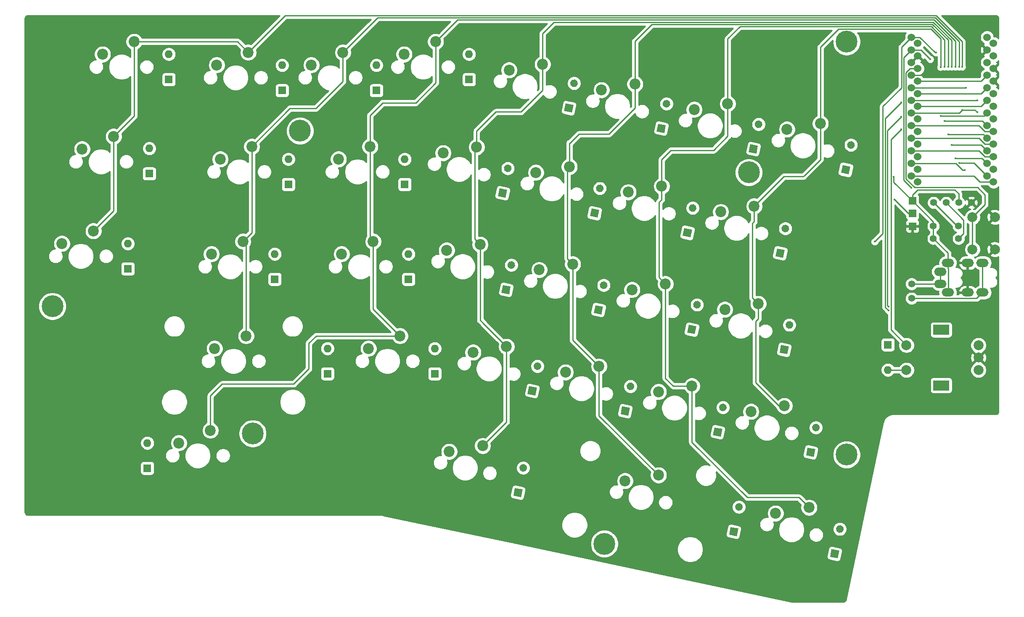
<source format=gbl>
G04 #@! TF.GenerationSoftware,KiCad,Pcbnew,(5.1.6)-1*
G04 #@! TF.CreationDate,2020-07-24T14:43:52-07:00*
G04 #@! TF.ProjectId,Alipt-Keyboard-Left,416c6970-742d-44b6-9579-626f6172642d,rev?*
G04 #@! TF.SameCoordinates,Original*
G04 #@! TF.FileFunction,Copper,L2,Bot*
G04 #@! TF.FilePolarity,Positive*
%FSLAX46Y46*%
G04 Gerber Fmt 4.6, Leading zero omitted, Abs format (unit mm)*
G04 Created by KiCad (PCBNEW (5.1.6)-1) date 2020-07-24 14:43:52*
%MOMM*%
%LPD*%
G01*
G04 APERTURE LIST*
G04 #@! TA.AperFunction,ComponentPad*
%ADD10C,4.400000*%
G04 #@! TD*
G04 #@! TA.AperFunction,ComponentPad*
%ADD11C,2.200000*%
G04 #@! TD*
G04 #@! TA.AperFunction,ComponentPad*
%ADD12C,1.524000*%
G04 #@! TD*
G04 #@! TA.AperFunction,ComponentPad*
%ADD13O,1.600000X1.600000*%
G04 #@! TD*
G04 #@! TA.AperFunction,ComponentPad*
%ADD14R,1.600000X1.600000*%
G04 #@! TD*
G04 #@! TA.AperFunction,ComponentPad*
%ADD15C,0.100000*%
G04 #@! TD*
G04 #@! TA.AperFunction,ComponentPad*
%ADD16R,1.524000X1.524000*%
G04 #@! TD*
G04 #@! TA.AperFunction,ComponentPad*
%ADD17O,2.500000X1.700000*%
G04 #@! TD*
G04 #@! TA.AperFunction,ComponentPad*
%ADD18C,1.397000*%
G04 #@! TD*
G04 #@! TA.AperFunction,ComponentPad*
%ADD19C,2.000000*%
G04 #@! TD*
G04 #@! TA.AperFunction,ComponentPad*
%ADD20R,3.200000X2.000000*%
G04 #@! TD*
G04 #@! TA.AperFunction,ViaPad*
%ADD21C,0.400000*%
G04 #@! TD*
G04 #@! TA.AperFunction,Conductor*
%ADD22C,0.250000*%
G04 #@! TD*
G04 #@! TA.AperFunction,Conductor*
%ADD23C,0.254000*%
G04 #@! TD*
G04 APERTURE END LIST*
D10*
X151638000Y-150368000D03*
X40513004Y-102489003D03*
D11*
X192849500Y-143065500D03*
X186110167Y-144229756D03*
D10*
X200406000Y-49149006D03*
X180721000Y-75501500D03*
X90360504Y-67119500D03*
X80835496Y-128142993D03*
X200405991Y-132397505D03*
D12*
X228682684Y-48285500D03*
X228682684Y-50825500D03*
X228682684Y-53365500D03*
X228682684Y-55905500D03*
X228682684Y-58445500D03*
X228682684Y-60985500D03*
X228682684Y-63525500D03*
X228682684Y-66065500D03*
X228682684Y-68605500D03*
X228682684Y-71145500D03*
X228682684Y-73685500D03*
X228682684Y-76225500D03*
X213442684Y-76225500D03*
X213442684Y-73685500D03*
X213442684Y-71145500D03*
X213442684Y-68605500D03*
X213442684Y-66065500D03*
X213442684Y-63525500D03*
X213442684Y-60985500D03*
X213442684Y-58445500D03*
X213442684Y-55905500D03*
X213442684Y-53365500D03*
X213442684Y-50825500D03*
X213442684Y-48285500D03*
X229981499Y-59641245D03*
X229981499Y-64721245D03*
X214741499Y-49481245D03*
X229981499Y-52021245D03*
X229981499Y-74881245D03*
X214741499Y-77421245D03*
X229981499Y-67261245D03*
X229981499Y-69801245D03*
X214741499Y-67261245D03*
X214741499Y-72341245D03*
X214741499Y-59641245D03*
X214741499Y-57101245D03*
X214741499Y-52021245D03*
X214741499Y-62181245D03*
X229981499Y-77421245D03*
X214741499Y-69801245D03*
X229981499Y-49481245D03*
X229981499Y-54561245D03*
X214741499Y-74881245D03*
X229981499Y-57101245D03*
X229981499Y-62181245D03*
X214741499Y-64721245D03*
X229981499Y-72341245D03*
X214741499Y-54561245D03*
D13*
X208724500Y-115316000D03*
D14*
X208724500Y-110236000D03*
G04 #@! TA.AperFunction,ComponentPad*
G36*
G01*
X198892910Y-148177781D02*
X198892910Y-148177781D01*
G75*
G02*
X198276721Y-147228934I166329J782518D01*
G01*
X198276721Y-147228934D01*
G75*
G02*
X199225568Y-146612745I782518J-166329D01*
G01*
X199225568Y-146612745D01*
G75*
G02*
X199841757Y-147561592I-166329J-782518D01*
G01*
X199841757Y-147561592D01*
G75*
G02*
X198892910Y-148177781I-782518J166329D01*
G01*
G37*
G04 #@! TD.AperFunction*
G04 #@! TA.AperFunction,ComponentPad*
D15*
G36*
X198619237Y-153313100D02*
G01*
X197054201Y-152980442D01*
X197386859Y-151415406D01*
X198951895Y-151748064D01*
X198619237Y-153313100D01*
G37*
G04 #@! TD.AperFunction*
G04 #@! TA.AperFunction,ComponentPad*
G36*
G01*
X178572910Y-143732781D02*
X178572910Y-143732781D01*
G75*
G02*
X177956721Y-142783934I166329J782518D01*
G01*
X177956721Y-142783934D01*
G75*
G02*
X178905568Y-142167745I782518J-166329D01*
G01*
X178905568Y-142167745D01*
G75*
G02*
X179521757Y-143116592I-166329J-782518D01*
G01*
X179521757Y-143116592D01*
G75*
G02*
X178572910Y-143732781I-782518J166329D01*
G01*
G37*
G04 #@! TD.AperFunction*
G04 #@! TA.AperFunction,ComponentPad*
G36*
X178299237Y-148868100D02*
G01*
X176734201Y-148535442D01*
X177066859Y-146970406D01*
X178631895Y-147303064D01*
X178299237Y-148868100D01*
G37*
G04 #@! TD.AperFunction*
G04 #@! TA.AperFunction,ComponentPad*
G36*
G01*
X135138910Y-135858781D02*
X135138910Y-135858781D01*
G75*
G02*
X134522721Y-134909934I166329J782518D01*
G01*
X134522721Y-134909934D01*
G75*
G02*
X135471568Y-134293745I782518J-166329D01*
G01*
X135471568Y-134293745D01*
G75*
G02*
X136087757Y-135242592I-166329J-782518D01*
G01*
X136087757Y-135242592D01*
G75*
G02*
X135138910Y-135858781I-782518J166329D01*
G01*
G37*
G04 #@! TD.AperFunction*
G04 #@! TA.AperFunction,ComponentPad*
G36*
X134865237Y-140994100D02*
G01*
X133300201Y-140661442D01*
X133632859Y-139096406D01*
X135197895Y-139429064D01*
X134865237Y-140994100D01*
G37*
G04 #@! TD.AperFunction*
D13*
X59626500Y-130048000D03*
D14*
X59626500Y-135128000D03*
G04 #@! TA.AperFunction,ComponentPad*
G36*
G01*
X194066910Y-127730781D02*
X194066910Y-127730781D01*
G75*
G02*
X193450721Y-126781934I166329J782518D01*
G01*
X193450721Y-126781934D01*
G75*
G02*
X194399568Y-126165745I782518J-166329D01*
G01*
X194399568Y-126165745D01*
G75*
G02*
X195015757Y-127114592I-166329J-782518D01*
G01*
X195015757Y-127114592D01*
G75*
G02*
X194066910Y-127730781I-782518J166329D01*
G01*
G37*
G04 #@! TD.AperFunction*
G04 #@! TA.AperFunction,ComponentPad*
D15*
G36*
X193793237Y-132866100D02*
G01*
X192228201Y-132533442D01*
X192560859Y-130968406D01*
X194125895Y-131301064D01*
X193793237Y-132866100D01*
G37*
G04 #@! TD.AperFunction*
G04 #@! TA.AperFunction,ComponentPad*
G36*
G01*
X175334410Y-123666781D02*
X175334410Y-123666781D01*
G75*
G02*
X174718221Y-122717934I166329J782518D01*
G01*
X174718221Y-122717934D01*
G75*
G02*
X175667068Y-122101745I782518J-166329D01*
G01*
X175667068Y-122101745D01*
G75*
G02*
X176283257Y-123050592I-166329J-782518D01*
G01*
X176283257Y-123050592D01*
G75*
G02*
X175334410Y-123666781I-782518J166329D01*
G01*
G37*
G04 #@! TD.AperFunction*
G04 #@! TA.AperFunction,ComponentPad*
G36*
X175060737Y-128802100D02*
G01*
X173495701Y-128469442D01*
X173828359Y-126904406D01*
X175393395Y-127237064D01*
X175060737Y-128802100D01*
G37*
G04 #@! TD.AperFunction*
G04 #@! TA.AperFunction,ComponentPad*
G36*
G01*
X156728910Y-119412281D02*
X156728910Y-119412281D01*
G75*
G02*
X156112721Y-118463434I166329J782518D01*
G01*
X156112721Y-118463434D01*
G75*
G02*
X157061568Y-117847245I782518J-166329D01*
G01*
X157061568Y-117847245D01*
G75*
G02*
X157677757Y-118796092I-166329J-782518D01*
G01*
X157677757Y-118796092D01*
G75*
G02*
X156728910Y-119412281I-782518J166329D01*
G01*
G37*
G04 #@! TD.AperFunction*
G04 #@! TA.AperFunction,ComponentPad*
G36*
X156455237Y-124547600D02*
G01*
X154890201Y-124214942D01*
X155222859Y-122649906D01*
X156787895Y-122982564D01*
X156455237Y-124547600D01*
G37*
G04 #@! TD.AperFunction*
G04 #@! TA.AperFunction,ComponentPad*
G36*
G01*
X137996410Y-115348281D02*
X137996410Y-115348281D01*
G75*
G02*
X137380221Y-114399434I166329J782518D01*
G01*
X137380221Y-114399434D01*
G75*
G02*
X138329068Y-113783245I782518J-166329D01*
G01*
X138329068Y-113783245D01*
G75*
G02*
X138945257Y-114732092I-166329J-782518D01*
G01*
X138945257Y-114732092D01*
G75*
G02*
X137996410Y-115348281I-782518J166329D01*
G01*
G37*
G04 #@! TD.AperFunction*
G04 #@! TA.AperFunction,ComponentPad*
G36*
X137722737Y-120483600D02*
G01*
X136157701Y-120150942D01*
X136490359Y-118585906D01*
X138055395Y-118918564D01*
X137722737Y-120483600D01*
G37*
G04 #@! TD.AperFunction*
D13*
X117475000Y-110998000D03*
D14*
X117475000Y-116078000D03*
D13*
X95885000Y-110998000D03*
D14*
X95885000Y-116078000D03*
D13*
X55689500Y-89852500D03*
D14*
X55689500Y-94932500D03*
G04 #@! TA.AperFunction,ComponentPad*
G36*
G01*
X188732910Y-107029781D02*
X188732910Y-107029781D01*
G75*
G02*
X188116721Y-106080934I166329J782518D01*
G01*
X188116721Y-106080934D01*
G75*
G02*
X189065568Y-105464745I782518J-166329D01*
G01*
X189065568Y-105464745D01*
G75*
G02*
X189681757Y-106413592I-166329J-782518D01*
G01*
X189681757Y-106413592D01*
G75*
G02*
X188732910Y-107029781I-782518J166329D01*
G01*
G37*
G04 #@! TD.AperFunction*
G04 #@! TA.AperFunction,ComponentPad*
D15*
G36*
X188459237Y-112165100D02*
G01*
X186894201Y-111832442D01*
X187226859Y-110267406D01*
X188791895Y-110600064D01*
X188459237Y-112165100D01*
G37*
G04 #@! TD.AperFunction*
G04 #@! TA.AperFunction,ComponentPad*
G36*
G01*
X170127410Y-102965781D02*
X170127410Y-102965781D01*
G75*
G02*
X169511221Y-102016934I166329J782518D01*
G01*
X169511221Y-102016934D01*
G75*
G02*
X170460068Y-101400745I782518J-166329D01*
G01*
X170460068Y-101400745D01*
G75*
G02*
X171076257Y-102349592I-166329J-782518D01*
G01*
X171076257Y-102349592D01*
G75*
G02*
X170127410Y-102965781I-782518J166329D01*
G01*
G37*
G04 #@! TD.AperFunction*
G04 #@! TA.AperFunction,ComponentPad*
G36*
X169853737Y-108101100D02*
G01*
X168288701Y-107768442D01*
X168621359Y-106203406D01*
X170186395Y-106536064D01*
X169853737Y-108101100D01*
G37*
G04 #@! TD.AperFunction*
G04 #@! TA.AperFunction,ComponentPad*
G36*
G01*
X151331410Y-99028781D02*
X151331410Y-99028781D01*
G75*
G02*
X150715221Y-98079934I166329J782518D01*
G01*
X150715221Y-98079934D01*
G75*
G02*
X151664068Y-97463745I782518J-166329D01*
G01*
X151664068Y-97463745D01*
G75*
G02*
X152280257Y-98412592I-166329J-782518D01*
G01*
X152280257Y-98412592D01*
G75*
G02*
X151331410Y-99028781I-782518J166329D01*
G01*
G37*
G04 #@! TD.AperFunction*
G04 #@! TA.AperFunction,ComponentPad*
G36*
X151057737Y-104164100D02*
G01*
X149492701Y-103831442D01*
X149825359Y-102266406D01*
X151390395Y-102599064D01*
X151057737Y-104164100D01*
G37*
G04 #@! TD.AperFunction*
G04 #@! TA.AperFunction,ComponentPad*
G36*
G01*
X132725910Y-94964781D02*
X132725910Y-94964781D01*
G75*
G02*
X132109721Y-94015934I166329J782518D01*
G01*
X132109721Y-94015934D01*
G75*
G02*
X133058568Y-93399745I782518J-166329D01*
G01*
X133058568Y-93399745D01*
G75*
G02*
X133674757Y-94348592I-166329J-782518D01*
G01*
X133674757Y-94348592D01*
G75*
G02*
X132725910Y-94964781I-782518J166329D01*
G01*
G37*
G04 #@! TD.AperFunction*
G04 #@! TA.AperFunction,ComponentPad*
G36*
X132452237Y-100100100D02*
G01*
X130887201Y-99767442D01*
X131219859Y-98202406D01*
X132784895Y-98535064D01*
X132452237Y-100100100D01*
G37*
G04 #@! TD.AperFunction*
D13*
X112204500Y-91948000D03*
D14*
X112204500Y-97028000D03*
D13*
X85280500Y-91948000D03*
D14*
X85280500Y-97028000D03*
D13*
X60007500Y-70675500D03*
D14*
X60007500Y-75755500D03*
G04 #@! TA.AperFunction,ComponentPad*
G36*
G01*
X187907410Y-87598781D02*
X187907410Y-87598781D01*
G75*
G02*
X187291221Y-86649934I166329J782518D01*
G01*
X187291221Y-86649934D01*
G75*
G02*
X188240068Y-86033745I782518J-166329D01*
G01*
X188240068Y-86033745D01*
G75*
G02*
X188856257Y-86982592I-166329J-782518D01*
G01*
X188856257Y-86982592D01*
G75*
G02*
X187907410Y-87598781I-782518J166329D01*
G01*
G37*
G04 #@! TD.AperFunction*
G04 #@! TA.AperFunction,ComponentPad*
D15*
G36*
X187633737Y-92734100D02*
G01*
X186068701Y-92401442D01*
X186401359Y-90836406D01*
X187966395Y-91169064D01*
X187633737Y-92734100D01*
G37*
G04 #@! TD.AperFunction*
G04 #@! TA.AperFunction,ComponentPad*
G36*
G01*
X169238410Y-83471281D02*
X169238410Y-83471281D01*
G75*
G02*
X168622221Y-82522434I166329J782518D01*
G01*
X168622221Y-82522434D01*
G75*
G02*
X169571068Y-81906245I782518J-166329D01*
G01*
X169571068Y-81906245D01*
G75*
G02*
X170187257Y-82855092I-166329J-782518D01*
G01*
X170187257Y-82855092D01*
G75*
G02*
X169238410Y-83471281I-782518J166329D01*
G01*
G37*
G04 #@! TD.AperFunction*
G04 #@! TA.AperFunction,ComponentPad*
G36*
X168964737Y-88606600D02*
G01*
X167399701Y-88273942D01*
X167732359Y-86708906D01*
X169297395Y-87041564D01*
X168964737Y-88606600D01*
G37*
G04 #@! TD.AperFunction*
G04 #@! TA.AperFunction,ComponentPad*
G36*
G01*
X150559362Y-79506528D02*
X150559362Y-79506528D01*
G75*
G02*
X149943173Y-78557681I166329J782518D01*
G01*
X149943173Y-78557681D01*
G75*
G02*
X150892020Y-77941492I782518J-166329D01*
G01*
X150892020Y-77941492D01*
G75*
G02*
X151508209Y-78890339I-166329J-782518D01*
G01*
X151508209Y-78890339D01*
G75*
G02*
X150559362Y-79506528I-782518J166329D01*
G01*
G37*
G04 #@! TD.AperFunction*
G04 #@! TA.AperFunction,ComponentPad*
G36*
X150285689Y-84641847D02*
G01*
X148720653Y-84309189D01*
X149053311Y-82744153D01*
X150618347Y-83076811D01*
X150285689Y-84641847D01*
G37*
G04 #@! TD.AperFunction*
G04 #@! TA.AperFunction,ComponentPad*
G36*
G01*
X132027410Y-75470281D02*
X132027410Y-75470281D01*
G75*
G02*
X131411221Y-74521434I166329J782518D01*
G01*
X131411221Y-74521434D01*
G75*
G02*
X132360068Y-73905245I782518J-166329D01*
G01*
X132360068Y-73905245D01*
G75*
G02*
X132976257Y-74854092I-166329J-782518D01*
G01*
X132976257Y-74854092D01*
G75*
G02*
X132027410Y-75470281I-782518J166329D01*
G01*
G37*
G04 #@! TD.AperFunction*
G04 #@! TA.AperFunction,ComponentPad*
G36*
X131753737Y-80605600D02*
G01*
X130188701Y-80272942D01*
X130521359Y-78707906D01*
X132086395Y-79040564D01*
X131753737Y-80605600D01*
G37*
G04 #@! TD.AperFunction*
D14*
X111442500Y-77914500D03*
D13*
X111442500Y-72834500D03*
X88011000Y-72834500D03*
D14*
X88011000Y-77914500D03*
D13*
X63944500Y-51689000D03*
D14*
X63944500Y-56769000D03*
G04 #@! TA.AperFunction,ComponentPad*
G36*
G01*
X201115410Y-70771281D02*
X201115410Y-70771281D01*
G75*
G02*
X200499221Y-69822434I166329J782518D01*
G01*
X200499221Y-69822434D01*
G75*
G02*
X201448068Y-69206245I782518J-166329D01*
G01*
X201448068Y-69206245D01*
G75*
G02*
X202064257Y-70155092I-166329J-782518D01*
G01*
X202064257Y-70155092D01*
G75*
G02*
X201115410Y-70771281I-782518J166329D01*
G01*
G37*
G04 #@! TD.AperFunction*
G04 #@! TA.AperFunction,ComponentPad*
D15*
G36*
X200841737Y-75906600D02*
G01*
X199276701Y-75573942D01*
X199609359Y-74008906D01*
X201174395Y-74341564D01*
X200841737Y-75906600D01*
G37*
G04 #@! TD.AperFunction*
G04 #@! TA.AperFunction,ComponentPad*
G36*
G01*
X182509910Y-66580281D02*
X182509910Y-66580281D01*
G75*
G02*
X181893721Y-65631434I166329J782518D01*
G01*
X181893721Y-65631434D01*
G75*
G02*
X182842568Y-65015245I782518J-166329D01*
G01*
X182842568Y-65015245D01*
G75*
G02*
X183458757Y-65964092I-166329J-782518D01*
G01*
X183458757Y-65964092D01*
G75*
G02*
X182509910Y-66580281I-782518J166329D01*
G01*
G37*
G04 #@! TD.AperFunction*
G04 #@! TA.AperFunction,ComponentPad*
G36*
X182236237Y-71715600D02*
G01*
X180671201Y-71382942D01*
X181003859Y-69817906D01*
X182568895Y-70150564D01*
X182236237Y-71715600D01*
G37*
G04 #@! TD.AperFunction*
G04 #@! TA.AperFunction,ComponentPad*
G36*
G01*
X163967910Y-62452781D02*
X163967910Y-62452781D01*
G75*
G02*
X163351721Y-61503934I166329J782518D01*
G01*
X163351721Y-61503934D01*
G75*
G02*
X164300568Y-60887745I782518J-166329D01*
G01*
X164300568Y-60887745D01*
G75*
G02*
X164916757Y-61836592I-166329J-782518D01*
G01*
X164916757Y-61836592D01*
G75*
G02*
X163967910Y-62452781I-782518J166329D01*
G01*
G37*
G04 #@! TD.AperFunction*
G04 #@! TA.AperFunction,ComponentPad*
G36*
X163694237Y-67588100D02*
G01*
X162129201Y-67255442D01*
X162461859Y-65690406D01*
X164026895Y-66023064D01*
X163694237Y-67588100D01*
G37*
G04 #@! TD.AperFunction*
G04 #@! TA.AperFunction,ComponentPad*
G36*
G01*
X145362410Y-58325281D02*
X145362410Y-58325281D01*
G75*
G02*
X144746221Y-57376434I166329J782518D01*
G01*
X144746221Y-57376434D01*
G75*
G02*
X145695068Y-56760245I782518J-166329D01*
G01*
X145695068Y-56760245D01*
G75*
G02*
X146311257Y-57709092I-166329J-782518D01*
G01*
X146311257Y-57709092D01*
G75*
G02*
X145362410Y-58325281I-782518J166329D01*
G01*
G37*
G04 #@! TD.AperFunction*
G04 #@! TA.AperFunction,ComponentPad*
G36*
X145088737Y-63460600D02*
G01*
X143523701Y-63127942D01*
X143856359Y-61562906D01*
X145421395Y-61895564D01*
X145088737Y-63460600D01*
G37*
G04 #@! TD.AperFunction*
D13*
X124396500Y-51689000D03*
D14*
X124396500Y-56769000D03*
D13*
X105727500Y-53911500D03*
D14*
X105727500Y-58991500D03*
D13*
X86741000Y-53911500D03*
D14*
X86741000Y-58991500D03*
D11*
X78867000Y-89408000D03*
X72517000Y-91948000D03*
D16*
X213677501Y-86356501D03*
X213677501Y-83756501D03*
X213677501Y-81256501D03*
D17*
X219276500Y-95499500D03*
X220776500Y-99699500D03*
X224776500Y-99699500D03*
X227776500Y-99699500D03*
X224776500Y-93749500D03*
X227776500Y-93749500D03*
X219276500Y-97949500D03*
X220776500Y-93749500D03*
D18*
X217902091Y-81597500D03*
X220442091Y-81597500D03*
X222982091Y-81597500D03*
X225522091Y-81597500D03*
X213487000Y-97980500D03*
X213487000Y-100901500D03*
X222948500Y-86337761D03*
X217868500Y-86337761D03*
X217868500Y-88836500D03*
X222948500Y-88836500D03*
D11*
X73596500Y-53848000D03*
X79946500Y-51308000D03*
X92646500Y-53848000D03*
X98996500Y-51308000D03*
X117665500Y-49149000D03*
X111315500Y-51689000D03*
X132452667Y-54885256D03*
X139192000Y-53721000D03*
X151058167Y-58885756D03*
X157797500Y-57721500D03*
X176466500Y-61658500D03*
X169727167Y-62822756D03*
X195135500Y-65659000D03*
X188396167Y-66823256D03*
X56959500Y-49149000D03*
X50609500Y-51689000D03*
X74295000Y-72834500D03*
X80645000Y-70294500D03*
X98107500Y-72834500D03*
X104457500Y-70294500D03*
X125920500Y-70421500D03*
X119181167Y-71585756D03*
X144589500Y-74358500D03*
X137850167Y-75522756D03*
X163179686Y-78299606D03*
X156440353Y-79463862D03*
X175061167Y-83460256D03*
X181800500Y-82296000D03*
X46482000Y-70802500D03*
X52832000Y-68262500D03*
X98742500Y-91948000D03*
X105092500Y-89408000D03*
X126619000Y-90043000D03*
X119879667Y-91207256D03*
X138533353Y-95148362D03*
X145272686Y-93984106D03*
X157202353Y-99148862D03*
X163941686Y-97984606D03*
X182626000Y-101981000D03*
X175886667Y-103145256D03*
X48768000Y-87312500D03*
X42418000Y-89852500D03*
X73152000Y-110998000D03*
X79502000Y-108458000D03*
X104140000Y-110998000D03*
X110490000Y-108458000D03*
X125198353Y-111785362D03*
X131937686Y-110621106D03*
X150558500Y-114617500D03*
X143819167Y-115781756D03*
X162536353Y-119718756D03*
X169275686Y-118554500D03*
X187896500Y-122555000D03*
X181157167Y-123719256D03*
X72326500Y-127508000D03*
X65976500Y-130048000D03*
X127127000Y-130619500D03*
X120387667Y-131783756D03*
X162544686Y-136529106D03*
X155805353Y-137693362D03*
D19*
X226956000Y-115339500D03*
X226956000Y-112839500D03*
X226956000Y-110339500D03*
D20*
X219456000Y-118439500D03*
X219456000Y-107239500D03*
D19*
X212456000Y-115339500D03*
X212456000Y-110339500D03*
X225751000Y-84518500D03*
X230251000Y-84518500D03*
X225751000Y-91018500D03*
X230251000Y-91018500D03*
D21*
X224218500Y-75057000D03*
X224472500Y-55880000D03*
X206819500Y-86423500D03*
X204660500Y-108712000D03*
X218440000Y-51371500D03*
X206061194Y-89471500D03*
X210071279Y-80975779D03*
X209897470Y-76388040D03*
X226695000Y-60960000D03*
X224472500Y-58420000D03*
X223647000Y-62928500D03*
X223675503Y-54229000D03*
X211380674Y-66865500D03*
X226695000Y-63373000D03*
X223075500Y-54229000D03*
X223075500Y-73596500D03*
X222313500Y-54229000D03*
X222313500Y-72644000D03*
X221551500Y-54229000D03*
X221551500Y-69977000D03*
X220853000Y-54229000D03*
X220853000Y-67881500D03*
X220154500Y-54229000D03*
X220154500Y-65151000D03*
X219329000Y-64135000D03*
X219329000Y-54292500D03*
X211380674Y-61404500D03*
X208847469Y-103338497D03*
X211380674Y-64325500D03*
X208847469Y-102552500D03*
X217233500Y-52705000D03*
X213423500Y-78613000D03*
D22*
X228269667Y-67261245D02*
X229981499Y-67261245D01*
X227073922Y-66065500D02*
X228269667Y-67261245D01*
X213442684Y-66065500D02*
X227073922Y-66065500D01*
X228269667Y-69801245D02*
X229981499Y-69801245D01*
X227073922Y-68605500D02*
X228269667Y-69801245D01*
X213442684Y-68605500D02*
X227073922Y-68605500D01*
X227073922Y-71145500D02*
X228269667Y-72341245D01*
X228269667Y-72341245D02*
X229981499Y-72341245D01*
X213442684Y-71145500D02*
X227073922Y-71145500D01*
X223758998Y-75057000D02*
X224218500Y-75057000D01*
X213442684Y-73685500D02*
X222387498Y-73685500D01*
X222387498Y-73685500D02*
X223758998Y-75057000D01*
X213442684Y-76225500D02*
X226022000Y-76225500D01*
X227217745Y-77421245D02*
X229981499Y-77421245D01*
X226022000Y-76225500D02*
X227217745Y-77421245D01*
X208748000Y-115339500D02*
X208724500Y-115316000D01*
X212456000Y-115339500D02*
X208748000Y-115339500D01*
X213442684Y-55905500D02*
X224447000Y-55905500D01*
X224447000Y-55905500D02*
X224472500Y-55880000D01*
X224776500Y-99699500D02*
X224776500Y-93749500D01*
X218240516Y-51371500D02*
X218440000Y-51371500D01*
X213442684Y-48285500D02*
X215154516Y-48285500D01*
X215154516Y-48285500D02*
X218240516Y-51371500D01*
X213677501Y-83756501D02*
X212852001Y-83756501D01*
X212852001Y-83756501D02*
X210071279Y-80975779D01*
X211540842Y-50187342D02*
X213442684Y-48285500D01*
X211455664Y-50272520D02*
X211540842Y-50187342D01*
X211455664Y-58419336D02*
X211455664Y-50272520D01*
X207712194Y-62162806D02*
X211455664Y-58419336D01*
X207712194Y-87820500D02*
X207712194Y-62162806D01*
X206061194Y-89471500D02*
X207712194Y-87820500D01*
X227486939Y-57101245D02*
X228682684Y-55905500D01*
X214741499Y-57101245D02*
X227486939Y-57101245D01*
X209897470Y-77476470D02*
X213677501Y-81256501D01*
X209897470Y-76388040D02*
X209897470Y-77476470D01*
X213677501Y-81256501D02*
X213677501Y-80009999D01*
X213677501Y-80009999D02*
X214693500Y-78994000D01*
X214693500Y-78994000D02*
X222186500Y-78994000D01*
X222982091Y-79789591D02*
X222982091Y-81597500D01*
X222186500Y-78994000D02*
X222982091Y-79789591D01*
X217868500Y-88836500D02*
X217868500Y-86337761D01*
X217868500Y-85447500D02*
X213677501Y-81256501D01*
X217868500Y-86337761D02*
X217868500Y-85447500D01*
X220776500Y-91744500D02*
X217868500Y-88836500D01*
X220776500Y-93749500D02*
X220776500Y-91744500D01*
X220851510Y-99624490D02*
X220776500Y-99699500D01*
X220851510Y-94924510D02*
X220851510Y-99624490D01*
X220776500Y-94849500D02*
X220851510Y-94924510D01*
X220776500Y-93749500D02*
X220776500Y-94849500D01*
X219276500Y-97949500D02*
X219276500Y-95499500D01*
X213518000Y-97949500D02*
X213487000Y-97980500D01*
X219276500Y-97949500D02*
X213518000Y-97949500D01*
X227776500Y-99699500D02*
X227776500Y-93749500D01*
X226574500Y-100901500D02*
X227776500Y-99699500D01*
X213487000Y-100901500D02*
X226574500Y-100901500D01*
X223972001Y-87812999D02*
X222948500Y-88836500D01*
X223972001Y-85127410D02*
X223972001Y-87812999D01*
X220442091Y-81597500D02*
X223972001Y-85127410D01*
X213468184Y-60960000D02*
X213442684Y-60985500D01*
X226695000Y-60960000D02*
X213468184Y-60960000D01*
X213442684Y-58445500D02*
X224447000Y-58445500D01*
X224447000Y-58445500D02*
X224472500Y-58420000D01*
X222642352Y-86337761D02*
X222948500Y-86337761D01*
X217902091Y-81597500D02*
X222642352Y-86337761D01*
X214741499Y-54561245D02*
X213178177Y-54561245D01*
X212355683Y-55383739D02*
X212355683Y-76783183D01*
X213178177Y-54561245D02*
X212355683Y-55383739D01*
X212355683Y-76783183D02*
X214116491Y-78543991D01*
X214116491Y-78543991D02*
X226816491Y-78543991D01*
X228282500Y-80010000D02*
X226816491Y-78543991D01*
X228282500Y-81987000D02*
X228282500Y-80010000D01*
X225751000Y-84518500D02*
X228282500Y-81987000D01*
X225751000Y-84518500D02*
X225751000Y-91018500D01*
X79946500Y-51308000D02*
X87403550Y-43850950D01*
X87403550Y-43850950D02*
X218419500Y-43850950D01*
X223050000Y-63525500D02*
X223647000Y-62928500D01*
X218148000Y-63525500D02*
X223050000Y-63525500D01*
X218148000Y-63525500D02*
X220954500Y-63525500D01*
X213442684Y-63525500D02*
X218148000Y-63525500D01*
X223675503Y-49106953D02*
X223206025Y-48637475D01*
X223675503Y-54229000D02*
X223675503Y-49106953D01*
X218419500Y-43850950D02*
X223206025Y-48637475D01*
X211380674Y-66865500D02*
X209372469Y-68873705D01*
X209372469Y-68873705D02*
X209372469Y-107255969D01*
X209372469Y-107255969D02*
X212456000Y-110339500D01*
X223647000Y-62928500D02*
X226250500Y-62928500D01*
X226250500Y-62928500D02*
X226695000Y-63373000D01*
X77787500Y-49149000D02*
X56959500Y-49149000D01*
X79946500Y-51308000D02*
X77787500Y-49149000D01*
X56959500Y-64135000D02*
X52832000Y-68262500D01*
X56959500Y-49149000D02*
X56959500Y-64135000D01*
X52832000Y-83248500D02*
X48768000Y-87312500D01*
X52832000Y-68262500D02*
X52832000Y-83248500D01*
X226053684Y-73596500D02*
X228682684Y-76225500D01*
X223075500Y-73596500D02*
X226053684Y-73596500D01*
X223075500Y-49911000D02*
X223075500Y-49143360D01*
X223075500Y-50863500D02*
X223075500Y-49143360D01*
X223075500Y-50863500D02*
X223075500Y-54229000D01*
X223075500Y-49143360D02*
X218233100Y-44300960D01*
X223075500Y-49911000D02*
X223075500Y-50863500D01*
X218233100Y-44300960D02*
X108099040Y-44300960D01*
X108099040Y-44300960D02*
X108077000Y-44323000D01*
X105981500Y-44323000D02*
X98996500Y-51308000D01*
X108077000Y-44323000D02*
X105981500Y-44323000D01*
X98996500Y-57170504D02*
X93556004Y-62611000D01*
X98996500Y-51308000D02*
X98996500Y-57170504D01*
X88328500Y-62611000D02*
X80645000Y-70294500D01*
X93556004Y-62611000D02*
X88328500Y-62611000D01*
X80645000Y-87630000D02*
X78867000Y-89408000D01*
X80645000Y-70294500D02*
X80645000Y-87630000D01*
X79502000Y-90043000D02*
X78867000Y-89408000D01*
X79502000Y-108458000D02*
X79502000Y-90043000D01*
X227641184Y-72644000D02*
X228682684Y-73685500D01*
X222313500Y-72644000D02*
X227641184Y-72644000D01*
X121158000Y-45656500D02*
X117665500Y-49149000D01*
X222313500Y-49017770D02*
X218046700Y-44750970D01*
X222313500Y-49657000D02*
X222313500Y-49017770D01*
X222313500Y-54229000D02*
X222313500Y-49657000D01*
X122063530Y-44750970D02*
X121158000Y-45656500D01*
X218046700Y-44750970D02*
X122063530Y-44750970D01*
X110490000Y-108458000D02*
X93599000Y-108458000D01*
X93599000Y-108458000D02*
X92138500Y-109918500D01*
X92138500Y-109918500D02*
X92138500Y-115125500D01*
X92138500Y-115125500D02*
X89090500Y-118173500D01*
X89090500Y-118173500D02*
X74676000Y-118173500D01*
X72326500Y-120523000D02*
X72326500Y-127508000D01*
X74676000Y-118173500D02*
X72326500Y-120523000D01*
X104457500Y-88773000D02*
X105092500Y-89408000D01*
X104457500Y-70294500D02*
X104457500Y-88773000D01*
X105092500Y-103060500D02*
X110490000Y-108458000D01*
X105092500Y-89408000D02*
X105092500Y-103060500D01*
X117665500Y-49149000D02*
X117665500Y-57467500D01*
X117665500Y-57467500D02*
X113665000Y-61468000D01*
X113665000Y-61468000D02*
X106997500Y-61468000D01*
X104457500Y-64008000D02*
X104457500Y-70294500D01*
X106997500Y-61468000D02*
X104457500Y-64008000D01*
X228390684Y-71437500D02*
X228682684Y-71145500D01*
X227514184Y-69977000D02*
X228682684Y-71145500D01*
X221551500Y-69977000D02*
X227514184Y-69977000D01*
X221551500Y-48892180D02*
X221551500Y-49720500D01*
X217860300Y-45200980D02*
X221551500Y-48892180D01*
X139192000Y-53721000D02*
X139192000Y-47498000D01*
X221551500Y-49720500D02*
X221551500Y-54229000D01*
X141478000Y-45212000D02*
X160569460Y-45212000D01*
X139192000Y-47498000D02*
X141478000Y-45212000D01*
X160569460Y-45212000D02*
X160580480Y-45200980D01*
X160580480Y-45200980D02*
X217860300Y-45200980D01*
X131937686Y-125808814D02*
X127127000Y-130619500D01*
X131937686Y-110621106D02*
X131937686Y-125808814D01*
X127371290Y-106054710D02*
X127371290Y-106035290D01*
X131937686Y-110621106D02*
X127371290Y-106054710D01*
X126619000Y-105283000D02*
X126619000Y-90043000D01*
X127371290Y-106035290D02*
X126619000Y-105283000D01*
X125519001Y-70822999D02*
X125920500Y-70421500D01*
X125519001Y-88943001D02*
X125519001Y-70822999D01*
X126619000Y-90043000D02*
X125519001Y-88943001D01*
X139192000Y-53721000D02*
X139192000Y-58991500D01*
X139192000Y-58991500D02*
X134874000Y-63309500D01*
X134874000Y-63309500D02*
X129794000Y-63309500D01*
X125920500Y-67183000D02*
X125920500Y-70421500D01*
X129794000Y-63309500D02*
X125920500Y-67183000D01*
X227958684Y-67881500D02*
X228682684Y-68605500D01*
X220853000Y-67881500D02*
X227958684Y-67881500D01*
X220853000Y-48830090D02*
X217673900Y-45650990D01*
X220853000Y-49530000D02*
X220853000Y-54229000D01*
X220853000Y-49530000D02*
X220853000Y-48830090D01*
X201046510Y-45650990D02*
X200914000Y-45650990D01*
X217673900Y-45650990D02*
X201046510Y-45650990D01*
X144172687Y-74775313D02*
X144589500Y-74358500D01*
X144172687Y-92884107D02*
X144172687Y-74775313D01*
X145272686Y-93984106D02*
X144172687Y-92884107D01*
X150558500Y-124542920D02*
X162544686Y-136529106D01*
X150558500Y-114617500D02*
X150558500Y-124542920D01*
X145272686Y-109331686D02*
X145272686Y-93984106D01*
X150558500Y-114617500D02*
X145272686Y-109331686D01*
X161232010Y-45650990D02*
X201046510Y-45650990D01*
X157797500Y-49085500D02*
X161232010Y-45650990D01*
X157797500Y-57721500D02*
X157797500Y-49085500D01*
X157797500Y-57721500D02*
X157797500Y-62062710D01*
X157797500Y-57721500D02*
X157797500Y-62547500D01*
X157797500Y-62547500D02*
X152590500Y-67754500D01*
X144716500Y-69596000D02*
X146558000Y-67754500D01*
X144589500Y-69596000D02*
X144716500Y-69596000D01*
X144589500Y-69596000D02*
X144589500Y-74358500D01*
X152590500Y-67754500D02*
X146558000Y-67754500D01*
X227768184Y-65151000D02*
X228682684Y-66065500D01*
X220154500Y-65151000D02*
X227768184Y-65151000D01*
X217487500Y-46101000D02*
X178943000Y-46101000D01*
X178943000Y-46101000D02*
X176466500Y-48577500D01*
X220154500Y-54229000D02*
X220154500Y-48768000D01*
X220154500Y-48768000D02*
X217487500Y-46101000D01*
X176466500Y-48577500D02*
X176466500Y-61658500D01*
X176466500Y-61658500D02*
X176466500Y-68199000D01*
X176466500Y-68199000D02*
X173609000Y-71056500D01*
X173609000Y-71056500D02*
X165036500Y-71056500D01*
X163179686Y-72913314D02*
X163179686Y-78299606D01*
X165036500Y-71056500D02*
X163179686Y-72913314D01*
X163179686Y-78299606D02*
X163179686Y-80977814D01*
X163179686Y-80977814D02*
X162623500Y-81534000D01*
X162623500Y-96666420D02*
X163941686Y-97984606D01*
X162623500Y-81534000D02*
X162623500Y-96666420D01*
X163941686Y-97984606D02*
X163941686Y-117015186D01*
X165481000Y-118554500D02*
X169275686Y-118554500D01*
X163941686Y-117015186D02*
X165481000Y-118554500D01*
X190817500Y-141033500D02*
X192849500Y-143065500D01*
X180403500Y-141033500D02*
X190817500Y-141033500D01*
X169275686Y-118554500D02*
X169275686Y-129905686D01*
X169275686Y-129905686D02*
X180403500Y-141033500D01*
X228073184Y-64135000D02*
X228682684Y-63525500D01*
X219329000Y-64135000D02*
X228073184Y-64135000D01*
X195135500Y-65659000D02*
X195135500Y-72898000D01*
X181800500Y-82296000D02*
X181800500Y-85407500D01*
X181800500Y-85407500D02*
X181419500Y-85788500D01*
X181419500Y-100774500D02*
X182626000Y-101981000D01*
X181419500Y-85788500D02*
X181419500Y-100774500D01*
X182626000Y-101981000D02*
X182626000Y-105029000D01*
X182626000Y-105029000D02*
X182118000Y-105537000D01*
X182118000Y-105537000D02*
X182118000Y-117919500D01*
X186753500Y-122555000D02*
X187896500Y-122555000D01*
X182118000Y-117919500D02*
X186753500Y-122555000D01*
X219329000Y-48578910D02*
X219329000Y-54292500D01*
X198769999Y-46623999D02*
X217374089Y-46623999D01*
X195135500Y-50258498D02*
X198769999Y-46623999D01*
X217374089Y-46623999D02*
X219329000Y-48578910D01*
X195135500Y-65659000D02*
X195135500Y-50258498D01*
X181800500Y-82296000D02*
X187769500Y-76327000D01*
X191706500Y-76327000D02*
X192246250Y-75787250D01*
X195135500Y-72898000D02*
X192246250Y-75787250D01*
X187769500Y-76327000D02*
X191706500Y-76327000D01*
X192246250Y-75787250D02*
X191897000Y-76136500D01*
X227486939Y-59641245D02*
X228682684Y-58445500D01*
X214741499Y-59641245D02*
X227486939Y-59641245D01*
X211380674Y-61404500D02*
X209285174Y-63500000D01*
X208197461Y-64587713D02*
X209285174Y-63500000D01*
X208197461Y-102688489D02*
X208197461Y-64587713D01*
X208847469Y-103338497D02*
X208197461Y-102688489D01*
X227486939Y-62181245D02*
X228682684Y-60985500D01*
X214741499Y-62181245D02*
X227486939Y-62181245D01*
X211380674Y-64325500D02*
X208922459Y-66783715D01*
X208647470Y-67058704D02*
X208922459Y-66783715D01*
X208647470Y-102352501D02*
X208647470Y-67058704D01*
X208847469Y-102552500D02*
X208647470Y-102352501D01*
X215354000Y-50825500D02*
X213442684Y-50825500D01*
X217233500Y-52705000D02*
X215354000Y-50825500D01*
X211905674Y-77095174D02*
X213423500Y-78613000D01*
X213442684Y-50825500D02*
X211905674Y-52362510D01*
X211905674Y-52362510D02*
X211905674Y-77095174D01*
D23*
G36*
X80514412Y-49665286D02*
G01*
X80452581Y-49639675D01*
X80117383Y-49573000D01*
X79775617Y-49573000D01*
X79440419Y-49639675D01*
X79378588Y-49665286D01*
X78351304Y-48638003D01*
X78327501Y-48608999D01*
X78211776Y-48514026D01*
X78079747Y-48443454D01*
X77936486Y-48399997D01*
X77824833Y-48389000D01*
X77824822Y-48389000D01*
X77787500Y-48385324D01*
X77750178Y-48389000D01*
X58522648Y-48389000D01*
X58497037Y-48327169D01*
X58307163Y-48043002D01*
X58065498Y-47801337D01*
X57781331Y-47611463D01*
X57465581Y-47480675D01*
X57130383Y-47414000D01*
X56788617Y-47414000D01*
X56453419Y-47480675D01*
X56137669Y-47611463D01*
X55853502Y-47801337D01*
X55611837Y-48043002D01*
X55421963Y-48327169D01*
X55291175Y-48642919D01*
X55224500Y-48978117D01*
X55224500Y-49319883D01*
X55291175Y-49655081D01*
X55421963Y-49970831D01*
X55611837Y-50254998D01*
X55853502Y-50496663D01*
X56137669Y-50686537D01*
X56199500Y-50712148D01*
X56199500Y-52282547D01*
X56099215Y-52182262D01*
X55667641Y-51893893D01*
X55188101Y-51695261D01*
X54679025Y-51594000D01*
X54159975Y-51594000D01*
X53650899Y-51695261D01*
X53171359Y-51893893D01*
X52739785Y-52182262D01*
X52372762Y-52549285D01*
X52084393Y-52980859D01*
X51885761Y-53460399D01*
X51784500Y-53969475D01*
X51784500Y-54488525D01*
X51885761Y-54997601D01*
X52084393Y-55477141D01*
X52372762Y-55908715D01*
X52739785Y-56275738D01*
X53171359Y-56564107D01*
X53650899Y-56762739D01*
X54159975Y-56864000D01*
X54679025Y-56864000D01*
X55188101Y-56762739D01*
X55667641Y-56564107D01*
X56099215Y-56275738D01*
X56199500Y-56175453D01*
X56199501Y-63820196D01*
X53399912Y-66619786D01*
X53338081Y-66594175D01*
X53002883Y-66527500D01*
X52661117Y-66527500D01*
X52325919Y-66594175D01*
X52010169Y-66724963D01*
X51726002Y-66914837D01*
X51484337Y-67156502D01*
X51294463Y-67440669D01*
X51163675Y-67756419D01*
X51097000Y-68091617D01*
X51097000Y-68433383D01*
X51163675Y-68768581D01*
X51294463Y-69084331D01*
X51484337Y-69368498D01*
X51726002Y-69610163D01*
X52010169Y-69800037D01*
X52072000Y-69825648D01*
X52072000Y-71396047D01*
X51971715Y-71295762D01*
X51540141Y-71007393D01*
X51060601Y-70808761D01*
X50551525Y-70707500D01*
X50032475Y-70707500D01*
X49523399Y-70808761D01*
X49043859Y-71007393D01*
X48612285Y-71295762D01*
X48245262Y-71662785D01*
X47956893Y-72094359D01*
X47758261Y-72573899D01*
X47657000Y-73082975D01*
X47657000Y-73602025D01*
X47758261Y-74111101D01*
X47956893Y-74590641D01*
X48245262Y-75022215D01*
X48612285Y-75389238D01*
X49043859Y-75677607D01*
X49523399Y-75876239D01*
X50032475Y-75977500D01*
X50551525Y-75977500D01*
X51060601Y-75876239D01*
X51540141Y-75677607D01*
X51971715Y-75389238D01*
X52072000Y-75288953D01*
X52072001Y-82933697D01*
X49335912Y-85669786D01*
X49274081Y-85644175D01*
X48938883Y-85577500D01*
X48597117Y-85577500D01*
X48261919Y-85644175D01*
X47946169Y-85774963D01*
X47662002Y-85964837D01*
X47420337Y-86206502D01*
X47230463Y-86490669D01*
X47099675Y-86806419D01*
X47033000Y-87141617D01*
X47033000Y-87483383D01*
X47099675Y-87818581D01*
X47230463Y-88134331D01*
X47420337Y-88418498D01*
X47662002Y-88660163D01*
X47946169Y-88850037D01*
X48261919Y-88980825D01*
X48597117Y-89047500D01*
X48938883Y-89047500D01*
X49274081Y-88980825D01*
X49589831Y-88850037D01*
X49873998Y-88660163D01*
X50115663Y-88418498D01*
X50305537Y-88134331D01*
X50436325Y-87818581D01*
X50503000Y-87483383D01*
X50503000Y-87141617D01*
X50436325Y-86806419D01*
X50410714Y-86744588D01*
X53343003Y-83812299D01*
X53372001Y-83788501D01*
X53408492Y-83744037D01*
X53466974Y-83672777D01*
X53537546Y-83540747D01*
X53581003Y-83397486D01*
X53592000Y-83285833D01*
X53592000Y-83285823D01*
X53595676Y-83248500D01*
X53592000Y-83211177D01*
X53592000Y-74955500D01*
X58569428Y-74955500D01*
X58569428Y-76555500D01*
X58581688Y-76679982D01*
X58617998Y-76799680D01*
X58676963Y-76909994D01*
X58756315Y-77006685D01*
X58853006Y-77086037D01*
X58963320Y-77145002D01*
X59083018Y-77181312D01*
X59207500Y-77193572D01*
X60807500Y-77193572D01*
X60931982Y-77181312D01*
X61051680Y-77145002D01*
X61161994Y-77086037D01*
X61258685Y-77006685D01*
X61338037Y-76909994D01*
X61397002Y-76799680D01*
X61433312Y-76679982D01*
X61445572Y-76555500D01*
X61445572Y-75228240D01*
X71540000Y-75228240D01*
X71540000Y-75520760D01*
X71597068Y-75807658D01*
X71709010Y-76077911D01*
X71871525Y-76321132D01*
X72078368Y-76527975D01*
X72321589Y-76690490D01*
X72591842Y-76802432D01*
X72878740Y-76859500D01*
X73171260Y-76859500D01*
X73458158Y-76802432D01*
X73728411Y-76690490D01*
X73971632Y-76527975D01*
X74178475Y-76321132D01*
X74340990Y-76077911D01*
X74452932Y-75807658D01*
X74510000Y-75520760D01*
X74510000Y-75228240D01*
X74452932Y-74941342D01*
X74340990Y-74671089D01*
X74273110Y-74569500D01*
X74465883Y-74569500D01*
X74801081Y-74502825D01*
X75116831Y-74372037D01*
X75400998Y-74182163D01*
X75642663Y-73940498D01*
X75832537Y-73656331D01*
X75963325Y-73340581D01*
X76030000Y-73005383D01*
X76030000Y-72663617D01*
X75963325Y-72328419D01*
X75832537Y-72012669D01*
X75642663Y-71728502D01*
X75400998Y-71486837D01*
X75116831Y-71296963D01*
X74801081Y-71166175D01*
X74465883Y-71099500D01*
X74124117Y-71099500D01*
X73788919Y-71166175D01*
X73473169Y-71296963D01*
X73189002Y-71486837D01*
X72947337Y-71728502D01*
X72757463Y-72012669D01*
X72626675Y-72328419D01*
X72560000Y-72663617D01*
X72560000Y-73005383D01*
X72626675Y-73340581D01*
X72757463Y-73656331D01*
X72913261Y-73889500D01*
X72878740Y-73889500D01*
X72591842Y-73946568D01*
X72321589Y-74058510D01*
X72078368Y-74221025D01*
X71871525Y-74427868D01*
X71709010Y-74671089D01*
X71597068Y-74941342D01*
X71540000Y-75228240D01*
X61445572Y-75228240D01*
X61445572Y-74955500D01*
X61433312Y-74831018D01*
X61397002Y-74711320D01*
X61338037Y-74601006D01*
X61258685Y-74504315D01*
X61161994Y-74424963D01*
X61051680Y-74365998D01*
X60931982Y-74329688D01*
X60807500Y-74317428D01*
X59207500Y-74317428D01*
X59083018Y-74329688D01*
X58963320Y-74365998D01*
X58853006Y-74424963D01*
X58756315Y-74504315D01*
X58676963Y-74601006D01*
X58617998Y-74711320D01*
X58581688Y-74831018D01*
X58569428Y-74955500D01*
X53592000Y-74955500D01*
X53592000Y-73196240D01*
X53887000Y-73196240D01*
X53887000Y-73488760D01*
X53944068Y-73775658D01*
X54056010Y-74045911D01*
X54218525Y-74289132D01*
X54425368Y-74495975D01*
X54668589Y-74658490D01*
X54938842Y-74770432D01*
X55225740Y-74827500D01*
X55518260Y-74827500D01*
X55805158Y-74770432D01*
X56075411Y-74658490D01*
X56318632Y-74495975D01*
X56525475Y-74289132D01*
X56687990Y-74045911D01*
X56799932Y-73775658D01*
X56857000Y-73488760D01*
X56857000Y-73196240D01*
X56799932Y-72909342D01*
X56687990Y-72639089D01*
X56525475Y-72395868D01*
X56318632Y-72189025D01*
X56075411Y-72026510D01*
X55805158Y-71914568D01*
X55518260Y-71857500D01*
X55225740Y-71857500D01*
X54938842Y-71914568D01*
X54668589Y-72026510D01*
X54425368Y-72189025D01*
X54218525Y-72395868D01*
X54056010Y-72639089D01*
X53944068Y-72909342D01*
X53887000Y-73196240D01*
X53592000Y-73196240D01*
X53592000Y-70534165D01*
X58572500Y-70534165D01*
X58572500Y-70816835D01*
X58627647Y-71094074D01*
X58735820Y-71355227D01*
X58892863Y-71590259D01*
X59092741Y-71790137D01*
X59327773Y-71947180D01*
X59588926Y-72055353D01*
X59866165Y-72110500D01*
X60148835Y-72110500D01*
X60426074Y-72055353D01*
X60687227Y-71947180D01*
X60922259Y-71790137D01*
X61122137Y-71590259D01*
X61279180Y-71355227D01*
X61387353Y-71094074D01*
X61442500Y-70816835D01*
X61442500Y-70534165D01*
X61387353Y-70256926D01*
X61279180Y-69995773D01*
X61122137Y-69760741D01*
X60922259Y-69560863D01*
X60687227Y-69403820D01*
X60426074Y-69295647D01*
X60148835Y-69240500D01*
X59866165Y-69240500D01*
X59588926Y-69295647D01*
X59327773Y-69403820D01*
X59092741Y-69560863D01*
X58892863Y-69760741D01*
X58735820Y-69995773D01*
X58627647Y-70256926D01*
X58572500Y-70534165D01*
X53592000Y-70534165D01*
X53592000Y-69825648D01*
X53653831Y-69800037D01*
X53937998Y-69610163D01*
X54179663Y-69368498D01*
X54369537Y-69084331D01*
X54500325Y-68768581D01*
X54567000Y-68433383D01*
X54567000Y-68091617D01*
X54500325Y-67756419D01*
X54474714Y-67694588D01*
X57470508Y-64698795D01*
X57499501Y-64675001D01*
X57523295Y-64646008D01*
X57523299Y-64646004D01*
X57594473Y-64559277D01*
X57595286Y-64557756D01*
X57665046Y-64427247D01*
X57708503Y-64283986D01*
X57719500Y-64172333D01*
X57719500Y-64172324D01*
X57723176Y-64135001D01*
X57719500Y-64097678D01*
X57719500Y-55969000D01*
X62506428Y-55969000D01*
X62506428Y-57569000D01*
X62518688Y-57693482D01*
X62554998Y-57813180D01*
X62613963Y-57923494D01*
X62693315Y-58020185D01*
X62790006Y-58099537D01*
X62900320Y-58158502D01*
X63020018Y-58194812D01*
X63144500Y-58207072D01*
X64744500Y-58207072D01*
X64868982Y-58194812D01*
X64988680Y-58158502D01*
X65098994Y-58099537D01*
X65195685Y-58020185D01*
X65275037Y-57923494D01*
X65334002Y-57813180D01*
X65370312Y-57693482D01*
X65382572Y-57569000D01*
X65382572Y-56241740D01*
X70841500Y-56241740D01*
X70841500Y-56534260D01*
X70898568Y-56821158D01*
X71010510Y-57091411D01*
X71173025Y-57334632D01*
X71379868Y-57541475D01*
X71623089Y-57703990D01*
X71893342Y-57815932D01*
X72180240Y-57873000D01*
X72472760Y-57873000D01*
X72759658Y-57815932D01*
X73029911Y-57703990D01*
X73273132Y-57541475D01*
X73479975Y-57334632D01*
X73642490Y-57091411D01*
X73754432Y-56821158D01*
X73811500Y-56534260D01*
X73811500Y-56241740D01*
X73788971Y-56128475D01*
X74771500Y-56128475D01*
X74771500Y-56647525D01*
X74872761Y-57156601D01*
X75071393Y-57636141D01*
X75359762Y-58067715D01*
X75726785Y-58434738D01*
X76158359Y-58723107D01*
X76637899Y-58921739D01*
X77146975Y-59023000D01*
X77666025Y-59023000D01*
X78175101Y-58921739D01*
X78654641Y-58723107D01*
X79086215Y-58434738D01*
X79329453Y-58191500D01*
X85302928Y-58191500D01*
X85302928Y-59791500D01*
X85315188Y-59915982D01*
X85351498Y-60035680D01*
X85410463Y-60145994D01*
X85489815Y-60242685D01*
X85586506Y-60322037D01*
X85696820Y-60381002D01*
X85816518Y-60417312D01*
X85941000Y-60429572D01*
X87541000Y-60429572D01*
X87665482Y-60417312D01*
X87785180Y-60381002D01*
X87895494Y-60322037D01*
X87992185Y-60242685D01*
X88071537Y-60145994D01*
X88130502Y-60035680D01*
X88166812Y-59915982D01*
X88179072Y-59791500D01*
X88179072Y-58191500D01*
X88166812Y-58067018D01*
X88130502Y-57947320D01*
X88071537Y-57837006D01*
X87992185Y-57740315D01*
X87895494Y-57660963D01*
X87785180Y-57601998D01*
X87665482Y-57565688D01*
X87541000Y-57553428D01*
X85941000Y-57553428D01*
X85816518Y-57565688D01*
X85696820Y-57601998D01*
X85586506Y-57660963D01*
X85489815Y-57740315D01*
X85410463Y-57837006D01*
X85351498Y-57947320D01*
X85315188Y-58067018D01*
X85302928Y-58191500D01*
X79329453Y-58191500D01*
X79453238Y-58067715D01*
X79741607Y-57636141D01*
X79940239Y-57156601D01*
X80041500Y-56647525D01*
X80041500Y-56241740D01*
X81001500Y-56241740D01*
X81001500Y-56534260D01*
X81058568Y-56821158D01*
X81170510Y-57091411D01*
X81333025Y-57334632D01*
X81539868Y-57541475D01*
X81783089Y-57703990D01*
X82053342Y-57815932D01*
X82340240Y-57873000D01*
X82632760Y-57873000D01*
X82919658Y-57815932D01*
X83189911Y-57703990D01*
X83433132Y-57541475D01*
X83639975Y-57334632D01*
X83802490Y-57091411D01*
X83914432Y-56821158D01*
X83971500Y-56534260D01*
X83971500Y-56241740D01*
X89891500Y-56241740D01*
X89891500Y-56534260D01*
X89948568Y-56821158D01*
X90060510Y-57091411D01*
X90223025Y-57334632D01*
X90429868Y-57541475D01*
X90673089Y-57703990D01*
X90943342Y-57815932D01*
X91230240Y-57873000D01*
X91522760Y-57873000D01*
X91809658Y-57815932D01*
X92079911Y-57703990D01*
X92323132Y-57541475D01*
X92529975Y-57334632D01*
X92692490Y-57091411D01*
X92804432Y-56821158D01*
X92861500Y-56534260D01*
X92861500Y-56241740D01*
X92804432Y-55954842D01*
X92692490Y-55684589D01*
X92624610Y-55583000D01*
X92817383Y-55583000D01*
X93152581Y-55516325D01*
X93468331Y-55385537D01*
X93752498Y-55195663D01*
X93994163Y-54953998D01*
X94184037Y-54669831D01*
X94314825Y-54354081D01*
X94381500Y-54018883D01*
X94381500Y-53677117D01*
X94314825Y-53341919D01*
X94184037Y-53026169D01*
X93994163Y-52742002D01*
X93752498Y-52500337D01*
X93468331Y-52310463D01*
X93152581Y-52179675D01*
X92817383Y-52113000D01*
X92475617Y-52113000D01*
X92140419Y-52179675D01*
X91824669Y-52310463D01*
X91540502Y-52500337D01*
X91298837Y-52742002D01*
X91108963Y-53026169D01*
X90978175Y-53341919D01*
X90911500Y-53677117D01*
X90911500Y-54018883D01*
X90978175Y-54354081D01*
X91108963Y-54669831D01*
X91264761Y-54903000D01*
X91230240Y-54903000D01*
X90943342Y-54960068D01*
X90673089Y-55072010D01*
X90429868Y-55234525D01*
X90223025Y-55441368D01*
X90060510Y-55684589D01*
X89948568Y-55954842D01*
X89891500Y-56241740D01*
X83971500Y-56241740D01*
X83914432Y-55954842D01*
X83802490Y-55684589D01*
X83639975Y-55441368D01*
X83433132Y-55234525D01*
X83189911Y-55072010D01*
X82919658Y-54960068D01*
X82632760Y-54903000D01*
X82340240Y-54903000D01*
X82053342Y-54960068D01*
X81783089Y-55072010D01*
X81539868Y-55234525D01*
X81333025Y-55441368D01*
X81170510Y-55684589D01*
X81058568Y-55954842D01*
X81001500Y-56241740D01*
X80041500Y-56241740D01*
X80041500Y-56128475D01*
X79940239Y-55619399D01*
X79741607Y-55139859D01*
X79453238Y-54708285D01*
X79086215Y-54341262D01*
X78654641Y-54052893D01*
X78175101Y-53854261D01*
X77752320Y-53770165D01*
X85306000Y-53770165D01*
X85306000Y-54052835D01*
X85361147Y-54330074D01*
X85469320Y-54591227D01*
X85626363Y-54826259D01*
X85826241Y-55026137D01*
X86061273Y-55183180D01*
X86322426Y-55291353D01*
X86599665Y-55346500D01*
X86882335Y-55346500D01*
X87159574Y-55291353D01*
X87420727Y-55183180D01*
X87655759Y-55026137D01*
X87855637Y-54826259D01*
X88012680Y-54591227D01*
X88120853Y-54330074D01*
X88176000Y-54052835D01*
X88176000Y-53770165D01*
X88120853Y-53492926D01*
X88012680Y-53231773D01*
X87855637Y-52996741D01*
X87655759Y-52796863D01*
X87420727Y-52639820D01*
X87159574Y-52531647D01*
X86882335Y-52476500D01*
X86599665Y-52476500D01*
X86322426Y-52531647D01*
X86061273Y-52639820D01*
X85826241Y-52796863D01*
X85626363Y-52996741D01*
X85469320Y-53231773D01*
X85361147Y-53492926D01*
X85306000Y-53770165D01*
X77752320Y-53770165D01*
X77666025Y-53753000D01*
X77146975Y-53753000D01*
X76637899Y-53854261D01*
X76158359Y-54052893D01*
X75726785Y-54341262D01*
X75359762Y-54708285D01*
X75071393Y-55139859D01*
X74872761Y-55619399D01*
X74771500Y-56128475D01*
X73788971Y-56128475D01*
X73754432Y-55954842D01*
X73642490Y-55684589D01*
X73574610Y-55583000D01*
X73767383Y-55583000D01*
X74102581Y-55516325D01*
X74418331Y-55385537D01*
X74702498Y-55195663D01*
X74944163Y-54953998D01*
X75134037Y-54669831D01*
X75264825Y-54354081D01*
X75331500Y-54018883D01*
X75331500Y-53677117D01*
X75264825Y-53341919D01*
X75134037Y-53026169D01*
X74944163Y-52742002D01*
X74702498Y-52500337D01*
X74418331Y-52310463D01*
X74102581Y-52179675D01*
X73767383Y-52113000D01*
X73425617Y-52113000D01*
X73090419Y-52179675D01*
X72774669Y-52310463D01*
X72490502Y-52500337D01*
X72248837Y-52742002D01*
X72058963Y-53026169D01*
X71928175Y-53341919D01*
X71861500Y-53677117D01*
X71861500Y-54018883D01*
X71928175Y-54354081D01*
X72058963Y-54669831D01*
X72214761Y-54903000D01*
X72180240Y-54903000D01*
X71893342Y-54960068D01*
X71623089Y-55072010D01*
X71379868Y-55234525D01*
X71173025Y-55441368D01*
X71010510Y-55684589D01*
X70898568Y-55954842D01*
X70841500Y-56241740D01*
X65382572Y-56241740D01*
X65382572Y-55969000D01*
X65370312Y-55844518D01*
X65334002Y-55724820D01*
X65275037Y-55614506D01*
X65195685Y-55517815D01*
X65098994Y-55438463D01*
X64988680Y-55379498D01*
X64868982Y-55343188D01*
X64744500Y-55330928D01*
X63144500Y-55330928D01*
X63020018Y-55343188D01*
X62900320Y-55379498D01*
X62790006Y-55438463D01*
X62693315Y-55517815D01*
X62613963Y-55614506D01*
X62554998Y-55724820D01*
X62518688Y-55844518D01*
X62506428Y-55969000D01*
X57719500Y-55969000D01*
X57719500Y-54082740D01*
X58014500Y-54082740D01*
X58014500Y-54375260D01*
X58071568Y-54662158D01*
X58183510Y-54932411D01*
X58346025Y-55175632D01*
X58552868Y-55382475D01*
X58796089Y-55544990D01*
X59066342Y-55656932D01*
X59353240Y-55714000D01*
X59645760Y-55714000D01*
X59932658Y-55656932D01*
X60202911Y-55544990D01*
X60446132Y-55382475D01*
X60652975Y-55175632D01*
X60815490Y-54932411D01*
X60927432Y-54662158D01*
X60984500Y-54375260D01*
X60984500Y-54082740D01*
X60927432Y-53795842D01*
X60815490Y-53525589D01*
X60652975Y-53282368D01*
X60446132Y-53075525D01*
X60202911Y-52913010D01*
X59932658Y-52801068D01*
X59645760Y-52744000D01*
X59353240Y-52744000D01*
X59066342Y-52801068D01*
X58796089Y-52913010D01*
X58552868Y-53075525D01*
X58346025Y-53282368D01*
X58183510Y-53525589D01*
X58071568Y-53795842D01*
X58014500Y-54082740D01*
X57719500Y-54082740D01*
X57719500Y-51547665D01*
X62509500Y-51547665D01*
X62509500Y-51830335D01*
X62564647Y-52107574D01*
X62672820Y-52368727D01*
X62829863Y-52603759D01*
X63029741Y-52803637D01*
X63264773Y-52960680D01*
X63525926Y-53068853D01*
X63803165Y-53124000D01*
X64085835Y-53124000D01*
X64363074Y-53068853D01*
X64624227Y-52960680D01*
X64859259Y-52803637D01*
X65059137Y-52603759D01*
X65216180Y-52368727D01*
X65324353Y-52107574D01*
X65379500Y-51830335D01*
X65379500Y-51547665D01*
X65324353Y-51270426D01*
X65216180Y-51009273D01*
X65059137Y-50774241D01*
X64859259Y-50574363D01*
X64624227Y-50417320D01*
X64363074Y-50309147D01*
X64085835Y-50254000D01*
X63803165Y-50254000D01*
X63525926Y-50309147D01*
X63264773Y-50417320D01*
X63029741Y-50574363D01*
X62829863Y-50774241D01*
X62672820Y-51009273D01*
X62564647Y-51270426D01*
X62509500Y-51547665D01*
X57719500Y-51547665D01*
X57719500Y-50712148D01*
X57781331Y-50686537D01*
X58065498Y-50496663D01*
X58307163Y-50254998D01*
X58497037Y-49970831D01*
X58522648Y-49909000D01*
X77472699Y-49909000D01*
X78303786Y-50740088D01*
X78278175Y-50801919D01*
X78211500Y-51137117D01*
X78211500Y-51478883D01*
X78278175Y-51814081D01*
X78408963Y-52129831D01*
X78598837Y-52413998D01*
X78840502Y-52655663D01*
X79124669Y-52845537D01*
X79440419Y-52976325D01*
X79775617Y-53043000D01*
X80117383Y-53043000D01*
X80452581Y-52976325D01*
X80768331Y-52845537D01*
X81052498Y-52655663D01*
X81294163Y-52413998D01*
X81484037Y-52129831D01*
X81614825Y-51814081D01*
X81681500Y-51478883D01*
X81681500Y-51137117D01*
X81614825Y-50801919D01*
X81589214Y-50740088D01*
X87718352Y-44610950D01*
X104618748Y-44610950D01*
X99564412Y-49665286D01*
X99502581Y-49639675D01*
X99167383Y-49573000D01*
X98825617Y-49573000D01*
X98490419Y-49639675D01*
X98174669Y-49770463D01*
X97890502Y-49960337D01*
X97648837Y-50202002D01*
X97458963Y-50486169D01*
X97328175Y-50801919D01*
X97261500Y-51137117D01*
X97261500Y-51478883D01*
X97328175Y-51814081D01*
X97458963Y-52129831D01*
X97648837Y-52413998D01*
X97890502Y-52655663D01*
X98174669Y-52845537D01*
X98236500Y-52871148D01*
X98236501Y-54441548D01*
X98136215Y-54341262D01*
X97704641Y-54052893D01*
X97225101Y-53854261D01*
X96716025Y-53753000D01*
X96196975Y-53753000D01*
X95687899Y-53854261D01*
X95208359Y-54052893D01*
X94776785Y-54341262D01*
X94409762Y-54708285D01*
X94121393Y-55139859D01*
X93922761Y-55619399D01*
X93821500Y-56128475D01*
X93821500Y-56647525D01*
X93922761Y-57156601D01*
X94121393Y-57636141D01*
X94409762Y-58067715D01*
X94776785Y-58434738D01*
X95208359Y-58723107D01*
X95687899Y-58921739D01*
X96090401Y-59001801D01*
X93241203Y-61851000D01*
X88365823Y-61851000D01*
X88328500Y-61847324D01*
X88291177Y-61851000D01*
X88291167Y-61851000D01*
X88179514Y-61861997D01*
X88045675Y-61902596D01*
X88036253Y-61905454D01*
X87904223Y-61976026D01*
X87821820Y-62043653D01*
X87788499Y-62070999D01*
X87764701Y-62099997D01*
X81212912Y-68651786D01*
X81151081Y-68626175D01*
X80815883Y-68559500D01*
X80474117Y-68559500D01*
X80138919Y-68626175D01*
X79823169Y-68756963D01*
X79539002Y-68946837D01*
X79297337Y-69188502D01*
X79107463Y-69472669D01*
X78976675Y-69788419D01*
X78910000Y-70123617D01*
X78910000Y-70465383D01*
X78976675Y-70800581D01*
X79107463Y-71116331D01*
X79297337Y-71400498D01*
X79539002Y-71642163D01*
X79823169Y-71832037D01*
X79885000Y-71857648D01*
X79885000Y-73428047D01*
X79784715Y-73327762D01*
X79353141Y-73039393D01*
X78873601Y-72840761D01*
X78364525Y-72739500D01*
X77845475Y-72739500D01*
X77336399Y-72840761D01*
X76856859Y-73039393D01*
X76425285Y-73327762D01*
X76058262Y-73694785D01*
X75769893Y-74126359D01*
X75571261Y-74605899D01*
X75470000Y-75114975D01*
X75470000Y-75634025D01*
X75571261Y-76143101D01*
X75769893Y-76622641D01*
X76058262Y-77054215D01*
X76425285Y-77421238D01*
X76856859Y-77709607D01*
X77336399Y-77908239D01*
X77845475Y-78009500D01*
X78364525Y-78009500D01*
X78873601Y-77908239D01*
X79353141Y-77709607D01*
X79784715Y-77421238D01*
X79885000Y-77320953D01*
X79885001Y-87315197D01*
X79434912Y-87765286D01*
X79373081Y-87739675D01*
X79037883Y-87673000D01*
X78696117Y-87673000D01*
X78360919Y-87739675D01*
X78045169Y-87870463D01*
X77761002Y-88060337D01*
X77519337Y-88302002D01*
X77329463Y-88586169D01*
X77198675Y-88901919D01*
X77132000Y-89237117D01*
X77132000Y-89578883D01*
X77198675Y-89914081D01*
X77329463Y-90229831D01*
X77519337Y-90513998D01*
X77761002Y-90755663D01*
X78045169Y-90945537D01*
X78360919Y-91076325D01*
X78696117Y-91143000D01*
X78742001Y-91143000D01*
X78742001Y-93432740D01*
X78662107Y-93239859D01*
X78373738Y-92808285D01*
X78006715Y-92441262D01*
X77575141Y-92152893D01*
X77095601Y-91954261D01*
X76586525Y-91853000D01*
X76067475Y-91853000D01*
X75558399Y-91954261D01*
X75078859Y-92152893D01*
X74647285Y-92441262D01*
X74280262Y-92808285D01*
X73991893Y-93239859D01*
X73793261Y-93719399D01*
X73692000Y-94228475D01*
X73692000Y-94747525D01*
X73793261Y-95256601D01*
X73991893Y-95736141D01*
X74280262Y-96167715D01*
X74647285Y-96534738D01*
X75078859Y-96823107D01*
X75558399Y-97021739D01*
X76067475Y-97123000D01*
X76586525Y-97123000D01*
X77095601Y-97021739D01*
X77575141Y-96823107D01*
X78006715Y-96534738D01*
X78373738Y-96167715D01*
X78662107Y-95736141D01*
X78742001Y-95543261D01*
X78742000Y-106894852D01*
X78680169Y-106920463D01*
X78396002Y-107110337D01*
X78154337Y-107352002D01*
X77964463Y-107636169D01*
X77833675Y-107951919D01*
X77767000Y-108287117D01*
X77767000Y-108628883D01*
X77833675Y-108964081D01*
X77964463Y-109279831D01*
X78154337Y-109563998D01*
X78396002Y-109805663D01*
X78680169Y-109995537D01*
X78995919Y-110126325D01*
X79331117Y-110193000D01*
X79672883Y-110193000D01*
X80008081Y-110126325D01*
X80323831Y-109995537D01*
X80607998Y-109805663D01*
X80849663Y-109563998D01*
X81039537Y-109279831D01*
X81170325Y-108964081D01*
X81237000Y-108628883D01*
X81237000Y-108287117D01*
X81170325Y-107951919D01*
X81039537Y-107636169D01*
X80849663Y-107352002D01*
X80607998Y-107110337D01*
X80323831Y-106920463D01*
X80262000Y-106894852D01*
X80262000Y-106325259D01*
X86702000Y-106325259D01*
X86702000Y-106750741D01*
X86785008Y-107168049D01*
X86947833Y-107561144D01*
X87184219Y-107914920D01*
X87485080Y-108215781D01*
X87838856Y-108452167D01*
X88231951Y-108614992D01*
X88649259Y-108698000D01*
X89074741Y-108698000D01*
X89492049Y-108614992D01*
X89885144Y-108452167D01*
X90238920Y-108215781D01*
X90539781Y-107914920D01*
X90776167Y-107561144D01*
X90938992Y-107168049D01*
X91022000Y-106750741D01*
X91022000Y-106325259D01*
X90938992Y-105907951D01*
X90776167Y-105514856D01*
X90539781Y-105161080D01*
X90238920Y-104860219D01*
X89885144Y-104623833D01*
X89492049Y-104461008D01*
X89074741Y-104378000D01*
X88649259Y-104378000D01*
X88231951Y-104461008D01*
X87838856Y-104623833D01*
X87485080Y-104860219D01*
X87184219Y-105161080D01*
X86947833Y-105514856D01*
X86785008Y-105907951D01*
X86702000Y-106325259D01*
X80262000Y-106325259D01*
X80262000Y-96228000D01*
X83842428Y-96228000D01*
X83842428Y-97828000D01*
X83854688Y-97952482D01*
X83890998Y-98072180D01*
X83949963Y-98182494D01*
X84029315Y-98279185D01*
X84126006Y-98358537D01*
X84236320Y-98417502D01*
X84356018Y-98453812D01*
X84480500Y-98466072D01*
X86080500Y-98466072D01*
X86204982Y-98453812D01*
X86324680Y-98417502D01*
X86434994Y-98358537D01*
X86531685Y-98279185D01*
X86611037Y-98182494D01*
X86670002Y-98072180D01*
X86706312Y-97952482D01*
X86718572Y-97828000D01*
X86718572Y-96228000D01*
X86706312Y-96103518D01*
X86670002Y-95983820D01*
X86611037Y-95873506D01*
X86531685Y-95776815D01*
X86434994Y-95697463D01*
X86324680Y-95638498D01*
X86204982Y-95602188D01*
X86080500Y-95589928D01*
X84480500Y-95589928D01*
X84356018Y-95602188D01*
X84236320Y-95638498D01*
X84126006Y-95697463D01*
X84029315Y-95776815D01*
X83949963Y-95873506D01*
X83890998Y-95983820D01*
X83854688Y-96103518D01*
X83842428Y-96228000D01*
X80262000Y-96228000D01*
X80262000Y-95443107D01*
X80460368Y-95641475D01*
X80703589Y-95803990D01*
X80973842Y-95915932D01*
X81260740Y-95973000D01*
X81553260Y-95973000D01*
X81840158Y-95915932D01*
X82110411Y-95803990D01*
X82353632Y-95641475D01*
X82560475Y-95434632D01*
X82722990Y-95191411D01*
X82834932Y-94921158D01*
X82892000Y-94634260D01*
X82892000Y-94341740D01*
X95987500Y-94341740D01*
X95987500Y-94634260D01*
X96044568Y-94921158D01*
X96156510Y-95191411D01*
X96319025Y-95434632D01*
X96525868Y-95641475D01*
X96769089Y-95803990D01*
X97039342Y-95915932D01*
X97326240Y-95973000D01*
X97618760Y-95973000D01*
X97905658Y-95915932D01*
X98175911Y-95803990D01*
X98419132Y-95641475D01*
X98625975Y-95434632D01*
X98788490Y-95191411D01*
X98900432Y-94921158D01*
X98957500Y-94634260D01*
X98957500Y-94341740D01*
X98900432Y-94054842D01*
X98788490Y-93784589D01*
X98720610Y-93683000D01*
X98913383Y-93683000D01*
X99248581Y-93616325D01*
X99564331Y-93485537D01*
X99848498Y-93295663D01*
X100090163Y-93053998D01*
X100280037Y-92769831D01*
X100410825Y-92454081D01*
X100477500Y-92118883D01*
X100477500Y-91777117D01*
X100410825Y-91441919D01*
X100280037Y-91126169D01*
X100090163Y-90842002D01*
X99848498Y-90600337D01*
X99564331Y-90410463D01*
X99248581Y-90279675D01*
X98913383Y-90213000D01*
X98571617Y-90213000D01*
X98236419Y-90279675D01*
X97920669Y-90410463D01*
X97636502Y-90600337D01*
X97394837Y-90842002D01*
X97204963Y-91126169D01*
X97074175Y-91441919D01*
X97007500Y-91777117D01*
X97007500Y-92118883D01*
X97074175Y-92454081D01*
X97204963Y-92769831D01*
X97360761Y-93003000D01*
X97326240Y-93003000D01*
X97039342Y-93060068D01*
X96769089Y-93172010D01*
X96525868Y-93334525D01*
X96319025Y-93541368D01*
X96156510Y-93784589D01*
X96044568Y-94054842D01*
X95987500Y-94341740D01*
X82892000Y-94341740D01*
X82834932Y-94054842D01*
X82722990Y-93784589D01*
X82560475Y-93541368D01*
X82353632Y-93334525D01*
X82110411Y-93172010D01*
X81840158Y-93060068D01*
X81553260Y-93003000D01*
X81260740Y-93003000D01*
X80973842Y-93060068D01*
X80703589Y-93172010D01*
X80460368Y-93334525D01*
X80262000Y-93532893D01*
X80262000Y-91806665D01*
X83845500Y-91806665D01*
X83845500Y-92089335D01*
X83900647Y-92366574D01*
X84008820Y-92627727D01*
X84165863Y-92862759D01*
X84365741Y-93062637D01*
X84600773Y-93219680D01*
X84861926Y-93327853D01*
X85139165Y-93383000D01*
X85421835Y-93383000D01*
X85699074Y-93327853D01*
X85960227Y-93219680D01*
X86195259Y-93062637D01*
X86395137Y-92862759D01*
X86552180Y-92627727D01*
X86660353Y-92366574D01*
X86715500Y-92089335D01*
X86715500Y-91806665D01*
X86660353Y-91529426D01*
X86552180Y-91268273D01*
X86395137Y-91033241D01*
X86195259Y-90833363D01*
X85960227Y-90676320D01*
X85699074Y-90568147D01*
X85421835Y-90513000D01*
X85139165Y-90513000D01*
X84861926Y-90568147D01*
X84600773Y-90676320D01*
X84365741Y-90833363D01*
X84165863Y-91033241D01*
X84008820Y-91268273D01*
X83900647Y-91529426D01*
X83845500Y-91806665D01*
X80262000Y-91806665D01*
X80262000Y-90443153D01*
X80404537Y-90229831D01*
X80535325Y-89914081D01*
X80602000Y-89578883D01*
X80602000Y-89237117D01*
X80535325Y-88901919D01*
X80509714Y-88840088D01*
X81156003Y-88193799D01*
X81185001Y-88170001D01*
X81279974Y-88054276D01*
X81350546Y-87922247D01*
X81394003Y-87778986D01*
X81405000Y-87667333D01*
X81405000Y-87667325D01*
X81408676Y-87630000D01*
X81405000Y-87592675D01*
X81405000Y-77114500D01*
X86572928Y-77114500D01*
X86572928Y-78714500D01*
X86585188Y-78838982D01*
X86621498Y-78958680D01*
X86680463Y-79068994D01*
X86759815Y-79165685D01*
X86856506Y-79245037D01*
X86966820Y-79304002D01*
X87086518Y-79340312D01*
X87211000Y-79352572D01*
X88811000Y-79352572D01*
X88935482Y-79340312D01*
X89055180Y-79304002D01*
X89165494Y-79245037D01*
X89262185Y-79165685D01*
X89341537Y-79068994D01*
X89400502Y-78958680D01*
X89436812Y-78838982D01*
X89449072Y-78714500D01*
X89449072Y-77114500D01*
X89436812Y-76990018D01*
X89400502Y-76870320D01*
X89341537Y-76760006D01*
X89262185Y-76663315D01*
X89165494Y-76583963D01*
X89055180Y-76524998D01*
X88935482Y-76488688D01*
X88811000Y-76476428D01*
X87211000Y-76476428D01*
X87086518Y-76488688D01*
X86966820Y-76524998D01*
X86856506Y-76583963D01*
X86759815Y-76663315D01*
X86680463Y-76760006D01*
X86621498Y-76870320D01*
X86585188Y-76990018D01*
X86572928Y-77114500D01*
X81405000Y-77114500D01*
X81405000Y-75228240D01*
X81700000Y-75228240D01*
X81700000Y-75520760D01*
X81757068Y-75807658D01*
X81869010Y-76077911D01*
X82031525Y-76321132D01*
X82238368Y-76527975D01*
X82481589Y-76690490D01*
X82751842Y-76802432D01*
X83038740Y-76859500D01*
X83331260Y-76859500D01*
X83618158Y-76802432D01*
X83888411Y-76690490D01*
X84131632Y-76527975D01*
X84338475Y-76321132D01*
X84500990Y-76077911D01*
X84612932Y-75807658D01*
X84670000Y-75520760D01*
X84670000Y-75228240D01*
X95352500Y-75228240D01*
X95352500Y-75520760D01*
X95409568Y-75807658D01*
X95521510Y-76077911D01*
X95684025Y-76321132D01*
X95890868Y-76527975D01*
X96134089Y-76690490D01*
X96404342Y-76802432D01*
X96691240Y-76859500D01*
X96983760Y-76859500D01*
X97270658Y-76802432D01*
X97540911Y-76690490D01*
X97784132Y-76527975D01*
X97990975Y-76321132D01*
X98153490Y-76077911D01*
X98265432Y-75807658D01*
X98322500Y-75520760D01*
X98322500Y-75228240D01*
X98265432Y-74941342D01*
X98153490Y-74671089D01*
X98085610Y-74569500D01*
X98278383Y-74569500D01*
X98613581Y-74502825D01*
X98929331Y-74372037D01*
X99213498Y-74182163D01*
X99455163Y-73940498D01*
X99645037Y-73656331D01*
X99775825Y-73340581D01*
X99842500Y-73005383D01*
X99842500Y-72663617D01*
X99775825Y-72328419D01*
X99645037Y-72012669D01*
X99455163Y-71728502D01*
X99213498Y-71486837D01*
X98929331Y-71296963D01*
X98613581Y-71166175D01*
X98278383Y-71099500D01*
X97936617Y-71099500D01*
X97601419Y-71166175D01*
X97285669Y-71296963D01*
X97001502Y-71486837D01*
X96759837Y-71728502D01*
X96569963Y-72012669D01*
X96439175Y-72328419D01*
X96372500Y-72663617D01*
X96372500Y-73005383D01*
X96439175Y-73340581D01*
X96569963Y-73656331D01*
X96725761Y-73889500D01*
X96691240Y-73889500D01*
X96404342Y-73946568D01*
X96134089Y-74058510D01*
X95890868Y-74221025D01*
X95684025Y-74427868D01*
X95521510Y-74671089D01*
X95409568Y-74941342D01*
X95352500Y-75228240D01*
X84670000Y-75228240D01*
X84612932Y-74941342D01*
X84500990Y-74671089D01*
X84338475Y-74427868D01*
X84131632Y-74221025D01*
X83888411Y-74058510D01*
X83618158Y-73946568D01*
X83331260Y-73889500D01*
X83038740Y-73889500D01*
X82751842Y-73946568D01*
X82481589Y-74058510D01*
X82238368Y-74221025D01*
X82031525Y-74427868D01*
X81869010Y-74671089D01*
X81757068Y-74941342D01*
X81700000Y-75228240D01*
X81405000Y-75228240D01*
X81405000Y-72693165D01*
X86576000Y-72693165D01*
X86576000Y-72975835D01*
X86631147Y-73253074D01*
X86739320Y-73514227D01*
X86896363Y-73749259D01*
X87096241Y-73949137D01*
X87331273Y-74106180D01*
X87592426Y-74214353D01*
X87869665Y-74269500D01*
X88152335Y-74269500D01*
X88429574Y-74214353D01*
X88690727Y-74106180D01*
X88925759Y-73949137D01*
X89125637Y-73749259D01*
X89282680Y-73514227D01*
X89390853Y-73253074D01*
X89446000Y-72975835D01*
X89446000Y-72693165D01*
X89390853Y-72415926D01*
X89282680Y-72154773D01*
X89125637Y-71919741D01*
X88925759Y-71719863D01*
X88690727Y-71562820D01*
X88429574Y-71454647D01*
X88152335Y-71399500D01*
X87869665Y-71399500D01*
X87592426Y-71454647D01*
X87331273Y-71562820D01*
X87096241Y-71719863D01*
X86896363Y-71919741D01*
X86739320Y-72154773D01*
X86631147Y-72415926D01*
X86576000Y-72693165D01*
X81405000Y-72693165D01*
X81405000Y-71857648D01*
X81466831Y-71832037D01*
X81750998Y-71642163D01*
X81992663Y-71400498D01*
X82182537Y-71116331D01*
X82313325Y-70800581D01*
X82380000Y-70465383D01*
X82380000Y-70123617D01*
X82313325Y-69788419D01*
X82287714Y-69726588D01*
X85174025Y-66840277D01*
X87525504Y-66840277D01*
X87525504Y-67398723D01*
X87634452Y-67946439D01*
X87848160Y-68462376D01*
X88158416Y-68926707D01*
X88553297Y-69321588D01*
X89017628Y-69631844D01*
X89533565Y-69845552D01*
X90081281Y-69954500D01*
X90639727Y-69954500D01*
X91187443Y-69845552D01*
X91703380Y-69631844D01*
X92167711Y-69321588D01*
X92562592Y-68926707D01*
X92872848Y-68462376D01*
X93086556Y-67946439D01*
X93195504Y-67398723D01*
X93195504Y-66840277D01*
X93086556Y-66292561D01*
X92872848Y-65776624D01*
X92562592Y-65312293D01*
X92167711Y-64917412D01*
X91703380Y-64607156D01*
X91187443Y-64393448D01*
X90639727Y-64284500D01*
X90081281Y-64284500D01*
X89533565Y-64393448D01*
X89017628Y-64607156D01*
X88553297Y-64917412D01*
X88158416Y-65312293D01*
X87848160Y-65776624D01*
X87634452Y-66292561D01*
X87525504Y-66840277D01*
X85174025Y-66840277D01*
X88643302Y-63371000D01*
X93518682Y-63371000D01*
X93556004Y-63374676D01*
X93593326Y-63371000D01*
X93593337Y-63371000D01*
X93704990Y-63360003D01*
X93848251Y-63316546D01*
X93980280Y-63245974D01*
X94096005Y-63151001D01*
X94119808Y-63121997D01*
X99050305Y-58191500D01*
X104289428Y-58191500D01*
X104289428Y-59791500D01*
X104301688Y-59915982D01*
X104337998Y-60035680D01*
X104396963Y-60145994D01*
X104476315Y-60242685D01*
X104573006Y-60322037D01*
X104683320Y-60381002D01*
X104803018Y-60417312D01*
X104927500Y-60429572D01*
X106527500Y-60429572D01*
X106651982Y-60417312D01*
X106771680Y-60381002D01*
X106881994Y-60322037D01*
X106978685Y-60242685D01*
X107058037Y-60145994D01*
X107117002Y-60035680D01*
X107153312Y-59915982D01*
X107165572Y-59791500D01*
X107165572Y-58191500D01*
X107153312Y-58067018D01*
X107117002Y-57947320D01*
X107058037Y-57837006D01*
X106978685Y-57740315D01*
X106881994Y-57660963D01*
X106771680Y-57601998D01*
X106651982Y-57565688D01*
X106527500Y-57553428D01*
X104927500Y-57553428D01*
X104803018Y-57565688D01*
X104683320Y-57601998D01*
X104573006Y-57660963D01*
X104476315Y-57740315D01*
X104396963Y-57837006D01*
X104337998Y-57947320D01*
X104301688Y-58067018D01*
X104289428Y-58191500D01*
X99050305Y-58191500D01*
X99507503Y-57734303D01*
X99536501Y-57710505D01*
X99631474Y-57594780D01*
X99702046Y-57462751D01*
X99745503Y-57319490D01*
X99756500Y-57207837D01*
X99756500Y-57207828D01*
X99760176Y-57170505D01*
X99756500Y-57133182D01*
X99756500Y-56241740D01*
X100051500Y-56241740D01*
X100051500Y-56534260D01*
X100108568Y-56821158D01*
X100220510Y-57091411D01*
X100383025Y-57334632D01*
X100589868Y-57541475D01*
X100833089Y-57703990D01*
X101103342Y-57815932D01*
X101390240Y-57873000D01*
X101682760Y-57873000D01*
X101969658Y-57815932D01*
X102239911Y-57703990D01*
X102483132Y-57541475D01*
X102689975Y-57334632D01*
X102852490Y-57091411D01*
X102964432Y-56821158D01*
X103021500Y-56534260D01*
X103021500Y-56241740D01*
X102964432Y-55954842D01*
X102852490Y-55684589D01*
X102689975Y-55441368D01*
X102483132Y-55234525D01*
X102239911Y-55072010D01*
X101969658Y-54960068D01*
X101682760Y-54903000D01*
X101390240Y-54903000D01*
X101103342Y-54960068D01*
X100833089Y-55072010D01*
X100589868Y-55234525D01*
X100383025Y-55441368D01*
X100220510Y-55684589D01*
X100108568Y-55954842D01*
X100051500Y-56241740D01*
X99756500Y-56241740D01*
X99756500Y-53770165D01*
X104292500Y-53770165D01*
X104292500Y-54052835D01*
X104347647Y-54330074D01*
X104455820Y-54591227D01*
X104612863Y-54826259D01*
X104812741Y-55026137D01*
X105047773Y-55183180D01*
X105308926Y-55291353D01*
X105586165Y-55346500D01*
X105868835Y-55346500D01*
X106146074Y-55291353D01*
X106407227Y-55183180D01*
X106642259Y-55026137D01*
X106842137Y-54826259D01*
X106999180Y-54591227D01*
X107107353Y-54330074D01*
X107156551Y-54082740D01*
X108560500Y-54082740D01*
X108560500Y-54375260D01*
X108617568Y-54662158D01*
X108729510Y-54932411D01*
X108892025Y-55175632D01*
X109098868Y-55382475D01*
X109342089Y-55544990D01*
X109612342Y-55656932D01*
X109899240Y-55714000D01*
X110191760Y-55714000D01*
X110478658Y-55656932D01*
X110748911Y-55544990D01*
X110992132Y-55382475D01*
X111198975Y-55175632D01*
X111361490Y-54932411D01*
X111473432Y-54662158D01*
X111530500Y-54375260D01*
X111530500Y-54082740D01*
X111473432Y-53795842D01*
X111361490Y-53525589D01*
X111293610Y-53424000D01*
X111486383Y-53424000D01*
X111821581Y-53357325D01*
X112137331Y-53226537D01*
X112421498Y-53036663D01*
X112663163Y-52794998D01*
X112853037Y-52510831D01*
X112983825Y-52195081D01*
X113050500Y-51859883D01*
X113050500Y-51518117D01*
X112983825Y-51182919D01*
X112853037Y-50867169D01*
X112663163Y-50583002D01*
X112421498Y-50341337D01*
X112137331Y-50151463D01*
X111821581Y-50020675D01*
X111486383Y-49954000D01*
X111144617Y-49954000D01*
X110809419Y-50020675D01*
X110493669Y-50151463D01*
X110209502Y-50341337D01*
X109967837Y-50583002D01*
X109777963Y-50867169D01*
X109647175Y-51182919D01*
X109580500Y-51518117D01*
X109580500Y-51859883D01*
X109647175Y-52195081D01*
X109777963Y-52510831D01*
X109933761Y-52744000D01*
X109899240Y-52744000D01*
X109612342Y-52801068D01*
X109342089Y-52913010D01*
X109098868Y-53075525D01*
X108892025Y-53282368D01*
X108729510Y-53525589D01*
X108617568Y-53795842D01*
X108560500Y-54082740D01*
X107156551Y-54082740D01*
X107162500Y-54052835D01*
X107162500Y-53770165D01*
X107107353Y-53492926D01*
X106999180Y-53231773D01*
X106842137Y-52996741D01*
X106642259Y-52796863D01*
X106407227Y-52639820D01*
X106146074Y-52531647D01*
X105868835Y-52476500D01*
X105586165Y-52476500D01*
X105308926Y-52531647D01*
X105047773Y-52639820D01*
X104812741Y-52796863D01*
X104612863Y-52996741D01*
X104455820Y-53231773D01*
X104347647Y-53492926D01*
X104292500Y-53770165D01*
X99756500Y-53770165D01*
X99756500Y-52871148D01*
X99818331Y-52845537D01*
X100102498Y-52655663D01*
X100344163Y-52413998D01*
X100534037Y-52129831D01*
X100664825Y-51814081D01*
X100731500Y-51478883D01*
X100731500Y-51137117D01*
X100664825Y-50801919D01*
X100639214Y-50740088D01*
X106296302Y-45083000D01*
X108039678Y-45083000D01*
X108077000Y-45086676D01*
X108114322Y-45083000D01*
X108114333Y-45083000D01*
X108225986Y-45072003D01*
X108262391Y-45060960D01*
X120678739Y-45060960D01*
X120647002Y-45092697D01*
X120646997Y-45092701D01*
X118233412Y-47506286D01*
X118171581Y-47480675D01*
X117836383Y-47414000D01*
X117494617Y-47414000D01*
X117159419Y-47480675D01*
X116843669Y-47611463D01*
X116559502Y-47801337D01*
X116317837Y-48043002D01*
X116127963Y-48327169D01*
X115997175Y-48642919D01*
X115930500Y-48978117D01*
X115930500Y-49319883D01*
X115997175Y-49655081D01*
X116127963Y-49970831D01*
X116317837Y-50254998D01*
X116559502Y-50496663D01*
X116843669Y-50686537D01*
X116905500Y-50712148D01*
X116905500Y-52282547D01*
X116805215Y-52182262D01*
X116373641Y-51893893D01*
X115894101Y-51695261D01*
X115385025Y-51594000D01*
X114865975Y-51594000D01*
X114356899Y-51695261D01*
X113877359Y-51893893D01*
X113445785Y-52182262D01*
X113078762Y-52549285D01*
X112790393Y-52980859D01*
X112591761Y-53460399D01*
X112490500Y-53969475D01*
X112490500Y-54488525D01*
X112591761Y-54997601D01*
X112790393Y-55477141D01*
X113078762Y-55908715D01*
X113445785Y-56275738D01*
X113877359Y-56564107D01*
X114356899Y-56762739D01*
X114865975Y-56864000D01*
X115385025Y-56864000D01*
X115894101Y-56762739D01*
X116373641Y-56564107D01*
X116805215Y-56275738D01*
X116905501Y-56175452D01*
X116905501Y-57152697D01*
X113350199Y-60708000D01*
X107034822Y-60708000D01*
X106997499Y-60704324D01*
X106960176Y-60708000D01*
X106960167Y-60708000D01*
X106848514Y-60718997D01*
X106705253Y-60762454D01*
X106573224Y-60833026D01*
X106573222Y-60833027D01*
X106573223Y-60833027D01*
X106486496Y-60904201D01*
X106486492Y-60904205D01*
X106457499Y-60927999D01*
X106433705Y-60956992D01*
X103946503Y-63444196D01*
X103917499Y-63467999D01*
X103872699Y-63522589D01*
X103822526Y-63583724D01*
X103774012Y-63674487D01*
X103751954Y-63715754D01*
X103708497Y-63859015D01*
X103697500Y-63970668D01*
X103697500Y-63970678D01*
X103693824Y-64008000D01*
X103697500Y-64045323D01*
X103697501Y-68731351D01*
X103635669Y-68756963D01*
X103351502Y-68946837D01*
X103109837Y-69188502D01*
X102919963Y-69472669D01*
X102789175Y-69788419D01*
X102722500Y-70123617D01*
X102722500Y-70465383D01*
X102789175Y-70800581D01*
X102919963Y-71116331D01*
X103109837Y-71400498D01*
X103351502Y-71642163D01*
X103635669Y-71832037D01*
X103697500Y-71857648D01*
X103697500Y-73428047D01*
X103597215Y-73327762D01*
X103165641Y-73039393D01*
X102686101Y-72840761D01*
X102177025Y-72739500D01*
X101657975Y-72739500D01*
X101148899Y-72840761D01*
X100669359Y-73039393D01*
X100237785Y-73327762D01*
X99870762Y-73694785D01*
X99582393Y-74126359D01*
X99383761Y-74605899D01*
X99282500Y-75114975D01*
X99282500Y-75634025D01*
X99383761Y-76143101D01*
X99582393Y-76622641D01*
X99870762Y-77054215D01*
X100237785Y-77421238D01*
X100669359Y-77709607D01*
X101148899Y-77908239D01*
X101657975Y-78009500D01*
X102177025Y-78009500D01*
X102686101Y-77908239D01*
X103165641Y-77709607D01*
X103597215Y-77421238D01*
X103697500Y-77320953D01*
X103697501Y-88372845D01*
X103554963Y-88586169D01*
X103424175Y-88901919D01*
X103357500Y-89237117D01*
X103357500Y-89578883D01*
X103424175Y-89914081D01*
X103554963Y-90229831D01*
X103744837Y-90513998D01*
X103986502Y-90755663D01*
X104270669Y-90945537D01*
X104332500Y-90971148D01*
X104332500Y-92541547D01*
X104232215Y-92441262D01*
X103800641Y-92152893D01*
X103321101Y-91954261D01*
X102812025Y-91853000D01*
X102292975Y-91853000D01*
X101783899Y-91954261D01*
X101304359Y-92152893D01*
X100872785Y-92441262D01*
X100505762Y-92808285D01*
X100217393Y-93239859D01*
X100018761Y-93719399D01*
X99917500Y-94228475D01*
X99917500Y-94747525D01*
X100018761Y-95256601D01*
X100217393Y-95736141D01*
X100505762Y-96167715D01*
X100872785Y-96534738D01*
X101304359Y-96823107D01*
X101783899Y-97021739D01*
X102292975Y-97123000D01*
X102812025Y-97123000D01*
X103321101Y-97021739D01*
X103800641Y-96823107D01*
X104232215Y-96534738D01*
X104332501Y-96434452D01*
X104332501Y-103023168D01*
X104328824Y-103060500D01*
X104343498Y-103209485D01*
X104386954Y-103352746D01*
X104457526Y-103484776D01*
X104521819Y-103563116D01*
X104552500Y-103600501D01*
X104581498Y-103624299D01*
X108655198Y-107698000D01*
X93636323Y-107698000D01*
X93599000Y-107694324D01*
X93561677Y-107698000D01*
X93561667Y-107698000D01*
X93450014Y-107708997D01*
X93306753Y-107752454D01*
X93174723Y-107823026D01*
X93099547Y-107884722D01*
X93058999Y-107917999D01*
X93035201Y-107946997D01*
X91627503Y-109354696D01*
X91598499Y-109378499D01*
X91551310Y-109436000D01*
X91503526Y-109494224D01*
X91437287Y-109618147D01*
X91432954Y-109626254D01*
X91389497Y-109769515D01*
X91378500Y-109881168D01*
X91378500Y-109881178D01*
X91374824Y-109918500D01*
X91378500Y-109955823D01*
X91378501Y-114810697D01*
X88775699Y-117413500D01*
X74713325Y-117413500D01*
X74676000Y-117409824D01*
X74638675Y-117413500D01*
X74638667Y-117413500D01*
X74527014Y-117424497D01*
X74383753Y-117467954D01*
X74251724Y-117538526D01*
X74135999Y-117633499D01*
X74112201Y-117662497D01*
X71815503Y-119959196D01*
X71786499Y-119982999D01*
X71757545Y-120018280D01*
X71691526Y-120098724D01*
X71668079Y-120142590D01*
X71620954Y-120230754D01*
X71577497Y-120374015D01*
X71566500Y-120485668D01*
X71566500Y-120485678D01*
X71562824Y-120523000D01*
X71566500Y-120560323D01*
X71566501Y-125944851D01*
X71504669Y-125970463D01*
X71220502Y-126160337D01*
X70978837Y-126402002D01*
X70788963Y-126686169D01*
X70658175Y-127001919D01*
X70591500Y-127337117D01*
X70591500Y-127678883D01*
X70658175Y-128014081D01*
X70788963Y-128329831D01*
X70978837Y-128613998D01*
X71220502Y-128855663D01*
X71504669Y-129045537D01*
X71820419Y-129176325D01*
X72155617Y-129243000D01*
X72497383Y-129243000D01*
X72832581Y-129176325D01*
X73148331Y-129045537D01*
X73432498Y-128855663D01*
X73674163Y-128613998D01*
X73864037Y-128329831D01*
X73994825Y-128014081D01*
X74024723Y-127863770D01*
X78000496Y-127863770D01*
X78000496Y-128422216D01*
X78109444Y-128969932D01*
X78323152Y-129485869D01*
X78633408Y-129950200D01*
X79028289Y-130345081D01*
X79492620Y-130655337D01*
X80008557Y-130869045D01*
X80556273Y-130977993D01*
X81114719Y-130977993D01*
X81662435Y-130869045D01*
X82178372Y-130655337D01*
X82642703Y-130345081D01*
X83037584Y-129950200D01*
X83347840Y-129485869D01*
X83561548Y-128969932D01*
X83670496Y-128422216D01*
X83670496Y-127863770D01*
X83561548Y-127316054D01*
X83347840Y-126800117D01*
X83037584Y-126335786D01*
X82642703Y-125940905D01*
X82178372Y-125630649D01*
X81662435Y-125416941D01*
X81114719Y-125307993D01*
X80556273Y-125307993D01*
X80008557Y-125416941D01*
X79492620Y-125630649D01*
X79028289Y-125940905D01*
X78633408Y-126335786D01*
X78323152Y-126800117D01*
X78109444Y-127316054D01*
X78000496Y-127863770D01*
X74024723Y-127863770D01*
X74061500Y-127678883D01*
X74061500Y-127337117D01*
X73994825Y-127001919D01*
X73864037Y-126686169D01*
X73674163Y-126402002D01*
X73432498Y-126160337D01*
X73148331Y-125970463D01*
X73086500Y-125944852D01*
X73086500Y-121518475D01*
X86227000Y-121518475D01*
X86227000Y-122037525D01*
X86328261Y-122546601D01*
X86526893Y-123026141D01*
X86815262Y-123457715D01*
X87182285Y-123824738D01*
X87613859Y-124113107D01*
X88093399Y-124311739D01*
X88602475Y-124413000D01*
X89121525Y-124413000D01*
X89630601Y-124311739D01*
X90110141Y-124113107D01*
X90541715Y-123824738D01*
X90908738Y-123457715D01*
X91197107Y-123026141D01*
X91395739Y-122546601D01*
X91497000Y-122037525D01*
X91497000Y-121518475D01*
X91395739Y-121009399D01*
X91197107Y-120529859D01*
X90908738Y-120098285D01*
X90541715Y-119731262D01*
X90110141Y-119442893D01*
X89630601Y-119244261D01*
X89121525Y-119143000D01*
X88602475Y-119143000D01*
X88093399Y-119244261D01*
X87613859Y-119442893D01*
X87182285Y-119731262D01*
X86815262Y-120098285D01*
X86526893Y-120529859D01*
X86328261Y-121009399D01*
X86227000Y-121518475D01*
X73086500Y-121518475D01*
X73086500Y-120837801D01*
X74990802Y-118933500D01*
X89053178Y-118933500D01*
X89090500Y-118937176D01*
X89127822Y-118933500D01*
X89127833Y-118933500D01*
X89239486Y-118922503D01*
X89382747Y-118879046D01*
X89514776Y-118808474D01*
X89630501Y-118713501D01*
X89654304Y-118684497D01*
X92649503Y-115689299D01*
X92678501Y-115665501D01*
X92725489Y-115608246D01*
X92773474Y-115549777D01*
X92844046Y-115417747D01*
X92844946Y-115414781D01*
X92886437Y-115278000D01*
X94446928Y-115278000D01*
X94446928Y-116878000D01*
X94459188Y-117002482D01*
X94495498Y-117122180D01*
X94554463Y-117232494D01*
X94633815Y-117329185D01*
X94730506Y-117408537D01*
X94840820Y-117467502D01*
X94960518Y-117503812D01*
X95085000Y-117516072D01*
X96685000Y-117516072D01*
X96809482Y-117503812D01*
X96929180Y-117467502D01*
X97039494Y-117408537D01*
X97136185Y-117329185D01*
X97215537Y-117232494D01*
X97274502Y-117122180D01*
X97310812Y-117002482D01*
X97323072Y-116878000D01*
X97323072Y-115278000D01*
X97310812Y-115153518D01*
X97274502Y-115033820D01*
X97215537Y-114923506D01*
X97136185Y-114826815D01*
X97039494Y-114747463D01*
X96929180Y-114688498D01*
X96809482Y-114652188D01*
X96685000Y-114639928D01*
X95085000Y-114639928D01*
X94960518Y-114652188D01*
X94840820Y-114688498D01*
X94730506Y-114747463D01*
X94633815Y-114826815D01*
X94554463Y-114923506D01*
X94495498Y-115033820D01*
X94459188Y-115153518D01*
X94446928Y-115278000D01*
X92886437Y-115278000D01*
X92887503Y-115274486D01*
X92898500Y-115162833D01*
X92898500Y-115162823D01*
X92902176Y-115125500D01*
X92898500Y-115088177D01*
X92898500Y-113391740D01*
X101385000Y-113391740D01*
X101385000Y-113684260D01*
X101442068Y-113971158D01*
X101554010Y-114241411D01*
X101716525Y-114484632D01*
X101923368Y-114691475D01*
X102166589Y-114853990D01*
X102436842Y-114965932D01*
X102723740Y-115023000D01*
X103016260Y-115023000D01*
X103303158Y-114965932D01*
X103573411Y-114853990D01*
X103816632Y-114691475D01*
X104023475Y-114484632D01*
X104185990Y-114241411D01*
X104297932Y-113971158D01*
X104355000Y-113684260D01*
X104355000Y-113391740D01*
X104332471Y-113278475D01*
X105315000Y-113278475D01*
X105315000Y-113797525D01*
X105416261Y-114306601D01*
X105614893Y-114786141D01*
X105903262Y-115217715D01*
X106270285Y-115584738D01*
X106701859Y-115873107D01*
X107181399Y-116071739D01*
X107690475Y-116173000D01*
X108209525Y-116173000D01*
X108718601Y-116071739D01*
X109198141Y-115873107D01*
X109629715Y-115584738D01*
X109936453Y-115278000D01*
X116036928Y-115278000D01*
X116036928Y-116878000D01*
X116049188Y-117002482D01*
X116085498Y-117122180D01*
X116144463Y-117232494D01*
X116223815Y-117329185D01*
X116320506Y-117408537D01*
X116430820Y-117467502D01*
X116550518Y-117503812D01*
X116675000Y-117516072D01*
X118275000Y-117516072D01*
X118399482Y-117503812D01*
X118519180Y-117467502D01*
X118629494Y-117408537D01*
X118726185Y-117329185D01*
X118805537Y-117232494D01*
X118864502Y-117122180D01*
X118900812Y-117002482D01*
X118913072Y-116878000D01*
X118913072Y-115278000D01*
X118900812Y-115153518D01*
X118864502Y-115033820D01*
X118805537Y-114923506D01*
X118726185Y-114826815D01*
X118629494Y-114747463D01*
X118519180Y-114688498D01*
X118399482Y-114652188D01*
X118275000Y-114639928D01*
X116675000Y-114639928D01*
X116550518Y-114652188D01*
X116430820Y-114688498D01*
X116320506Y-114747463D01*
X116223815Y-114826815D01*
X116144463Y-114923506D01*
X116085498Y-115033820D01*
X116049188Y-115153518D01*
X116036928Y-115278000D01*
X109936453Y-115278000D01*
X109996738Y-115217715D01*
X110285107Y-114786141D01*
X110483739Y-114306601D01*
X110585000Y-113797525D01*
X110585000Y-113391740D01*
X111545000Y-113391740D01*
X111545000Y-113684260D01*
X111602068Y-113971158D01*
X111714010Y-114241411D01*
X111876525Y-114484632D01*
X112083368Y-114691475D01*
X112326589Y-114853990D01*
X112596842Y-114965932D01*
X112883740Y-115023000D01*
X113176260Y-115023000D01*
X113463158Y-114965932D01*
X113733411Y-114853990D01*
X113976632Y-114691475D01*
X114183475Y-114484632D01*
X114345990Y-114241411D01*
X114457932Y-113971158D01*
X114480132Y-113859549D01*
X121943010Y-113859549D01*
X121943010Y-114152069D01*
X122000078Y-114438967D01*
X122112020Y-114709220D01*
X122274535Y-114952441D01*
X122481378Y-115159284D01*
X122724599Y-115321799D01*
X122994852Y-115433741D01*
X123281750Y-115490809D01*
X123574270Y-115490809D01*
X123861168Y-115433741D01*
X124131421Y-115321799D01*
X124374642Y-115159284D01*
X124581485Y-114952441D01*
X124681689Y-114802475D01*
X125762000Y-114802475D01*
X125762000Y-115321525D01*
X125863261Y-115830601D01*
X126061893Y-116310141D01*
X126350262Y-116741715D01*
X126717285Y-117108738D01*
X127148859Y-117397107D01*
X127628399Y-117595739D01*
X128137475Y-117697000D01*
X128656525Y-117697000D01*
X129165601Y-117595739D01*
X129645141Y-117397107D01*
X130076715Y-117108738D01*
X130443738Y-116741715D01*
X130732107Y-116310141D01*
X130930739Y-115830601D01*
X131032000Y-115321525D01*
X131032000Y-114802475D01*
X130930739Y-114293399D01*
X130732107Y-113813859D01*
X130443738Y-113382285D01*
X130076715Y-113015262D01*
X129645141Y-112726893D01*
X129165601Y-112528261D01*
X128656525Y-112427000D01*
X128137475Y-112427000D01*
X127628399Y-112528261D01*
X127148859Y-112726893D01*
X126717285Y-113015262D01*
X126350262Y-113382285D01*
X126061893Y-113813859D01*
X125863261Y-114293399D01*
X125762000Y-114802475D01*
X124681689Y-114802475D01*
X124744000Y-114709220D01*
X124855942Y-114438967D01*
X124913010Y-114152069D01*
X124913010Y-113859549D01*
X124855942Y-113572651D01*
X124816937Y-113478484D01*
X125027470Y-113520362D01*
X125369236Y-113520362D01*
X125704434Y-113453687D01*
X126020184Y-113322899D01*
X126304351Y-113133025D01*
X126546016Y-112891360D01*
X126735890Y-112607193D01*
X126866678Y-112291443D01*
X126933353Y-111956245D01*
X126933353Y-111614479D01*
X126866678Y-111279281D01*
X126735890Y-110963531D01*
X126546016Y-110679364D01*
X126304351Y-110437699D01*
X126020184Y-110247825D01*
X125704434Y-110117037D01*
X125369236Y-110050362D01*
X125027470Y-110050362D01*
X124692272Y-110117037D01*
X124376522Y-110247825D01*
X124092355Y-110437699D01*
X123850690Y-110679364D01*
X123660816Y-110963531D01*
X123530028Y-111279281D01*
X123463353Y-111614479D01*
X123463353Y-111956245D01*
X123530028Y-112291443D01*
X123629593Y-112531813D01*
X123574270Y-112520809D01*
X123281750Y-112520809D01*
X122994852Y-112577877D01*
X122724599Y-112689819D01*
X122481378Y-112852334D01*
X122274535Y-113059177D01*
X122112020Y-113302398D01*
X122000078Y-113572651D01*
X121943010Y-113859549D01*
X114480132Y-113859549D01*
X114515000Y-113684260D01*
X114515000Y-113391740D01*
X114457932Y-113104842D01*
X114345990Y-112834589D01*
X114183475Y-112591368D01*
X113976632Y-112384525D01*
X113733411Y-112222010D01*
X113463158Y-112110068D01*
X113176260Y-112053000D01*
X112883740Y-112053000D01*
X112596842Y-112110068D01*
X112326589Y-112222010D01*
X112083368Y-112384525D01*
X111876525Y-112591368D01*
X111714010Y-112834589D01*
X111602068Y-113104842D01*
X111545000Y-113391740D01*
X110585000Y-113391740D01*
X110585000Y-113278475D01*
X110483739Y-112769399D01*
X110285107Y-112289859D01*
X109996738Y-111858285D01*
X109629715Y-111491262D01*
X109198141Y-111202893D01*
X108718601Y-111004261D01*
X108209525Y-110903000D01*
X107690475Y-110903000D01*
X107181399Y-111004261D01*
X106701859Y-111202893D01*
X106270285Y-111491262D01*
X105903262Y-111858285D01*
X105614893Y-112289859D01*
X105416261Y-112769399D01*
X105315000Y-113278475D01*
X104332471Y-113278475D01*
X104297932Y-113104842D01*
X104185990Y-112834589D01*
X104118110Y-112733000D01*
X104310883Y-112733000D01*
X104646081Y-112666325D01*
X104961831Y-112535537D01*
X105245998Y-112345663D01*
X105487663Y-112103998D01*
X105677537Y-111819831D01*
X105808325Y-111504081D01*
X105875000Y-111168883D01*
X105875000Y-110856665D01*
X116040000Y-110856665D01*
X116040000Y-111139335D01*
X116095147Y-111416574D01*
X116203320Y-111677727D01*
X116360363Y-111912759D01*
X116560241Y-112112637D01*
X116795273Y-112269680D01*
X117056426Y-112377853D01*
X117333665Y-112433000D01*
X117616335Y-112433000D01*
X117893574Y-112377853D01*
X118154727Y-112269680D01*
X118389759Y-112112637D01*
X118589637Y-111912759D01*
X118746680Y-111677727D01*
X118854853Y-111416574D01*
X118910000Y-111139335D01*
X118910000Y-110856665D01*
X118854853Y-110579426D01*
X118746680Y-110318273D01*
X118589637Y-110083241D01*
X118389759Y-109883363D01*
X118154727Y-109726320D01*
X117893574Y-109618147D01*
X117616335Y-109563000D01*
X117333665Y-109563000D01*
X117056426Y-109618147D01*
X116795273Y-109726320D01*
X116560241Y-109883363D01*
X116360363Y-110083241D01*
X116203320Y-110318273D01*
X116095147Y-110579426D01*
X116040000Y-110856665D01*
X105875000Y-110856665D01*
X105875000Y-110827117D01*
X105808325Y-110491919D01*
X105677537Y-110176169D01*
X105487663Y-109892002D01*
X105245998Y-109650337D01*
X104961831Y-109460463D01*
X104646081Y-109329675D01*
X104310883Y-109263000D01*
X103969117Y-109263000D01*
X103633919Y-109329675D01*
X103318169Y-109460463D01*
X103034002Y-109650337D01*
X102792337Y-109892002D01*
X102602463Y-110176169D01*
X102471675Y-110491919D01*
X102405000Y-110827117D01*
X102405000Y-111168883D01*
X102471675Y-111504081D01*
X102602463Y-111819831D01*
X102758261Y-112053000D01*
X102723740Y-112053000D01*
X102436842Y-112110068D01*
X102166589Y-112222010D01*
X101923368Y-112384525D01*
X101716525Y-112591368D01*
X101554010Y-112834589D01*
X101442068Y-113104842D01*
X101385000Y-113391740D01*
X92898500Y-113391740D01*
X92898500Y-110856665D01*
X94450000Y-110856665D01*
X94450000Y-111139335D01*
X94505147Y-111416574D01*
X94613320Y-111677727D01*
X94770363Y-111912759D01*
X94970241Y-112112637D01*
X95205273Y-112269680D01*
X95466426Y-112377853D01*
X95743665Y-112433000D01*
X96026335Y-112433000D01*
X96303574Y-112377853D01*
X96564727Y-112269680D01*
X96799759Y-112112637D01*
X96999637Y-111912759D01*
X97156680Y-111677727D01*
X97264853Y-111416574D01*
X97320000Y-111139335D01*
X97320000Y-110856665D01*
X97264853Y-110579426D01*
X97156680Y-110318273D01*
X96999637Y-110083241D01*
X96799759Y-109883363D01*
X96564727Y-109726320D01*
X96303574Y-109618147D01*
X96026335Y-109563000D01*
X95743665Y-109563000D01*
X95466426Y-109618147D01*
X95205273Y-109726320D01*
X94970241Y-109883363D01*
X94770363Y-110083241D01*
X94613320Y-110318273D01*
X94505147Y-110579426D01*
X94450000Y-110856665D01*
X92898500Y-110856665D01*
X92898500Y-110233301D01*
X93913802Y-109218000D01*
X108926852Y-109218000D01*
X108952463Y-109279831D01*
X109142337Y-109563998D01*
X109384002Y-109805663D01*
X109668169Y-109995537D01*
X109983919Y-110126325D01*
X110319117Y-110193000D01*
X110660883Y-110193000D01*
X110996081Y-110126325D01*
X111311831Y-109995537D01*
X111595998Y-109805663D01*
X111837663Y-109563998D01*
X112027537Y-109279831D01*
X112158325Y-108964081D01*
X112225000Y-108628883D01*
X112225000Y-108287117D01*
X112158325Y-107951919D01*
X112027537Y-107636169D01*
X111837663Y-107352002D01*
X111595998Y-107110337D01*
X111311831Y-106920463D01*
X110996081Y-106789675D01*
X110660883Y-106723000D01*
X110319117Y-106723000D01*
X109983919Y-106789675D01*
X109922088Y-106815286D01*
X105852500Y-102745699D01*
X105852500Y-96228000D01*
X110766428Y-96228000D01*
X110766428Y-97828000D01*
X110778688Y-97952482D01*
X110814998Y-98072180D01*
X110873963Y-98182494D01*
X110953315Y-98279185D01*
X111050006Y-98358537D01*
X111160320Y-98417502D01*
X111280018Y-98453812D01*
X111404500Y-98466072D01*
X113004500Y-98466072D01*
X113128982Y-98453812D01*
X113248680Y-98417502D01*
X113358994Y-98358537D01*
X113455685Y-98279185D01*
X113535037Y-98182494D01*
X113594002Y-98072180D01*
X113630312Y-97952482D01*
X113642572Y-97828000D01*
X113642572Y-96228000D01*
X113630312Y-96103518D01*
X113594002Y-95983820D01*
X113535037Y-95873506D01*
X113455685Y-95776815D01*
X113358994Y-95697463D01*
X113248680Y-95638498D01*
X113128982Y-95602188D01*
X113004500Y-95589928D01*
X111404500Y-95589928D01*
X111280018Y-95602188D01*
X111160320Y-95638498D01*
X111050006Y-95697463D01*
X110953315Y-95776815D01*
X110873963Y-95873506D01*
X110814998Y-95983820D01*
X110778688Y-96103518D01*
X110766428Y-96228000D01*
X105852500Y-96228000D01*
X105852500Y-94341740D01*
X106147500Y-94341740D01*
X106147500Y-94634260D01*
X106204568Y-94921158D01*
X106316510Y-95191411D01*
X106479025Y-95434632D01*
X106685868Y-95641475D01*
X106929089Y-95803990D01*
X107199342Y-95915932D01*
X107486240Y-95973000D01*
X107778760Y-95973000D01*
X108065658Y-95915932D01*
X108335911Y-95803990D01*
X108579132Y-95641475D01*
X108785975Y-95434632D01*
X108948490Y-95191411D01*
X109060432Y-94921158D01*
X109117500Y-94634260D01*
X109117500Y-94341740D01*
X109060432Y-94054842D01*
X108948490Y-93784589D01*
X108785975Y-93541368D01*
X108579132Y-93334525D01*
X108335911Y-93172010D01*
X108065658Y-93060068D01*
X107778760Y-93003000D01*
X107486240Y-93003000D01*
X107199342Y-93060068D01*
X106929089Y-93172010D01*
X106685868Y-93334525D01*
X106479025Y-93541368D01*
X106316510Y-93784589D01*
X106204568Y-94054842D01*
X106147500Y-94341740D01*
X105852500Y-94341740D01*
X105852500Y-91806665D01*
X110769500Y-91806665D01*
X110769500Y-92089335D01*
X110824647Y-92366574D01*
X110932820Y-92627727D01*
X111089863Y-92862759D01*
X111289741Y-93062637D01*
X111524773Y-93219680D01*
X111785926Y-93327853D01*
X112063165Y-93383000D01*
X112345835Y-93383000D01*
X112623074Y-93327853D01*
X112735117Y-93281443D01*
X116624324Y-93281443D01*
X116624324Y-93573963D01*
X116681392Y-93860861D01*
X116793334Y-94131114D01*
X116955849Y-94374335D01*
X117162692Y-94581178D01*
X117405913Y-94743693D01*
X117676166Y-94855635D01*
X117963064Y-94912703D01*
X118255584Y-94912703D01*
X118542482Y-94855635D01*
X118812735Y-94743693D01*
X119055956Y-94581178D01*
X119262799Y-94374335D01*
X119363003Y-94224369D01*
X120443314Y-94224369D01*
X120443314Y-94743419D01*
X120544575Y-95252495D01*
X120743207Y-95732035D01*
X121031576Y-96163609D01*
X121398599Y-96530632D01*
X121830173Y-96819001D01*
X122309713Y-97017633D01*
X122818789Y-97118894D01*
X123337839Y-97118894D01*
X123846915Y-97017633D01*
X124326455Y-96819001D01*
X124758029Y-96530632D01*
X125125052Y-96163609D01*
X125413421Y-95732035D01*
X125612053Y-95252495D01*
X125713314Y-94743419D01*
X125713314Y-94224369D01*
X125612053Y-93715293D01*
X125413421Y-93235753D01*
X125125052Y-92804179D01*
X124758029Y-92437156D01*
X124326455Y-92148787D01*
X123846915Y-91950155D01*
X123337839Y-91848894D01*
X122818789Y-91848894D01*
X122309713Y-91950155D01*
X121830173Y-92148787D01*
X121398599Y-92437156D01*
X121031576Y-92804179D01*
X120743207Y-93235753D01*
X120544575Y-93715293D01*
X120443314Y-94224369D01*
X119363003Y-94224369D01*
X119425314Y-94131114D01*
X119537256Y-93860861D01*
X119594324Y-93573963D01*
X119594324Y-93281443D01*
X119537256Y-92994545D01*
X119498251Y-92900378D01*
X119708784Y-92942256D01*
X120050550Y-92942256D01*
X120385748Y-92875581D01*
X120701498Y-92744793D01*
X120985665Y-92554919D01*
X121227330Y-92313254D01*
X121417204Y-92029087D01*
X121547992Y-91713337D01*
X121614667Y-91378139D01*
X121614667Y-91036373D01*
X121547992Y-90701175D01*
X121417204Y-90385425D01*
X121227330Y-90101258D01*
X120985665Y-89859593D01*
X120701498Y-89669719D01*
X120385748Y-89538931D01*
X120050550Y-89472256D01*
X119708784Y-89472256D01*
X119373586Y-89538931D01*
X119057836Y-89669719D01*
X118773669Y-89859593D01*
X118532004Y-90101258D01*
X118342130Y-90385425D01*
X118211342Y-90701175D01*
X118144667Y-91036373D01*
X118144667Y-91378139D01*
X118211342Y-91713337D01*
X118310907Y-91953707D01*
X118255584Y-91942703D01*
X117963064Y-91942703D01*
X117676166Y-91999771D01*
X117405913Y-92111713D01*
X117162692Y-92274228D01*
X116955849Y-92481071D01*
X116793334Y-92724292D01*
X116681392Y-92994545D01*
X116624324Y-93281443D01*
X112735117Y-93281443D01*
X112884227Y-93219680D01*
X113119259Y-93062637D01*
X113319137Y-92862759D01*
X113476180Y-92627727D01*
X113584353Y-92366574D01*
X113639500Y-92089335D01*
X113639500Y-91806665D01*
X113584353Y-91529426D01*
X113476180Y-91268273D01*
X113319137Y-91033241D01*
X113119259Y-90833363D01*
X112884227Y-90676320D01*
X112623074Y-90568147D01*
X112345835Y-90513000D01*
X112063165Y-90513000D01*
X111785926Y-90568147D01*
X111524773Y-90676320D01*
X111289741Y-90833363D01*
X111089863Y-91033241D01*
X110932820Y-91268273D01*
X110824647Y-91529426D01*
X110769500Y-91806665D01*
X105852500Y-91806665D01*
X105852500Y-90971148D01*
X105914331Y-90945537D01*
X106198498Y-90755663D01*
X106440163Y-90513998D01*
X106630037Y-90229831D01*
X106760825Y-89914081D01*
X106827500Y-89578883D01*
X106827500Y-89237117D01*
X106760825Y-88901919D01*
X106630037Y-88586169D01*
X106440163Y-88302002D01*
X106198498Y-88060337D01*
X105914331Y-87870463D01*
X105598581Y-87739675D01*
X105263383Y-87673000D01*
X105217500Y-87673000D01*
X105217500Y-77114500D01*
X110004428Y-77114500D01*
X110004428Y-78714500D01*
X110016688Y-78838982D01*
X110052998Y-78958680D01*
X110111963Y-79068994D01*
X110191315Y-79165685D01*
X110288006Y-79245037D01*
X110398320Y-79304002D01*
X110518018Y-79340312D01*
X110642500Y-79352572D01*
X112242500Y-79352572D01*
X112366982Y-79340312D01*
X112486680Y-79304002D01*
X112596994Y-79245037D01*
X112693685Y-79165685D01*
X112773037Y-79068994D01*
X112832002Y-78958680D01*
X112868312Y-78838982D01*
X112880572Y-78714500D01*
X112880572Y-77114500D01*
X112868312Y-76990018D01*
X112832002Y-76870320D01*
X112773037Y-76760006D01*
X112693685Y-76663315D01*
X112596994Y-76583963D01*
X112486680Y-76524998D01*
X112366982Y-76488688D01*
X112242500Y-76476428D01*
X110642500Y-76476428D01*
X110518018Y-76488688D01*
X110398320Y-76524998D01*
X110288006Y-76583963D01*
X110191315Y-76663315D01*
X110111963Y-76760006D01*
X110052998Y-76870320D01*
X110016688Y-76990018D01*
X110004428Y-77114500D01*
X105217500Y-77114500D01*
X105217500Y-75228240D01*
X105512500Y-75228240D01*
X105512500Y-75520760D01*
X105569568Y-75807658D01*
X105681510Y-76077911D01*
X105844025Y-76321132D01*
X106050868Y-76527975D01*
X106294089Y-76690490D01*
X106564342Y-76802432D01*
X106851240Y-76859500D01*
X107143760Y-76859500D01*
X107430658Y-76802432D01*
X107700911Y-76690490D01*
X107944132Y-76527975D01*
X108150975Y-76321132D01*
X108313490Y-76077911D01*
X108425432Y-75807658D01*
X108482500Y-75520760D01*
X108482500Y-75228240D01*
X108425432Y-74941342D01*
X108313490Y-74671089D01*
X108150975Y-74427868D01*
X107944132Y-74221025D01*
X107700911Y-74058510D01*
X107430658Y-73946568D01*
X107143760Y-73889500D01*
X106851240Y-73889500D01*
X106564342Y-73946568D01*
X106294089Y-74058510D01*
X106050868Y-74221025D01*
X105844025Y-74427868D01*
X105681510Y-74671089D01*
X105569568Y-74941342D01*
X105512500Y-75228240D01*
X105217500Y-75228240D01*
X105217500Y-72693165D01*
X110007500Y-72693165D01*
X110007500Y-72975835D01*
X110062647Y-73253074D01*
X110170820Y-73514227D01*
X110327863Y-73749259D01*
X110527741Y-73949137D01*
X110762773Y-74106180D01*
X111023926Y-74214353D01*
X111301165Y-74269500D01*
X111583835Y-74269500D01*
X111861074Y-74214353D01*
X112122227Y-74106180D01*
X112357259Y-73949137D01*
X112557137Y-73749259D01*
X112616815Y-73659943D01*
X115925824Y-73659943D01*
X115925824Y-73952463D01*
X115982892Y-74239361D01*
X116094834Y-74509614D01*
X116257349Y-74752835D01*
X116464192Y-74959678D01*
X116707413Y-75122193D01*
X116977666Y-75234135D01*
X117264564Y-75291203D01*
X117557084Y-75291203D01*
X117843982Y-75234135D01*
X118114235Y-75122193D01*
X118357456Y-74959678D01*
X118564299Y-74752835D01*
X118726814Y-74509614D01*
X118838756Y-74239361D01*
X118895824Y-73952463D01*
X118895824Y-73659943D01*
X118838756Y-73373045D01*
X118799751Y-73278878D01*
X119010284Y-73320756D01*
X119352050Y-73320756D01*
X119687248Y-73254081D01*
X120002998Y-73123293D01*
X120287165Y-72933419D01*
X120528830Y-72691754D01*
X120718704Y-72407587D01*
X120849492Y-72091837D01*
X120916167Y-71756639D01*
X120916167Y-71414873D01*
X120849492Y-71079675D01*
X120718704Y-70763925D01*
X120528830Y-70479758D01*
X120287165Y-70238093D01*
X120002998Y-70048219D01*
X119687248Y-69917431D01*
X119352050Y-69850756D01*
X119010284Y-69850756D01*
X118675086Y-69917431D01*
X118359336Y-70048219D01*
X118075169Y-70238093D01*
X117833504Y-70479758D01*
X117643630Y-70763925D01*
X117512842Y-71079675D01*
X117446167Y-71414873D01*
X117446167Y-71756639D01*
X117512842Y-72091837D01*
X117612407Y-72332207D01*
X117557084Y-72321203D01*
X117264564Y-72321203D01*
X116977666Y-72378271D01*
X116707413Y-72490213D01*
X116464192Y-72652728D01*
X116257349Y-72859571D01*
X116094834Y-73102792D01*
X115982892Y-73373045D01*
X115925824Y-73659943D01*
X112616815Y-73659943D01*
X112714180Y-73514227D01*
X112822353Y-73253074D01*
X112877500Y-72975835D01*
X112877500Y-72693165D01*
X112822353Y-72415926D01*
X112714180Y-72154773D01*
X112557137Y-71919741D01*
X112357259Y-71719863D01*
X112122227Y-71562820D01*
X111861074Y-71454647D01*
X111583835Y-71399500D01*
X111301165Y-71399500D01*
X111023926Y-71454647D01*
X110762773Y-71562820D01*
X110527741Y-71719863D01*
X110327863Y-71919741D01*
X110170820Y-72154773D01*
X110062647Y-72415926D01*
X110007500Y-72693165D01*
X105217500Y-72693165D01*
X105217500Y-71857648D01*
X105279331Y-71832037D01*
X105563498Y-71642163D01*
X105805163Y-71400498D01*
X105995037Y-71116331D01*
X106125825Y-70800581D01*
X106192500Y-70465383D01*
X106192500Y-70123617D01*
X106125825Y-69788419D01*
X105995037Y-69472669D01*
X105805163Y-69188502D01*
X105563498Y-68946837D01*
X105279331Y-68756963D01*
X105217500Y-68731352D01*
X105217500Y-64322801D01*
X107312303Y-62228000D01*
X113627678Y-62228000D01*
X113665000Y-62231676D01*
X113702322Y-62228000D01*
X113702333Y-62228000D01*
X113813986Y-62217003D01*
X113957247Y-62173546D01*
X114089276Y-62102974D01*
X114205001Y-62008001D01*
X114228804Y-61978997D01*
X118176503Y-58031299D01*
X118205501Y-58007501D01*
X118300474Y-57891776D01*
X118371046Y-57759747D01*
X118414503Y-57616486D01*
X118425500Y-57504833D01*
X118425500Y-57504824D01*
X118429176Y-57467501D01*
X118425500Y-57430178D01*
X118425500Y-55969000D01*
X122958428Y-55969000D01*
X122958428Y-57569000D01*
X122970688Y-57693482D01*
X123006998Y-57813180D01*
X123065963Y-57923494D01*
X123145315Y-58020185D01*
X123242006Y-58099537D01*
X123352320Y-58158502D01*
X123472018Y-58194812D01*
X123596500Y-58207072D01*
X125196500Y-58207072D01*
X125320982Y-58194812D01*
X125440680Y-58158502D01*
X125550994Y-58099537D01*
X125647685Y-58020185D01*
X125727037Y-57923494D01*
X125786002Y-57813180D01*
X125822312Y-57693482D01*
X125834572Y-57569000D01*
X125834572Y-56959443D01*
X129197324Y-56959443D01*
X129197324Y-57251963D01*
X129254392Y-57538861D01*
X129366334Y-57809114D01*
X129528849Y-58052335D01*
X129735692Y-58259178D01*
X129978913Y-58421693D01*
X130249166Y-58533635D01*
X130536064Y-58590703D01*
X130828584Y-58590703D01*
X131115482Y-58533635D01*
X131385735Y-58421693D01*
X131628956Y-58259178D01*
X131835799Y-58052335D01*
X131998314Y-57809114D01*
X132110256Y-57538861D01*
X132167324Y-57251963D01*
X132167324Y-56959443D01*
X132110256Y-56672545D01*
X132071251Y-56578378D01*
X132281784Y-56620256D01*
X132623550Y-56620256D01*
X132958748Y-56553581D01*
X133274498Y-56422793D01*
X133558665Y-56232919D01*
X133800330Y-55991254D01*
X133990204Y-55707087D01*
X134120992Y-55391337D01*
X134187667Y-55056139D01*
X134187667Y-54714373D01*
X134120992Y-54379175D01*
X133990204Y-54063425D01*
X133800330Y-53779258D01*
X133558665Y-53537593D01*
X133274498Y-53347719D01*
X132958748Y-53216931D01*
X132623550Y-53150256D01*
X132281784Y-53150256D01*
X131946586Y-53216931D01*
X131630836Y-53347719D01*
X131346669Y-53537593D01*
X131105004Y-53779258D01*
X130915130Y-54063425D01*
X130784342Y-54379175D01*
X130717667Y-54714373D01*
X130717667Y-55056139D01*
X130784342Y-55391337D01*
X130883907Y-55631707D01*
X130828584Y-55620703D01*
X130536064Y-55620703D01*
X130249166Y-55677771D01*
X129978913Y-55789713D01*
X129735692Y-55952228D01*
X129528849Y-56159071D01*
X129366334Y-56402292D01*
X129254392Y-56672545D01*
X129197324Y-56959443D01*
X125834572Y-56959443D01*
X125834572Y-55969000D01*
X125822312Y-55844518D01*
X125786002Y-55724820D01*
X125727037Y-55614506D01*
X125647685Y-55517815D01*
X125550994Y-55438463D01*
X125440680Y-55379498D01*
X125320982Y-55343188D01*
X125196500Y-55330928D01*
X123596500Y-55330928D01*
X123472018Y-55343188D01*
X123352320Y-55379498D01*
X123242006Y-55438463D01*
X123145315Y-55517815D01*
X123065963Y-55614506D01*
X123006998Y-55724820D01*
X122970688Y-55844518D01*
X122958428Y-55969000D01*
X118425500Y-55969000D01*
X118425500Y-54082740D01*
X118720500Y-54082740D01*
X118720500Y-54375260D01*
X118777568Y-54662158D01*
X118889510Y-54932411D01*
X119052025Y-55175632D01*
X119258868Y-55382475D01*
X119502089Y-55544990D01*
X119772342Y-55656932D01*
X120059240Y-55714000D01*
X120351760Y-55714000D01*
X120638658Y-55656932D01*
X120908911Y-55544990D01*
X121152132Y-55382475D01*
X121358975Y-55175632D01*
X121521490Y-54932411D01*
X121633432Y-54662158D01*
X121690500Y-54375260D01*
X121690500Y-54082740D01*
X121633432Y-53795842D01*
X121521490Y-53525589D01*
X121358975Y-53282368D01*
X121152132Y-53075525D01*
X120908911Y-52913010D01*
X120638658Y-52801068D01*
X120351760Y-52744000D01*
X120059240Y-52744000D01*
X119772342Y-52801068D01*
X119502089Y-52913010D01*
X119258868Y-53075525D01*
X119052025Y-53282368D01*
X118889510Y-53525589D01*
X118777568Y-53795842D01*
X118720500Y-54082740D01*
X118425500Y-54082740D01*
X118425500Y-51547665D01*
X122961500Y-51547665D01*
X122961500Y-51830335D01*
X123016647Y-52107574D01*
X123124820Y-52368727D01*
X123281863Y-52603759D01*
X123481741Y-52803637D01*
X123716773Y-52960680D01*
X123977926Y-53068853D01*
X124255165Y-53124000D01*
X124537835Y-53124000D01*
X124815074Y-53068853D01*
X125076227Y-52960680D01*
X125311259Y-52803637D01*
X125511137Y-52603759D01*
X125668180Y-52368727D01*
X125776353Y-52107574D01*
X125831500Y-51830335D01*
X125831500Y-51547665D01*
X125776353Y-51270426D01*
X125668180Y-51009273D01*
X125511137Y-50774241D01*
X125311259Y-50574363D01*
X125076227Y-50417320D01*
X124815074Y-50309147D01*
X124537835Y-50254000D01*
X124255165Y-50254000D01*
X123977926Y-50309147D01*
X123716773Y-50417320D01*
X123481741Y-50574363D01*
X123281863Y-50774241D01*
X123124820Y-51009273D01*
X123016647Y-51270426D01*
X122961500Y-51547665D01*
X118425500Y-51547665D01*
X118425500Y-50712148D01*
X118487331Y-50686537D01*
X118771498Y-50496663D01*
X119013163Y-50254998D01*
X119203037Y-49970831D01*
X119333825Y-49655081D01*
X119400500Y-49319883D01*
X119400500Y-48978117D01*
X119333825Y-48642919D01*
X119308214Y-48581088D01*
X121721799Y-46167503D01*
X121721803Y-46167498D01*
X122378332Y-45510970D01*
X140104228Y-45510970D01*
X138680998Y-46934201D01*
X138652000Y-46957999D01*
X138628202Y-46986997D01*
X138628201Y-46986998D01*
X138557026Y-47073724D01*
X138486454Y-47205754D01*
X138442998Y-47349015D01*
X138428324Y-47498000D01*
X138432001Y-47535332D01*
X138432000Y-52157852D01*
X138370169Y-52183463D01*
X138086002Y-52373337D01*
X137844337Y-52615002D01*
X137654463Y-52899169D01*
X137523675Y-53214919D01*
X137457000Y-53550117D01*
X137457000Y-53891883D01*
X137523675Y-54227081D01*
X137654463Y-54542831D01*
X137844337Y-54826998D01*
X138086002Y-55068663D01*
X138370169Y-55258537D01*
X138432000Y-55284148D01*
X138432001Y-58676697D01*
X138186754Y-58921944D01*
X138286314Y-58421419D01*
X138286314Y-57902369D01*
X138185053Y-57393293D01*
X137986421Y-56913753D01*
X137698052Y-56482179D01*
X137331029Y-56115156D01*
X136899455Y-55826787D01*
X136419915Y-55628155D01*
X135910839Y-55526894D01*
X135391789Y-55526894D01*
X134882713Y-55628155D01*
X134403173Y-55826787D01*
X133971599Y-56115156D01*
X133604576Y-56482179D01*
X133316207Y-56913753D01*
X133117575Y-57393293D01*
X133016314Y-57902369D01*
X133016314Y-58421419D01*
X133117575Y-58930495D01*
X133316207Y-59410035D01*
X133604576Y-59841609D01*
X133971599Y-60208632D01*
X134403173Y-60497001D01*
X134882713Y-60695633D01*
X135391789Y-60796894D01*
X135910839Y-60796894D01*
X136411365Y-60697334D01*
X134559199Y-62549500D01*
X129831322Y-62549500D01*
X129793999Y-62545824D01*
X129756676Y-62549500D01*
X129756667Y-62549500D01*
X129645014Y-62560497D01*
X129501753Y-62603954D01*
X129369724Y-62674526D01*
X129253999Y-62769499D01*
X129230201Y-62798497D01*
X125409503Y-66619196D01*
X125380499Y-66642999D01*
X125333332Y-66700473D01*
X125285526Y-66758724D01*
X125243703Y-66836969D01*
X125214954Y-66890754D01*
X125171497Y-67034015D01*
X125160500Y-67145668D01*
X125160500Y-67145678D01*
X125156824Y-67183000D01*
X125160500Y-67220323D01*
X125160501Y-68858352D01*
X125098669Y-68883963D01*
X124814502Y-69073837D01*
X124572837Y-69315502D01*
X124382963Y-69599669D01*
X124252175Y-69915419D01*
X124185500Y-70250617D01*
X124185500Y-70592383D01*
X124252175Y-70927581D01*
X124382963Y-71243331D01*
X124572837Y-71527498D01*
X124759002Y-71713663D01*
X124759002Y-73720674D01*
X124714921Y-73614253D01*
X124426552Y-73182679D01*
X124059529Y-72815656D01*
X123627955Y-72527287D01*
X123148415Y-72328655D01*
X122639339Y-72227394D01*
X122120289Y-72227394D01*
X121611213Y-72328655D01*
X121131673Y-72527287D01*
X120700099Y-72815656D01*
X120333076Y-73182679D01*
X120044707Y-73614253D01*
X119846075Y-74093793D01*
X119744814Y-74602869D01*
X119744814Y-75121919D01*
X119846075Y-75630995D01*
X120044707Y-76110535D01*
X120333076Y-76542109D01*
X120700099Y-76909132D01*
X121131673Y-77197501D01*
X121611213Y-77396133D01*
X122120289Y-77497394D01*
X122639339Y-77497394D01*
X123148415Y-77396133D01*
X123627955Y-77197501D01*
X124059529Y-76909132D01*
X124426552Y-76542109D01*
X124714921Y-76110535D01*
X124759002Y-76004115D01*
X124759001Y-88905679D01*
X124755325Y-88943001D01*
X124759001Y-88980323D01*
X124759001Y-88980333D01*
X124769998Y-89091986D01*
X124812085Y-89230729D01*
X124813455Y-89235247D01*
X124884027Y-89367277D01*
X124907695Y-89396116D01*
X124975018Y-89478150D01*
X124950675Y-89536919D01*
X124884000Y-89872117D01*
X124884000Y-90213883D01*
X124950675Y-90549081D01*
X125081463Y-90864831D01*
X125271337Y-91148998D01*
X125513002Y-91390663D01*
X125797169Y-91580537D01*
X125859001Y-91606149D01*
X125859000Y-105245678D01*
X125855324Y-105283000D01*
X125859000Y-105320322D01*
X125859000Y-105320332D01*
X125869997Y-105431985D01*
X125910464Y-105565389D01*
X125913454Y-105575246D01*
X125984026Y-105707276D01*
X126016097Y-105746354D01*
X126078999Y-105823001D01*
X126108002Y-105846803D01*
X126731874Y-106470676D01*
X126736316Y-106478986D01*
X126747237Y-106492293D01*
X126831289Y-106594711D01*
X126860293Y-106618514D01*
X130294972Y-110053194D01*
X130269361Y-110115025D01*
X130202686Y-110450223D01*
X130202686Y-110791989D01*
X130269361Y-111127187D01*
X130400149Y-111442937D01*
X130590023Y-111727104D01*
X130831688Y-111968769D01*
X131115855Y-112158643D01*
X131177686Y-112184254D01*
X131177687Y-125494010D01*
X127694912Y-128976786D01*
X127633081Y-128951175D01*
X127297883Y-128884500D01*
X126956117Y-128884500D01*
X126620919Y-128951175D01*
X126305169Y-129081963D01*
X126021002Y-129271837D01*
X125779337Y-129513502D01*
X125589463Y-129797669D01*
X125458675Y-130113419D01*
X125392000Y-130448617D01*
X125392000Y-130790383D01*
X125458675Y-131125581D01*
X125589463Y-131441331D01*
X125779337Y-131725498D01*
X126021002Y-131967163D01*
X126305169Y-132157037D01*
X126620919Y-132287825D01*
X126956117Y-132354500D01*
X127297883Y-132354500D01*
X127633081Y-132287825D01*
X127948831Y-132157037D01*
X128232998Y-131967163D01*
X128474663Y-131725498D01*
X128664537Y-131441331D01*
X128666713Y-131436077D01*
X146659425Y-131436077D01*
X146659425Y-131861559D01*
X146742433Y-132278867D01*
X146905258Y-132671962D01*
X147141644Y-133025738D01*
X147442505Y-133326599D01*
X147796281Y-133562985D01*
X148189376Y-133725810D01*
X148606684Y-133808818D01*
X149032166Y-133808818D01*
X149449474Y-133725810D01*
X149842569Y-133562985D01*
X150196345Y-133326599D01*
X150497206Y-133025738D01*
X150733592Y-132671962D01*
X150896417Y-132278867D01*
X150979425Y-131861559D01*
X150979425Y-131436077D01*
X150896417Y-131018769D01*
X150733592Y-130625674D01*
X150497206Y-130271898D01*
X150196345Y-129971037D01*
X149842569Y-129734651D01*
X149449474Y-129571826D01*
X149032166Y-129488818D01*
X148606684Y-129488818D01*
X148189376Y-129571826D01*
X147796281Y-129734651D01*
X147442505Y-129971037D01*
X147141644Y-130271898D01*
X146905258Y-130625674D01*
X146742433Y-131018769D01*
X146659425Y-131436077D01*
X128666713Y-131436077D01*
X128795325Y-131125581D01*
X128862000Y-130790383D01*
X128862000Y-130448617D01*
X128795325Y-130113419D01*
X128769714Y-130051588D01*
X132448694Y-126372609D01*
X132477687Y-126348815D01*
X132501481Y-126319822D01*
X132501485Y-126319818D01*
X132559497Y-126249129D01*
X132572660Y-126233090D01*
X132643232Y-126101061D01*
X132686689Y-125957800D01*
X132697686Y-125846147D01*
X132697686Y-125846138D01*
X132701362Y-125808815D01*
X132697686Y-125771492D01*
X132697686Y-120142590D01*
X135519684Y-120142590D01*
X135530314Y-120267222D01*
X135565054Y-120387385D01*
X135622569Y-120498461D01*
X135700649Y-120596183D01*
X135796293Y-120676794D01*
X135905826Y-120737197D01*
X136025039Y-120775071D01*
X137590075Y-121107729D01*
X137714385Y-121121617D01*
X137839017Y-121110987D01*
X137959180Y-121076247D01*
X138070256Y-121018732D01*
X138167978Y-120940652D01*
X138248589Y-120845008D01*
X138308992Y-120735475D01*
X138346866Y-120616262D01*
X138679524Y-119051226D01*
X138693412Y-118926916D01*
X138682782Y-118802284D01*
X138648042Y-118682121D01*
X138590527Y-118571045D01*
X138512447Y-118473323D01*
X138416803Y-118392712D01*
X138307270Y-118332309D01*
X138188057Y-118294435D01*
X136623021Y-117961777D01*
X136498711Y-117947889D01*
X136374079Y-117958519D01*
X136253916Y-117993259D01*
X136142840Y-118050774D01*
X136045118Y-118128854D01*
X135964507Y-118224498D01*
X135904104Y-118334031D01*
X135866230Y-118453244D01*
X135533572Y-120018280D01*
X135519684Y-120142590D01*
X132697686Y-120142590D01*
X132697686Y-117855943D01*
X140563824Y-117855943D01*
X140563824Y-118148463D01*
X140620892Y-118435361D01*
X140732834Y-118705614D01*
X140895349Y-118948835D01*
X141102192Y-119155678D01*
X141345413Y-119318193D01*
X141615666Y-119430135D01*
X141902564Y-119487203D01*
X142195084Y-119487203D01*
X142481982Y-119430135D01*
X142752235Y-119318193D01*
X142995456Y-119155678D01*
X143202299Y-118948835D01*
X143302503Y-118798869D01*
X144382814Y-118798869D01*
X144382814Y-119317919D01*
X144484075Y-119826995D01*
X144682707Y-120306535D01*
X144971076Y-120738109D01*
X145338099Y-121105132D01*
X145769673Y-121393501D01*
X146249213Y-121592133D01*
X146758289Y-121693394D01*
X147277339Y-121693394D01*
X147786415Y-121592133D01*
X148265955Y-121393501D01*
X148697529Y-121105132D01*
X149064552Y-120738109D01*
X149352921Y-120306535D01*
X149551553Y-119826995D01*
X149652814Y-119317919D01*
X149652814Y-118798869D01*
X149551553Y-118289793D01*
X149352921Y-117810253D01*
X149064552Y-117378679D01*
X148697529Y-117011656D01*
X148265955Y-116723287D01*
X147786415Y-116524655D01*
X147277339Y-116423394D01*
X146758289Y-116423394D01*
X146249213Y-116524655D01*
X145769673Y-116723287D01*
X145338099Y-117011656D01*
X144971076Y-117378679D01*
X144682707Y-117810253D01*
X144484075Y-118289793D01*
X144382814Y-118798869D01*
X143302503Y-118798869D01*
X143364814Y-118705614D01*
X143476756Y-118435361D01*
X143533824Y-118148463D01*
X143533824Y-117855943D01*
X143476756Y-117569045D01*
X143437751Y-117474878D01*
X143648284Y-117516756D01*
X143990050Y-117516756D01*
X144325248Y-117450081D01*
X144640998Y-117319293D01*
X144925165Y-117129419D01*
X145166830Y-116887754D01*
X145356704Y-116603587D01*
X145487492Y-116287837D01*
X145554167Y-115952639D01*
X145554167Y-115610873D01*
X145487492Y-115275675D01*
X145356704Y-114959925D01*
X145166830Y-114675758D01*
X144925165Y-114434093D01*
X144640998Y-114244219D01*
X144325248Y-114113431D01*
X143990050Y-114046756D01*
X143648284Y-114046756D01*
X143313086Y-114113431D01*
X142997336Y-114244219D01*
X142713169Y-114434093D01*
X142471504Y-114675758D01*
X142281630Y-114959925D01*
X142150842Y-115275675D01*
X142084167Y-115610873D01*
X142084167Y-115952639D01*
X142150842Y-116287837D01*
X142250407Y-116528207D01*
X142195084Y-116517203D01*
X141902564Y-116517203D01*
X141615666Y-116574271D01*
X141345413Y-116686213D01*
X141102192Y-116848728D01*
X140895349Y-117055571D01*
X140732834Y-117298792D01*
X140620892Y-117569045D01*
X140563824Y-117855943D01*
X132697686Y-117855943D01*
X132697686Y-117448724D01*
X132932832Y-117546124D01*
X133219730Y-117603192D01*
X133512250Y-117603192D01*
X133799148Y-117546124D01*
X134069401Y-117434182D01*
X134312622Y-117271667D01*
X134519465Y-117064824D01*
X134681980Y-116821603D01*
X134793922Y-116551350D01*
X134850990Y-116264452D01*
X134850990Y-115971932D01*
X134793922Y-115685034D01*
X134681980Y-115414781D01*
X134519465Y-115171560D01*
X134312622Y-114964717D01*
X134069401Y-114802202D01*
X133799148Y-114690260D01*
X133512250Y-114633192D01*
X133219730Y-114633192D01*
X132932832Y-114690260D01*
X132697686Y-114787660D01*
X132697686Y-114424428D01*
X136727739Y-114424428D01*
X136727739Y-114707098D01*
X136782886Y-114984337D01*
X136891059Y-115245490D01*
X137048102Y-115480522D01*
X137247980Y-115680400D01*
X137483012Y-115837443D01*
X137744165Y-115945616D01*
X138021404Y-116000763D01*
X138304074Y-116000763D01*
X138581313Y-115945616D01*
X138842466Y-115837443D01*
X139077498Y-115680400D01*
X139277376Y-115480522D01*
X139434419Y-115245490D01*
X139542592Y-114984337D01*
X139597739Y-114707098D01*
X139597739Y-114424428D01*
X139542592Y-114147189D01*
X139434419Y-113886036D01*
X139277376Y-113651004D01*
X139077498Y-113451126D01*
X138842466Y-113294083D01*
X138581313Y-113185910D01*
X138304074Y-113130763D01*
X138021404Y-113130763D01*
X137744165Y-113185910D01*
X137483012Y-113294083D01*
X137247980Y-113451126D01*
X137048102Y-113651004D01*
X136891059Y-113886036D01*
X136782886Y-114147189D01*
X136727739Y-114424428D01*
X132697686Y-114424428D01*
X132697686Y-112184254D01*
X132759517Y-112158643D01*
X133043684Y-111968769D01*
X133285349Y-111727104D01*
X133475223Y-111442937D01*
X133606011Y-111127187D01*
X133672686Y-110791989D01*
X133672686Y-110450223D01*
X133606011Y-110115025D01*
X133475223Y-109799275D01*
X133285349Y-109515108D01*
X133043684Y-109273443D01*
X132759517Y-109083569D01*
X132443767Y-108952781D01*
X132108569Y-108886106D01*
X131766803Y-108886106D01*
X131431605Y-108952781D01*
X131369774Y-108978392D01*
X128010707Y-105619326D01*
X128006264Y-105611014D01*
X127935089Y-105524287D01*
X127935088Y-105524286D01*
X127911291Y-105495289D01*
X127882292Y-105471491D01*
X127379000Y-104968199D01*
X127379000Y-99759090D01*
X130249184Y-99759090D01*
X130259814Y-99883722D01*
X130294554Y-100003885D01*
X130352069Y-100114961D01*
X130430149Y-100212683D01*
X130525793Y-100293294D01*
X130635326Y-100353697D01*
X130754539Y-100391571D01*
X132319575Y-100724229D01*
X132443885Y-100738117D01*
X132568517Y-100727487D01*
X132688680Y-100692747D01*
X132799756Y-100635232D01*
X132897478Y-100557152D01*
X132978089Y-100461508D01*
X133038492Y-100351975D01*
X133076366Y-100232762D01*
X133409024Y-98667726D01*
X133422912Y-98543416D01*
X133412282Y-98418784D01*
X133377542Y-98298621D01*
X133320027Y-98187545D01*
X133241947Y-98089823D01*
X133146303Y-98009212D01*
X133036770Y-97948809D01*
X132917557Y-97910935D01*
X131352521Y-97578277D01*
X131228211Y-97564389D01*
X131103579Y-97575019D01*
X130983416Y-97609759D01*
X130872340Y-97667274D01*
X130774618Y-97745354D01*
X130694007Y-97840998D01*
X130633604Y-97950531D01*
X130595730Y-98069744D01*
X130263072Y-99634780D01*
X130249184Y-99759090D01*
X127379000Y-99759090D01*
X127379000Y-97222549D01*
X135278010Y-97222549D01*
X135278010Y-97515069D01*
X135335078Y-97801967D01*
X135447020Y-98072220D01*
X135609535Y-98315441D01*
X135816378Y-98522284D01*
X136059599Y-98684799D01*
X136329852Y-98796741D01*
X136616750Y-98853809D01*
X136909270Y-98853809D01*
X137196168Y-98796741D01*
X137466421Y-98684799D01*
X137709642Y-98522284D01*
X137916485Y-98315441D01*
X138016689Y-98165475D01*
X139097000Y-98165475D01*
X139097000Y-98684525D01*
X139198261Y-99193601D01*
X139396893Y-99673141D01*
X139685262Y-100104715D01*
X140052285Y-100471738D01*
X140483859Y-100760107D01*
X140963399Y-100958739D01*
X141472475Y-101060000D01*
X141991525Y-101060000D01*
X142500601Y-100958739D01*
X142980141Y-100760107D01*
X143411715Y-100471738D01*
X143778738Y-100104715D01*
X144067107Y-99673141D01*
X144265739Y-99193601D01*
X144367000Y-98684525D01*
X144367000Y-98165475D01*
X144265739Y-97656399D01*
X144067107Y-97176859D01*
X143778738Y-96745285D01*
X143411715Y-96378262D01*
X142980141Y-96089893D01*
X142500601Y-95891261D01*
X141991525Y-95790000D01*
X141472475Y-95790000D01*
X140963399Y-95891261D01*
X140483859Y-96089893D01*
X140052285Y-96378262D01*
X139685262Y-96745285D01*
X139396893Y-97176859D01*
X139198261Y-97656399D01*
X139097000Y-98165475D01*
X138016689Y-98165475D01*
X138079000Y-98072220D01*
X138190942Y-97801967D01*
X138248010Y-97515069D01*
X138248010Y-97222549D01*
X138190942Y-96935651D01*
X138151937Y-96841484D01*
X138362470Y-96883362D01*
X138704236Y-96883362D01*
X139039434Y-96816687D01*
X139355184Y-96685899D01*
X139639351Y-96496025D01*
X139881016Y-96254360D01*
X140070890Y-95970193D01*
X140201678Y-95654443D01*
X140268353Y-95319245D01*
X140268353Y-94977479D01*
X140201678Y-94642281D01*
X140070890Y-94326531D01*
X139881016Y-94042364D01*
X139639351Y-93800699D01*
X139355184Y-93610825D01*
X139039434Y-93480037D01*
X138704236Y-93413362D01*
X138362470Y-93413362D01*
X138027272Y-93480037D01*
X137711522Y-93610825D01*
X137427355Y-93800699D01*
X137185690Y-94042364D01*
X136995816Y-94326531D01*
X136865028Y-94642281D01*
X136798353Y-94977479D01*
X136798353Y-95319245D01*
X136865028Y-95654443D01*
X136964593Y-95894813D01*
X136909270Y-95883809D01*
X136616750Y-95883809D01*
X136329852Y-95940877D01*
X136059599Y-96052819D01*
X135816378Y-96215334D01*
X135609535Y-96422177D01*
X135447020Y-96665398D01*
X135335078Y-96935651D01*
X135278010Y-97222549D01*
X127379000Y-97222549D01*
X127379000Y-96870618D01*
X127614146Y-96968018D01*
X127901044Y-97025086D01*
X128193564Y-97025086D01*
X128480462Y-96968018D01*
X128750715Y-96856076D01*
X128993936Y-96693561D01*
X129200779Y-96486718D01*
X129363294Y-96243497D01*
X129475236Y-95973244D01*
X129532304Y-95686346D01*
X129532304Y-95393826D01*
X129475236Y-95106928D01*
X129363294Y-94836675D01*
X129200779Y-94593454D01*
X128993936Y-94386611D01*
X128750715Y-94224096D01*
X128480462Y-94112154D01*
X128193564Y-94055086D01*
X127901044Y-94055086D01*
X127614146Y-94112154D01*
X127379000Y-94209554D01*
X127379000Y-94040928D01*
X131457239Y-94040928D01*
X131457239Y-94323598D01*
X131512386Y-94600837D01*
X131620559Y-94861990D01*
X131777602Y-95097022D01*
X131977480Y-95296900D01*
X132212512Y-95453943D01*
X132473665Y-95562116D01*
X132750904Y-95617263D01*
X133033574Y-95617263D01*
X133310813Y-95562116D01*
X133571966Y-95453943D01*
X133806998Y-95296900D01*
X134006876Y-95097022D01*
X134163919Y-94861990D01*
X134272092Y-94600837D01*
X134327239Y-94323598D01*
X134327239Y-94040928D01*
X134272092Y-93763689D01*
X134163919Y-93502536D01*
X134006876Y-93267504D01*
X133806998Y-93067626D01*
X133571966Y-92910583D01*
X133310813Y-92802410D01*
X133033574Y-92747263D01*
X132750904Y-92747263D01*
X132473665Y-92802410D01*
X132212512Y-92910583D01*
X131977480Y-93067626D01*
X131777602Y-93267504D01*
X131620559Y-93502536D01*
X131512386Y-93763689D01*
X131457239Y-94040928D01*
X127379000Y-94040928D01*
X127379000Y-91606148D01*
X127440831Y-91580537D01*
X127724998Y-91390663D01*
X127966663Y-91148998D01*
X128156537Y-90864831D01*
X128287325Y-90549081D01*
X128354000Y-90213883D01*
X128354000Y-89872117D01*
X128287325Y-89536919D01*
X128156537Y-89221169D01*
X127966663Y-88937002D01*
X127724998Y-88695337D01*
X127440831Y-88505463D01*
X127125081Y-88374675D01*
X126789883Y-88308000D01*
X126448117Y-88308000D01*
X126279001Y-88341639D01*
X126279001Y-80264590D01*
X129550684Y-80264590D01*
X129561314Y-80389222D01*
X129596054Y-80509385D01*
X129653569Y-80620461D01*
X129731649Y-80718183D01*
X129827293Y-80798794D01*
X129936826Y-80859197D01*
X130056039Y-80897071D01*
X131621075Y-81229729D01*
X131745385Y-81243617D01*
X131870017Y-81232987D01*
X131990180Y-81198247D01*
X132101256Y-81140732D01*
X132198978Y-81062652D01*
X132279589Y-80967008D01*
X132339992Y-80857475D01*
X132377866Y-80738262D01*
X132710524Y-79173226D01*
X132724412Y-79048916D01*
X132713782Y-78924284D01*
X132679042Y-78804121D01*
X132621527Y-78693045D01*
X132543447Y-78595323D01*
X132447803Y-78514712D01*
X132338270Y-78454309D01*
X132219057Y-78416435D01*
X130654021Y-78083777D01*
X130529711Y-78069889D01*
X130405079Y-78080519D01*
X130284916Y-78115259D01*
X130173840Y-78172774D01*
X130076118Y-78250854D01*
X129995507Y-78346498D01*
X129935104Y-78456031D01*
X129897230Y-78575244D01*
X129564572Y-80140280D01*
X129550684Y-80264590D01*
X126279001Y-80264590D01*
X126279001Y-77596943D01*
X134594824Y-77596943D01*
X134594824Y-77889463D01*
X134651892Y-78176361D01*
X134763834Y-78446614D01*
X134926349Y-78689835D01*
X135133192Y-78896678D01*
X135376413Y-79059193D01*
X135646666Y-79171135D01*
X135933564Y-79228203D01*
X136226084Y-79228203D01*
X136512982Y-79171135D01*
X136783235Y-79059193D01*
X137026456Y-78896678D01*
X137233299Y-78689835D01*
X137395814Y-78446614D01*
X137507756Y-78176361D01*
X137564824Y-77889463D01*
X137564824Y-77596943D01*
X137507756Y-77310045D01*
X137468751Y-77215878D01*
X137679284Y-77257756D01*
X138021050Y-77257756D01*
X138356248Y-77191081D01*
X138671998Y-77060293D01*
X138956165Y-76870419D01*
X139197830Y-76628754D01*
X139387704Y-76344587D01*
X139518492Y-76028837D01*
X139585167Y-75693639D01*
X139585167Y-75351873D01*
X139518492Y-75016675D01*
X139387704Y-74700925D01*
X139197830Y-74416758D01*
X138956165Y-74175093D01*
X138671998Y-73985219D01*
X138356248Y-73854431D01*
X138021050Y-73787756D01*
X137679284Y-73787756D01*
X137344086Y-73854431D01*
X137028336Y-73985219D01*
X136744169Y-74175093D01*
X136502504Y-74416758D01*
X136312630Y-74700925D01*
X136181842Y-75016675D01*
X136115167Y-75351873D01*
X136115167Y-75693639D01*
X136181842Y-76028837D01*
X136281407Y-76269207D01*
X136226084Y-76258203D01*
X135933564Y-76258203D01*
X135646666Y-76315271D01*
X135376413Y-76427213D01*
X135133192Y-76589728D01*
X134926349Y-76796571D01*
X134763834Y-77039792D01*
X134651892Y-77310045D01*
X134594824Y-77596943D01*
X126279001Y-77596943D01*
X126279001Y-76948890D01*
X126402172Y-77072061D01*
X126645393Y-77234576D01*
X126915646Y-77346518D01*
X127202544Y-77403586D01*
X127495064Y-77403586D01*
X127781962Y-77346518D01*
X128052215Y-77234576D01*
X128295436Y-77072061D01*
X128502279Y-76865218D01*
X128664794Y-76621997D01*
X128776736Y-76351744D01*
X128833804Y-76064846D01*
X128833804Y-75772326D01*
X128776736Y-75485428D01*
X128664794Y-75215175D01*
X128502279Y-74971954D01*
X128295436Y-74765111D01*
X128052215Y-74602596D01*
X127916613Y-74546428D01*
X130758739Y-74546428D01*
X130758739Y-74829098D01*
X130813886Y-75106337D01*
X130922059Y-75367490D01*
X131079102Y-75602522D01*
X131278980Y-75802400D01*
X131514012Y-75959443D01*
X131775165Y-76067616D01*
X132052404Y-76122763D01*
X132335074Y-76122763D01*
X132612313Y-76067616D01*
X132873466Y-75959443D01*
X133108498Y-75802400D01*
X133308376Y-75602522D01*
X133465419Y-75367490D01*
X133573592Y-75106337D01*
X133628739Y-74829098D01*
X133628739Y-74546428D01*
X133573592Y-74269189D01*
X133465419Y-74008036D01*
X133308376Y-73773004D01*
X133108498Y-73573126D01*
X132873466Y-73416083D01*
X132612313Y-73307910D01*
X132335074Y-73252763D01*
X132052404Y-73252763D01*
X131775165Y-73307910D01*
X131514012Y-73416083D01*
X131278980Y-73573126D01*
X131079102Y-73773004D01*
X130922059Y-74008036D01*
X130813886Y-74269189D01*
X130758739Y-74546428D01*
X127916613Y-74546428D01*
X127781962Y-74490654D01*
X127495064Y-74433586D01*
X127202544Y-74433586D01*
X126915646Y-74490654D01*
X126645393Y-74602596D01*
X126402172Y-74765111D01*
X126279001Y-74888282D01*
X126279001Y-72119180D01*
X126426581Y-72089825D01*
X126742331Y-71959037D01*
X127026498Y-71769163D01*
X127268163Y-71527498D01*
X127458037Y-71243331D01*
X127588825Y-70927581D01*
X127655500Y-70592383D01*
X127655500Y-70250617D01*
X127588825Y-69915419D01*
X127458037Y-69599669D01*
X127268163Y-69315502D01*
X127026498Y-69073837D01*
X126742331Y-68883963D01*
X126680500Y-68858352D01*
X126680500Y-67497801D01*
X130108802Y-64069500D01*
X134836678Y-64069500D01*
X134874000Y-64073176D01*
X134911322Y-64069500D01*
X134911333Y-64069500D01*
X135022986Y-64058503D01*
X135166247Y-64015046D01*
X135298276Y-63944474D01*
X135414001Y-63849501D01*
X135437804Y-63820497D01*
X136138711Y-63119590D01*
X142885684Y-63119590D01*
X142896314Y-63244222D01*
X142931054Y-63364385D01*
X142988569Y-63475461D01*
X143066649Y-63573183D01*
X143162293Y-63653794D01*
X143271826Y-63714197D01*
X143391039Y-63752071D01*
X144956075Y-64084729D01*
X145080385Y-64098617D01*
X145205017Y-64087987D01*
X145325180Y-64053247D01*
X145436256Y-63995732D01*
X145533978Y-63917652D01*
X145614589Y-63822008D01*
X145674992Y-63712475D01*
X145712866Y-63593262D01*
X146045524Y-62028226D01*
X146059412Y-61903916D01*
X146048782Y-61779284D01*
X146014042Y-61659121D01*
X145956527Y-61548045D01*
X145878447Y-61450323D01*
X145782803Y-61369712D01*
X145673270Y-61309309D01*
X145554057Y-61271435D01*
X144088600Y-60959943D01*
X147802824Y-60959943D01*
X147802824Y-61252463D01*
X147859892Y-61539361D01*
X147971834Y-61809614D01*
X148134349Y-62052835D01*
X148341192Y-62259678D01*
X148584413Y-62422193D01*
X148854666Y-62534135D01*
X149141564Y-62591203D01*
X149434084Y-62591203D01*
X149720982Y-62534135D01*
X149991235Y-62422193D01*
X150234456Y-62259678D01*
X150441299Y-62052835D01*
X150603814Y-61809614D01*
X150715756Y-61539361D01*
X150772824Y-61252463D01*
X150772824Y-60959943D01*
X150715756Y-60673045D01*
X150676751Y-60578878D01*
X150887284Y-60620756D01*
X151229050Y-60620756D01*
X151564248Y-60554081D01*
X151879998Y-60423293D01*
X152164165Y-60233419D01*
X152405830Y-59991754D01*
X152595704Y-59707587D01*
X152726492Y-59391837D01*
X152793167Y-59056639D01*
X152793167Y-58714873D01*
X152726492Y-58379675D01*
X152595704Y-58063925D01*
X152405830Y-57779758D01*
X152164165Y-57538093D01*
X151879998Y-57348219D01*
X151564248Y-57217431D01*
X151229050Y-57150756D01*
X150887284Y-57150756D01*
X150552086Y-57217431D01*
X150236336Y-57348219D01*
X149952169Y-57538093D01*
X149710504Y-57779758D01*
X149520630Y-58063925D01*
X149389842Y-58379675D01*
X149323167Y-58714873D01*
X149323167Y-59056639D01*
X149389842Y-59391837D01*
X149489407Y-59632207D01*
X149434084Y-59621203D01*
X149141564Y-59621203D01*
X148854666Y-59678271D01*
X148584413Y-59790213D01*
X148341192Y-59952728D01*
X148134349Y-60159571D01*
X147971834Y-60402792D01*
X147859892Y-60673045D01*
X147802824Y-60959943D01*
X144088600Y-60959943D01*
X143989021Y-60938777D01*
X143864711Y-60924889D01*
X143740079Y-60935519D01*
X143619916Y-60970259D01*
X143508840Y-61027774D01*
X143411118Y-61105854D01*
X143330507Y-61201498D01*
X143270104Y-61311031D01*
X143232230Y-61430244D01*
X142899572Y-62995280D01*
X142885684Y-63119590D01*
X136138711Y-63119590D01*
X139317328Y-59940974D01*
X139466829Y-60164718D01*
X139673672Y-60371561D01*
X139916893Y-60534076D01*
X140187146Y-60646018D01*
X140474044Y-60703086D01*
X140766564Y-60703086D01*
X141053462Y-60646018D01*
X141323715Y-60534076D01*
X141566936Y-60371561D01*
X141773779Y-60164718D01*
X141936294Y-59921497D01*
X142048236Y-59651244D01*
X142105304Y-59364346D01*
X142105304Y-59071826D01*
X142048236Y-58784928D01*
X141936294Y-58514675D01*
X141773779Y-58271454D01*
X141566936Y-58064611D01*
X141323715Y-57902096D01*
X141053462Y-57790154D01*
X140766564Y-57733086D01*
X140474044Y-57733086D01*
X140187146Y-57790154D01*
X139952000Y-57887554D01*
X139952000Y-57401428D01*
X144093739Y-57401428D01*
X144093739Y-57684098D01*
X144148886Y-57961337D01*
X144257059Y-58222490D01*
X144414102Y-58457522D01*
X144613980Y-58657400D01*
X144849012Y-58814443D01*
X145110165Y-58922616D01*
X145387404Y-58977763D01*
X145670074Y-58977763D01*
X145947313Y-58922616D01*
X146208466Y-58814443D01*
X146443498Y-58657400D01*
X146643376Y-58457522D01*
X146800419Y-58222490D01*
X146908592Y-57961337D01*
X146963739Y-57684098D01*
X146963739Y-57401428D01*
X146908592Y-57124189D01*
X146800419Y-56863036D01*
X146643376Y-56628004D01*
X146443498Y-56428126D01*
X146208466Y-56271083D01*
X145947313Y-56162910D01*
X145670074Y-56107763D01*
X145387404Y-56107763D01*
X145110165Y-56162910D01*
X144849012Y-56271083D01*
X144613980Y-56428126D01*
X144414102Y-56628004D01*
X144257059Y-56863036D01*
X144148886Y-57124189D01*
X144093739Y-57401428D01*
X139952000Y-57401428D01*
X139952000Y-55284148D01*
X140013831Y-55258537D01*
X140297998Y-55068663D01*
X140539663Y-54826998D01*
X140729537Y-54542831D01*
X140860325Y-54227081D01*
X140927000Y-53891883D01*
X140927000Y-53550117D01*
X140860325Y-53214919D01*
X140729537Y-52899169D01*
X140539663Y-52615002D01*
X140297998Y-52373337D01*
X140013831Y-52183463D01*
X139952000Y-52157852D01*
X139952000Y-47812801D01*
X141792802Y-45972000D01*
X159836198Y-45972000D01*
X157286498Y-48521701D01*
X157257500Y-48545499D01*
X157233702Y-48574497D01*
X157233701Y-48574498D01*
X157162526Y-48661224D01*
X157091954Y-48793254D01*
X157068740Y-48869783D01*
X157048498Y-48936514D01*
X157044400Y-48978117D01*
X157033824Y-49085500D01*
X157037501Y-49122832D01*
X157037500Y-56158352D01*
X156975669Y-56183963D01*
X156691502Y-56373837D01*
X156449837Y-56615502D01*
X156259963Y-56899669D01*
X156129175Y-57215419D01*
X156062500Y-57550617D01*
X156062500Y-57892383D01*
X156129175Y-58227581D01*
X156259963Y-58543331D01*
X156449837Y-58827498D01*
X156691502Y-59069163D01*
X156975669Y-59259037D01*
X157037500Y-59284648D01*
X157037501Y-62232697D01*
X156891814Y-62378384D01*
X156891814Y-61902869D01*
X156790553Y-61393793D01*
X156591921Y-60914253D01*
X156303552Y-60482679D01*
X155936529Y-60115656D01*
X155504955Y-59827287D01*
X155025415Y-59628655D01*
X154516339Y-59527394D01*
X153997289Y-59527394D01*
X153488213Y-59628655D01*
X153008673Y-59827287D01*
X152577099Y-60115656D01*
X152210076Y-60482679D01*
X151921707Y-60914253D01*
X151723075Y-61393793D01*
X151621814Y-61902869D01*
X151621814Y-62421919D01*
X151723075Y-62930995D01*
X151921707Y-63410535D01*
X152210076Y-63842109D01*
X152577099Y-64209132D01*
X153008673Y-64497501D01*
X153488213Y-64696133D01*
X153997289Y-64797394D01*
X154472805Y-64797394D01*
X152275699Y-66994500D01*
X146595322Y-66994500D01*
X146557999Y-66990824D01*
X146520676Y-66994500D01*
X146520667Y-66994500D01*
X146409014Y-67005497D01*
X146265753Y-67048954D01*
X146133724Y-67119526D01*
X146017999Y-67214499D01*
X145994201Y-67243497D01*
X144369013Y-68868686D01*
X144297253Y-68890454D01*
X144165224Y-68961026D01*
X144049499Y-69055999D01*
X143954526Y-69171724D01*
X143883954Y-69303753D01*
X143840497Y-69447014D01*
X143825823Y-69596000D01*
X143829500Y-69633333D01*
X143829501Y-72795351D01*
X143767669Y-72820963D01*
X143483502Y-73010837D01*
X143241837Y-73252502D01*
X143051963Y-73536669D01*
X142921175Y-73852419D01*
X142854500Y-74187617D01*
X142854500Y-74529383D01*
X142921175Y-74864581D01*
X143051963Y-75180331D01*
X143241837Y-75464498D01*
X143412688Y-75635349D01*
X143412688Y-77620702D01*
X143383921Y-77551253D01*
X143095552Y-77119679D01*
X142728529Y-76752656D01*
X142296955Y-76464287D01*
X141817415Y-76265655D01*
X141308339Y-76164394D01*
X140789289Y-76164394D01*
X140280213Y-76265655D01*
X139800673Y-76464287D01*
X139369099Y-76752656D01*
X139002076Y-77119679D01*
X138713707Y-77551253D01*
X138515075Y-78030793D01*
X138413814Y-78539869D01*
X138413814Y-79058919D01*
X138515075Y-79567995D01*
X138713707Y-80047535D01*
X139002076Y-80479109D01*
X139369099Y-80846132D01*
X139800673Y-81134501D01*
X140280213Y-81333133D01*
X140789289Y-81434394D01*
X141308339Y-81434394D01*
X141817415Y-81333133D01*
X142296955Y-81134501D01*
X142728529Y-80846132D01*
X143095552Y-80479109D01*
X143383921Y-80047535D01*
X143412688Y-79978086D01*
X143412687Y-92846785D01*
X143409011Y-92884107D01*
X143412687Y-92921429D01*
X143412687Y-92921439D01*
X143423684Y-93033092D01*
X143462871Y-93162275D01*
X143467141Y-93176353D01*
X143537713Y-93308383D01*
X143571155Y-93349132D01*
X143628704Y-93419256D01*
X143604361Y-93478025D01*
X143537686Y-93813223D01*
X143537686Y-94154989D01*
X143604361Y-94490187D01*
X143735149Y-94805937D01*
X143925023Y-95090104D01*
X144166688Y-95331769D01*
X144450855Y-95521643D01*
X144512687Y-95547255D01*
X144512686Y-109294364D01*
X144509010Y-109331686D01*
X144512686Y-109369008D01*
X144512686Y-109369018D01*
X144523683Y-109480671D01*
X144548657Y-109563000D01*
X144567140Y-109623932D01*
X144637712Y-109755962D01*
X144677557Y-109804512D01*
X144732685Y-109871687D01*
X144761689Y-109895490D01*
X148915786Y-114049588D01*
X148890175Y-114111419D01*
X148823500Y-114446617D01*
X148823500Y-114788383D01*
X148890175Y-115123581D01*
X149020963Y-115439331D01*
X149210837Y-115723498D01*
X149452502Y-115965163D01*
X149736669Y-116155037D01*
X149798500Y-116180648D01*
X149798501Y-124505588D01*
X149794824Y-124542920D01*
X149798501Y-124580253D01*
X149809498Y-124691906D01*
X149811862Y-124699698D01*
X149852954Y-124835166D01*
X149923526Y-124967196D01*
X149983891Y-125040750D01*
X150018500Y-125082921D01*
X150047498Y-125106719D01*
X160901972Y-135961194D01*
X160876361Y-136023025D01*
X160809686Y-136358223D01*
X160809686Y-136699989D01*
X160876361Y-137035187D01*
X161007149Y-137350937D01*
X161197023Y-137635104D01*
X161438688Y-137876769D01*
X161722855Y-138066643D01*
X162038605Y-138197431D01*
X162373803Y-138264106D01*
X162715569Y-138264106D01*
X163050767Y-138197431D01*
X163366517Y-138066643D01*
X163650684Y-137876769D01*
X163892349Y-137635104D01*
X164082223Y-137350937D01*
X164213011Y-137035187D01*
X164279686Y-136699989D01*
X164279686Y-136358223D01*
X164213011Y-136023025D01*
X164082223Y-135707275D01*
X163892349Y-135423108D01*
X163650684Y-135181443D01*
X163366517Y-134991569D01*
X163050767Y-134860781D01*
X162715569Y-134794106D01*
X162373803Y-134794106D01*
X162038605Y-134860781D01*
X161976774Y-134886392D01*
X151318500Y-124228119D01*
X151318500Y-124206590D01*
X154252184Y-124206590D01*
X154262814Y-124331222D01*
X154297554Y-124451385D01*
X154355069Y-124562461D01*
X154433149Y-124660183D01*
X154528793Y-124740794D01*
X154638326Y-124801197D01*
X154757539Y-124839071D01*
X156322575Y-125171729D01*
X156446885Y-125185617D01*
X156571517Y-125174987D01*
X156691680Y-125140247D01*
X156802756Y-125082732D01*
X156900478Y-125004652D01*
X156981089Y-124909008D01*
X157041492Y-124799475D01*
X157079366Y-124680262D01*
X157412024Y-123115226D01*
X157425912Y-122990916D01*
X157415282Y-122866284D01*
X157380542Y-122746121D01*
X157323027Y-122635045D01*
X157244947Y-122537323D01*
X157149303Y-122456712D01*
X157039770Y-122396309D01*
X156920557Y-122358435D01*
X155355521Y-122025777D01*
X155231211Y-122011889D01*
X155106579Y-122022519D01*
X154986416Y-122057259D01*
X154875340Y-122114774D01*
X154777618Y-122192854D01*
X154697007Y-122288498D01*
X154636604Y-122398031D01*
X154598730Y-122517244D01*
X154266072Y-124082280D01*
X154252184Y-124206590D01*
X151318500Y-124206590D01*
X151318500Y-121792943D01*
X159281010Y-121792943D01*
X159281010Y-122085463D01*
X159338078Y-122372361D01*
X159450020Y-122642614D01*
X159612535Y-122885835D01*
X159819378Y-123092678D01*
X160062599Y-123255193D01*
X160332852Y-123367135D01*
X160619750Y-123424203D01*
X160912270Y-123424203D01*
X161199168Y-123367135D01*
X161469421Y-123255193D01*
X161712642Y-123092678D01*
X161919485Y-122885835D01*
X162019689Y-122735869D01*
X163100000Y-122735869D01*
X163100000Y-123254919D01*
X163201261Y-123763995D01*
X163399893Y-124243535D01*
X163688262Y-124675109D01*
X164055285Y-125042132D01*
X164486859Y-125330501D01*
X164966399Y-125529133D01*
X165475475Y-125630394D01*
X165994525Y-125630394D01*
X166503601Y-125529133D01*
X166983141Y-125330501D01*
X167414715Y-125042132D01*
X167781738Y-124675109D01*
X168070107Y-124243535D01*
X168268739Y-123763995D01*
X168370000Y-123254919D01*
X168370000Y-122735869D01*
X168268739Y-122226793D01*
X168070107Y-121747253D01*
X167781738Y-121315679D01*
X167414715Y-120948656D01*
X166983141Y-120660287D01*
X166503601Y-120461655D01*
X165994525Y-120360394D01*
X165475475Y-120360394D01*
X164966399Y-120461655D01*
X164486859Y-120660287D01*
X164055285Y-120948656D01*
X163688262Y-121315679D01*
X163399893Y-121747253D01*
X163201261Y-122226793D01*
X163100000Y-122735869D01*
X162019689Y-122735869D01*
X162082000Y-122642614D01*
X162193942Y-122372361D01*
X162251010Y-122085463D01*
X162251010Y-121792943D01*
X162193942Y-121506045D01*
X162154937Y-121411878D01*
X162365470Y-121453756D01*
X162707236Y-121453756D01*
X163042434Y-121387081D01*
X163358184Y-121256293D01*
X163642351Y-121066419D01*
X163884016Y-120824754D01*
X164073890Y-120540587D01*
X164204678Y-120224837D01*
X164271353Y-119889639D01*
X164271353Y-119547873D01*
X164204678Y-119212675D01*
X164073890Y-118896925D01*
X163884016Y-118612758D01*
X163642351Y-118371093D01*
X163358184Y-118181219D01*
X163042434Y-118050431D01*
X162707236Y-117983756D01*
X162365470Y-117983756D01*
X162030272Y-118050431D01*
X161714522Y-118181219D01*
X161430355Y-118371093D01*
X161188690Y-118612758D01*
X160998816Y-118896925D01*
X160868028Y-119212675D01*
X160801353Y-119547873D01*
X160801353Y-119889639D01*
X160868028Y-120224837D01*
X160967593Y-120465207D01*
X160912270Y-120454203D01*
X160619750Y-120454203D01*
X160332852Y-120511271D01*
X160062599Y-120623213D01*
X159819378Y-120785728D01*
X159612535Y-120992571D01*
X159450020Y-121235792D01*
X159338078Y-121506045D01*
X159281010Y-121792943D01*
X151318500Y-121792943D01*
X151318500Y-121445118D01*
X151553646Y-121542518D01*
X151840544Y-121599586D01*
X152133064Y-121599586D01*
X152419962Y-121542518D01*
X152690215Y-121430576D01*
X152933436Y-121268061D01*
X153140279Y-121061218D01*
X153302794Y-120817997D01*
X153414736Y-120547744D01*
X153471804Y-120260846D01*
X153471804Y-119968326D01*
X153414736Y-119681428D01*
X153302794Y-119411175D01*
X153140279Y-119167954D01*
X152933436Y-118961111D01*
X152690215Y-118798596D01*
X152419962Y-118686654D01*
X152133064Y-118629586D01*
X151840544Y-118629586D01*
X151553646Y-118686654D01*
X151318500Y-118784054D01*
X151318500Y-118488428D01*
X155460239Y-118488428D01*
X155460239Y-118771098D01*
X155515386Y-119048337D01*
X155623559Y-119309490D01*
X155780602Y-119544522D01*
X155980480Y-119744400D01*
X156215512Y-119901443D01*
X156476665Y-120009616D01*
X156753904Y-120064763D01*
X157036574Y-120064763D01*
X157313813Y-120009616D01*
X157574966Y-119901443D01*
X157809998Y-119744400D01*
X158009876Y-119544522D01*
X158166919Y-119309490D01*
X158275092Y-119048337D01*
X158330239Y-118771098D01*
X158330239Y-118488428D01*
X158275092Y-118211189D01*
X158166919Y-117950036D01*
X158009876Y-117715004D01*
X157809998Y-117515126D01*
X157574966Y-117358083D01*
X157313813Y-117249910D01*
X157036574Y-117194763D01*
X156753904Y-117194763D01*
X156476665Y-117249910D01*
X156215512Y-117358083D01*
X155980480Y-117515126D01*
X155780602Y-117715004D01*
X155623559Y-117950036D01*
X155515386Y-118211189D01*
X155460239Y-118488428D01*
X151318500Y-118488428D01*
X151318500Y-116180648D01*
X151380331Y-116155037D01*
X151664498Y-115965163D01*
X151906163Y-115723498D01*
X152096037Y-115439331D01*
X152226825Y-115123581D01*
X152293500Y-114788383D01*
X152293500Y-114446617D01*
X152226825Y-114111419D01*
X152096037Y-113795669D01*
X151906163Y-113511502D01*
X151664498Y-113269837D01*
X151380331Y-113079963D01*
X151064581Y-112949175D01*
X150729383Y-112882500D01*
X150387617Y-112882500D01*
X150052419Y-112949175D01*
X149990588Y-112974786D01*
X146032686Y-109016885D01*
X146032686Y-103823090D01*
X148854684Y-103823090D01*
X148865314Y-103947722D01*
X148900054Y-104067885D01*
X148957569Y-104178961D01*
X149035649Y-104276683D01*
X149131293Y-104357294D01*
X149240826Y-104417697D01*
X149360039Y-104455571D01*
X150925075Y-104788229D01*
X151049385Y-104802117D01*
X151174017Y-104791487D01*
X151294180Y-104756747D01*
X151405256Y-104699232D01*
X151502978Y-104621152D01*
X151583589Y-104525508D01*
X151643992Y-104415975D01*
X151681866Y-104296762D01*
X152014524Y-102731726D01*
X152028412Y-102607416D01*
X152017782Y-102482784D01*
X151983042Y-102362621D01*
X151925527Y-102251545D01*
X151847447Y-102153823D01*
X151751803Y-102073212D01*
X151642270Y-102012809D01*
X151523057Y-101974935D01*
X149958021Y-101642277D01*
X149833711Y-101628389D01*
X149709079Y-101639019D01*
X149588916Y-101673759D01*
X149477840Y-101731274D01*
X149380118Y-101809354D01*
X149299507Y-101904998D01*
X149239104Y-102014531D01*
X149201230Y-102133744D01*
X148868572Y-103698780D01*
X148854684Y-103823090D01*
X146032686Y-103823090D01*
X146032686Y-101223049D01*
X153947010Y-101223049D01*
X153947010Y-101515569D01*
X154004078Y-101802467D01*
X154116020Y-102072720D01*
X154278535Y-102315941D01*
X154485378Y-102522784D01*
X154728599Y-102685299D01*
X154998852Y-102797241D01*
X155285750Y-102854309D01*
X155578270Y-102854309D01*
X155865168Y-102797241D01*
X156135421Y-102685299D01*
X156378642Y-102522784D01*
X156585485Y-102315941D01*
X156685689Y-102165975D01*
X157766000Y-102165975D01*
X157766000Y-102685025D01*
X157867261Y-103194101D01*
X158065893Y-103673641D01*
X158354262Y-104105215D01*
X158721285Y-104472238D01*
X159152859Y-104760607D01*
X159632399Y-104959239D01*
X160141475Y-105060500D01*
X160660525Y-105060500D01*
X161169601Y-104959239D01*
X161649141Y-104760607D01*
X162080715Y-104472238D01*
X162447738Y-104105215D01*
X162736107Y-103673641D01*
X162934739Y-103194101D01*
X163036000Y-102685025D01*
X163036000Y-102165975D01*
X162934739Y-101656899D01*
X162736107Y-101177359D01*
X162447738Y-100745785D01*
X162080715Y-100378762D01*
X161649141Y-100090393D01*
X161169601Y-99891761D01*
X160660525Y-99790500D01*
X160141475Y-99790500D01*
X159632399Y-99891761D01*
X159152859Y-100090393D01*
X158721285Y-100378762D01*
X158354262Y-100745785D01*
X158065893Y-101177359D01*
X157867261Y-101656899D01*
X157766000Y-102165975D01*
X156685689Y-102165975D01*
X156748000Y-102072720D01*
X156859942Y-101802467D01*
X156917010Y-101515569D01*
X156917010Y-101223049D01*
X156859942Y-100936151D01*
X156820937Y-100841984D01*
X157031470Y-100883862D01*
X157373236Y-100883862D01*
X157708434Y-100817187D01*
X158024184Y-100686399D01*
X158308351Y-100496525D01*
X158550016Y-100254860D01*
X158739890Y-99970693D01*
X158870678Y-99654943D01*
X158937353Y-99319745D01*
X158937353Y-98977979D01*
X158870678Y-98642781D01*
X158739890Y-98327031D01*
X158550016Y-98042864D01*
X158308351Y-97801199D01*
X158024184Y-97611325D01*
X157708434Y-97480537D01*
X157373236Y-97413862D01*
X157031470Y-97413862D01*
X156696272Y-97480537D01*
X156380522Y-97611325D01*
X156096355Y-97801199D01*
X155854690Y-98042864D01*
X155664816Y-98327031D01*
X155534028Y-98642781D01*
X155467353Y-98977979D01*
X155467353Y-99319745D01*
X155534028Y-99654943D01*
X155633593Y-99895313D01*
X155578270Y-99884309D01*
X155285750Y-99884309D01*
X154998852Y-99941377D01*
X154728599Y-100053319D01*
X154485378Y-100215834D01*
X154278535Y-100422677D01*
X154116020Y-100665898D01*
X154004078Y-100936151D01*
X153947010Y-101223049D01*
X146032686Y-101223049D01*
X146032686Y-100811724D01*
X146267832Y-100909124D01*
X146554730Y-100966192D01*
X146847250Y-100966192D01*
X147134148Y-100909124D01*
X147404401Y-100797182D01*
X147647622Y-100634667D01*
X147854465Y-100427824D01*
X148016980Y-100184603D01*
X148128922Y-99914350D01*
X148185990Y-99627452D01*
X148185990Y-99334932D01*
X148128922Y-99048034D01*
X148016980Y-98777781D01*
X147854465Y-98534560D01*
X147647622Y-98327717D01*
X147404401Y-98165202D01*
X147258887Y-98104928D01*
X150062739Y-98104928D01*
X150062739Y-98387598D01*
X150117886Y-98664837D01*
X150226059Y-98925990D01*
X150383102Y-99161022D01*
X150582980Y-99360900D01*
X150818012Y-99517943D01*
X151079165Y-99626116D01*
X151356404Y-99681263D01*
X151639074Y-99681263D01*
X151916313Y-99626116D01*
X152177466Y-99517943D01*
X152412498Y-99360900D01*
X152612376Y-99161022D01*
X152769419Y-98925990D01*
X152877592Y-98664837D01*
X152932739Y-98387598D01*
X152932739Y-98104928D01*
X152877592Y-97827689D01*
X152769419Y-97566536D01*
X152612376Y-97331504D01*
X152412498Y-97131626D01*
X152177466Y-96974583D01*
X151916313Y-96866410D01*
X151639074Y-96811263D01*
X151356404Y-96811263D01*
X151079165Y-96866410D01*
X150818012Y-96974583D01*
X150582980Y-97131626D01*
X150383102Y-97331504D01*
X150226059Y-97566536D01*
X150117886Y-97827689D01*
X150062739Y-98104928D01*
X147258887Y-98104928D01*
X147134148Y-98053260D01*
X146847250Y-97996192D01*
X146554730Y-97996192D01*
X146267832Y-98053260D01*
X146032686Y-98150660D01*
X146032686Y-95547254D01*
X146094517Y-95521643D01*
X146378684Y-95331769D01*
X146620349Y-95090104D01*
X146810223Y-94805937D01*
X146941011Y-94490187D01*
X147007686Y-94154989D01*
X147007686Y-93813223D01*
X146941011Y-93478025D01*
X146810223Y-93162275D01*
X146620349Y-92878108D01*
X146378684Y-92636443D01*
X146094517Y-92446569D01*
X145778767Y-92315781D01*
X145443569Y-92249106D01*
X145101803Y-92249106D01*
X144932687Y-92282745D01*
X144932687Y-84300837D01*
X148082636Y-84300837D01*
X148093266Y-84425469D01*
X148128006Y-84545632D01*
X148185521Y-84656708D01*
X148263601Y-84754430D01*
X148359245Y-84835041D01*
X148468778Y-84895444D01*
X148587991Y-84933318D01*
X150153027Y-85265976D01*
X150277337Y-85279864D01*
X150401969Y-85269234D01*
X150522132Y-85234494D01*
X150633208Y-85176979D01*
X150730930Y-85098899D01*
X150811541Y-85003255D01*
X150871944Y-84893722D01*
X150909818Y-84774509D01*
X151242476Y-83209473D01*
X151256364Y-83085163D01*
X151245734Y-82960531D01*
X151210994Y-82840368D01*
X151153479Y-82729292D01*
X151075399Y-82631570D01*
X150979755Y-82550959D01*
X150870222Y-82490556D01*
X150751009Y-82452682D01*
X149185973Y-82120024D01*
X149061663Y-82106136D01*
X148937031Y-82116766D01*
X148816868Y-82151506D01*
X148705792Y-82209021D01*
X148608070Y-82287101D01*
X148527459Y-82382745D01*
X148467056Y-82492278D01*
X148429182Y-82611491D01*
X148096524Y-84176527D01*
X148082636Y-84300837D01*
X144932687Y-84300837D01*
X144932687Y-81538049D01*
X153185010Y-81538049D01*
X153185010Y-81830569D01*
X153242078Y-82117467D01*
X153354020Y-82387720D01*
X153516535Y-82630941D01*
X153723378Y-82837784D01*
X153966599Y-83000299D01*
X154236852Y-83112241D01*
X154523750Y-83169309D01*
X154816270Y-83169309D01*
X155103168Y-83112241D01*
X155373421Y-83000299D01*
X155616642Y-82837784D01*
X155823485Y-82630941D01*
X155986000Y-82387720D01*
X156097942Y-82117467D01*
X156155010Y-81830569D01*
X156155010Y-81538049D01*
X156097942Y-81251151D01*
X156058937Y-81156984D01*
X156269470Y-81198862D01*
X156611236Y-81198862D01*
X156946434Y-81132187D01*
X157262184Y-81001399D01*
X157546351Y-80811525D01*
X157788016Y-80569860D01*
X157977890Y-80285693D01*
X158108678Y-79969943D01*
X158175353Y-79634745D01*
X158175353Y-79292979D01*
X158108678Y-78957781D01*
X157977890Y-78642031D01*
X157788016Y-78357864D01*
X157546351Y-78116199D01*
X157262184Y-77926325D01*
X156946434Y-77795537D01*
X156611236Y-77728862D01*
X156269470Y-77728862D01*
X155934272Y-77795537D01*
X155618522Y-77926325D01*
X155334355Y-78116199D01*
X155092690Y-78357864D01*
X154902816Y-78642031D01*
X154772028Y-78957781D01*
X154705353Y-79292979D01*
X154705353Y-79634745D01*
X154772028Y-79969943D01*
X154871593Y-80210313D01*
X154816270Y-80199309D01*
X154523750Y-80199309D01*
X154236852Y-80256377D01*
X153966599Y-80368319D01*
X153723378Y-80530834D01*
X153516535Y-80737677D01*
X153354020Y-80980898D01*
X153242078Y-81251151D01*
X153185010Y-81538049D01*
X144932687Y-81538049D01*
X144932687Y-80870576D01*
X145071172Y-81009061D01*
X145314393Y-81171576D01*
X145584646Y-81283518D01*
X145871544Y-81340586D01*
X146164064Y-81340586D01*
X146450962Y-81283518D01*
X146721215Y-81171576D01*
X146964436Y-81009061D01*
X147171279Y-80802218D01*
X147333794Y-80558997D01*
X147445736Y-80288744D01*
X147502804Y-80001846D01*
X147502804Y-79709326D01*
X147445736Y-79422428D01*
X147333794Y-79152175D01*
X147171279Y-78908954D01*
X146964436Y-78702111D01*
X146785688Y-78582675D01*
X149290691Y-78582675D01*
X149290691Y-78865345D01*
X149345838Y-79142584D01*
X149454011Y-79403737D01*
X149611054Y-79638769D01*
X149810932Y-79838647D01*
X150045964Y-79995690D01*
X150307117Y-80103863D01*
X150584356Y-80159010D01*
X150867026Y-80159010D01*
X151144265Y-80103863D01*
X151405418Y-79995690D01*
X151640450Y-79838647D01*
X151840328Y-79638769D01*
X151997371Y-79403737D01*
X152105544Y-79142584D01*
X152160691Y-78865345D01*
X152160691Y-78582675D01*
X152105544Y-78305436D01*
X151997371Y-78044283D01*
X151840328Y-77809251D01*
X151640450Y-77609373D01*
X151405418Y-77452330D01*
X151144265Y-77344157D01*
X150867026Y-77289010D01*
X150584356Y-77289010D01*
X150307117Y-77344157D01*
X150045964Y-77452330D01*
X149810932Y-77609373D01*
X149611054Y-77809251D01*
X149454011Y-78044283D01*
X149345838Y-78305436D01*
X149290691Y-78582675D01*
X146785688Y-78582675D01*
X146721215Y-78539596D01*
X146450962Y-78427654D01*
X146164064Y-78370586D01*
X145871544Y-78370586D01*
X145584646Y-78427654D01*
X145314393Y-78539596D01*
X145071172Y-78702111D01*
X144932687Y-78840596D01*
X144932687Y-76059227D01*
X145095581Y-76026825D01*
X145411331Y-75896037D01*
X145695498Y-75706163D01*
X145937163Y-75464498D01*
X146127037Y-75180331D01*
X146257825Y-74864581D01*
X146324500Y-74529383D01*
X146324500Y-74187617D01*
X146257825Y-73852419D01*
X146127037Y-73536669D01*
X145937163Y-73252502D01*
X145695498Y-73010837D01*
X145411331Y-72820963D01*
X145349500Y-72795352D01*
X145349500Y-70037801D01*
X146872802Y-68514500D01*
X152553178Y-68514500D01*
X152590500Y-68518176D01*
X152627822Y-68514500D01*
X152627833Y-68514500D01*
X152739486Y-68503503D01*
X152882747Y-68460046D01*
X153014776Y-68389474D01*
X153130501Y-68294501D01*
X153154304Y-68265497D01*
X154172711Y-67247090D01*
X161491184Y-67247090D01*
X161501814Y-67371722D01*
X161536554Y-67491885D01*
X161594069Y-67602961D01*
X161672149Y-67700683D01*
X161767793Y-67781294D01*
X161877326Y-67841697D01*
X161996539Y-67879571D01*
X163561575Y-68212229D01*
X163685885Y-68226117D01*
X163810517Y-68215487D01*
X163930680Y-68180747D01*
X164041756Y-68123232D01*
X164139478Y-68045152D01*
X164220089Y-67949508D01*
X164280492Y-67839975D01*
X164318366Y-67720762D01*
X164651024Y-66155726D01*
X164664912Y-66031416D01*
X164654282Y-65906784D01*
X164619542Y-65786621D01*
X164562027Y-65675545D01*
X164483947Y-65577823D01*
X164388303Y-65497212D01*
X164278770Y-65436809D01*
X164159557Y-65398935D01*
X162594521Y-65066277D01*
X162470211Y-65052389D01*
X162345579Y-65063019D01*
X162225416Y-65097759D01*
X162114340Y-65155274D01*
X162016618Y-65233354D01*
X161936007Y-65328998D01*
X161875604Y-65438531D01*
X161837730Y-65557744D01*
X161505072Y-67122780D01*
X161491184Y-67247090D01*
X154172711Y-67247090D01*
X156522858Y-64896943D01*
X166471824Y-64896943D01*
X166471824Y-65189463D01*
X166528892Y-65476361D01*
X166640834Y-65746614D01*
X166803349Y-65989835D01*
X167010192Y-66196678D01*
X167253413Y-66359193D01*
X167523666Y-66471135D01*
X167810564Y-66528203D01*
X168103084Y-66528203D01*
X168389982Y-66471135D01*
X168660235Y-66359193D01*
X168903456Y-66196678D01*
X169110299Y-65989835D01*
X169210503Y-65839869D01*
X170290814Y-65839869D01*
X170290814Y-66358919D01*
X170392075Y-66867995D01*
X170590707Y-67347535D01*
X170879076Y-67779109D01*
X171246099Y-68146132D01*
X171677673Y-68434501D01*
X172157213Y-68633133D01*
X172666289Y-68734394D01*
X173185339Y-68734394D01*
X173694415Y-68633133D01*
X174173955Y-68434501D01*
X174605529Y-68146132D01*
X174972552Y-67779109D01*
X175260921Y-67347535D01*
X175459553Y-66867995D01*
X175560814Y-66358919D01*
X175560814Y-65839869D01*
X175459553Y-65330793D01*
X175260921Y-64851253D01*
X174972552Y-64419679D01*
X174605529Y-64052656D01*
X174173955Y-63764287D01*
X173694415Y-63565655D01*
X173185339Y-63464394D01*
X172666289Y-63464394D01*
X172157213Y-63565655D01*
X171677673Y-63764287D01*
X171246099Y-64052656D01*
X170879076Y-64419679D01*
X170590707Y-64851253D01*
X170392075Y-65330793D01*
X170290814Y-65839869D01*
X169210503Y-65839869D01*
X169272814Y-65746614D01*
X169384756Y-65476361D01*
X169441824Y-65189463D01*
X169441824Y-64896943D01*
X169384756Y-64610045D01*
X169345751Y-64515878D01*
X169556284Y-64557756D01*
X169898050Y-64557756D01*
X170233248Y-64491081D01*
X170548998Y-64360293D01*
X170833165Y-64170419D01*
X171074830Y-63928754D01*
X171264704Y-63644587D01*
X171395492Y-63328837D01*
X171462167Y-62993639D01*
X171462167Y-62651873D01*
X171395492Y-62316675D01*
X171264704Y-62000925D01*
X171074830Y-61716758D01*
X170833165Y-61475093D01*
X170548998Y-61285219D01*
X170233248Y-61154431D01*
X169898050Y-61087756D01*
X169556284Y-61087756D01*
X169221086Y-61154431D01*
X168905336Y-61285219D01*
X168621169Y-61475093D01*
X168379504Y-61716758D01*
X168189630Y-62000925D01*
X168058842Y-62316675D01*
X167992167Y-62651873D01*
X167992167Y-62993639D01*
X168058842Y-63328837D01*
X168158407Y-63569207D01*
X168103084Y-63558203D01*
X167810564Y-63558203D01*
X167523666Y-63615271D01*
X167253413Y-63727213D01*
X167010192Y-63889728D01*
X166803349Y-64096571D01*
X166640834Y-64339792D01*
X166528892Y-64610045D01*
X166471824Y-64896943D01*
X156522858Y-64896943D01*
X157792925Y-63626876D01*
X157797872Y-63651744D01*
X157909814Y-63921997D01*
X158072329Y-64165218D01*
X158279172Y-64372061D01*
X158522393Y-64534576D01*
X158792646Y-64646518D01*
X159079544Y-64703586D01*
X159372064Y-64703586D01*
X159658962Y-64646518D01*
X159929215Y-64534576D01*
X160172436Y-64372061D01*
X160379279Y-64165218D01*
X160541794Y-63921997D01*
X160653736Y-63651744D01*
X160710804Y-63364846D01*
X160710804Y-63072326D01*
X160653736Y-62785428D01*
X160541794Y-62515175D01*
X160379279Y-62271954D01*
X160172436Y-62065111D01*
X159929215Y-61902596D01*
X159658962Y-61790654D01*
X159372064Y-61733586D01*
X159079544Y-61733586D01*
X158792646Y-61790654D01*
X158557500Y-61888054D01*
X158557500Y-61528928D01*
X162699239Y-61528928D01*
X162699239Y-61811598D01*
X162754386Y-62088837D01*
X162862559Y-62349990D01*
X163019602Y-62585022D01*
X163219480Y-62784900D01*
X163454512Y-62941943D01*
X163715665Y-63050116D01*
X163992904Y-63105263D01*
X164275574Y-63105263D01*
X164552813Y-63050116D01*
X164813966Y-62941943D01*
X165048998Y-62784900D01*
X165248876Y-62585022D01*
X165405919Y-62349990D01*
X165514092Y-62088837D01*
X165569239Y-61811598D01*
X165569239Y-61528928D01*
X165514092Y-61251689D01*
X165405919Y-60990536D01*
X165248876Y-60755504D01*
X165048998Y-60555626D01*
X164813966Y-60398583D01*
X164552813Y-60290410D01*
X164275574Y-60235263D01*
X163992904Y-60235263D01*
X163715665Y-60290410D01*
X163454512Y-60398583D01*
X163219480Y-60555626D01*
X163019602Y-60755504D01*
X162862559Y-60990536D01*
X162754386Y-61251689D01*
X162699239Y-61528928D01*
X158557500Y-61528928D01*
X158557500Y-59284648D01*
X158619331Y-59259037D01*
X158903498Y-59069163D01*
X159145163Y-58827498D01*
X159335037Y-58543331D01*
X159465825Y-58227581D01*
X159532500Y-57892383D01*
X159532500Y-57550617D01*
X159465825Y-57215419D01*
X159335037Y-56899669D01*
X159145163Y-56615502D01*
X158903498Y-56373837D01*
X158619331Y-56183963D01*
X158557500Y-56158352D01*
X158557500Y-49400301D01*
X161546812Y-46410990D01*
X177558208Y-46410990D01*
X175955503Y-48013696D01*
X175926499Y-48037499D01*
X175896810Y-48073676D01*
X175831526Y-48153224D01*
X175791558Y-48227999D01*
X175760954Y-48285254D01*
X175717497Y-48428515D01*
X175706500Y-48540168D01*
X175706500Y-48540178D01*
X175702824Y-48577500D01*
X175706500Y-48614822D01*
X175706501Y-60095351D01*
X175644669Y-60120963D01*
X175360502Y-60310837D01*
X175118837Y-60552502D01*
X174928963Y-60836669D01*
X174798175Y-61152419D01*
X174731500Y-61487617D01*
X174731500Y-61829383D01*
X174798175Y-62164581D01*
X174928963Y-62480331D01*
X175118837Y-62764498D01*
X175360502Y-63006163D01*
X175644669Y-63196037D01*
X175706500Y-63221648D01*
X175706501Y-67884197D01*
X173294199Y-70296500D01*
X165073833Y-70296500D01*
X165036500Y-70292823D01*
X164999167Y-70296500D01*
X164887514Y-70307497D01*
X164744253Y-70350954D01*
X164612224Y-70421526D01*
X164496499Y-70516499D01*
X164472701Y-70545497D01*
X162668689Y-72349510D01*
X162639685Y-72373313D01*
X162584557Y-72440488D01*
X162544712Y-72489038D01*
X162516136Y-72542500D01*
X162474140Y-72621068D01*
X162430683Y-72764329D01*
X162419686Y-72875982D01*
X162419686Y-72875992D01*
X162416010Y-72913314D01*
X162419686Y-72950637D01*
X162419687Y-76736457D01*
X162357855Y-76762069D01*
X162073688Y-76951943D01*
X161832023Y-77193608D01*
X161642149Y-77477775D01*
X161511361Y-77793525D01*
X161444686Y-78128723D01*
X161444686Y-78470489D01*
X161511361Y-78805687D01*
X161642149Y-79121437D01*
X161832023Y-79405604D01*
X162073688Y-79647269D01*
X162357855Y-79837143D01*
X162419687Y-79862754D01*
X162419687Y-80663012D01*
X162112502Y-80970197D01*
X162083499Y-80993999D01*
X162050917Y-81033701D01*
X161988526Y-81109724D01*
X161935712Y-81208532D01*
X161917954Y-81241754D01*
X161883204Y-81356313D01*
X161685738Y-81060785D01*
X161318715Y-80693762D01*
X160887141Y-80405393D01*
X160407601Y-80206761D01*
X159898525Y-80105500D01*
X159379475Y-80105500D01*
X158870399Y-80206761D01*
X158390859Y-80405393D01*
X157959285Y-80693762D01*
X157592262Y-81060785D01*
X157303893Y-81492359D01*
X157105261Y-81971899D01*
X157004000Y-82480975D01*
X157004000Y-83000025D01*
X157105261Y-83509101D01*
X157303893Y-83988641D01*
X157592262Y-84420215D01*
X157959285Y-84787238D01*
X158390859Y-85075607D01*
X158870399Y-85274239D01*
X159379475Y-85375500D01*
X159898525Y-85375500D01*
X160407601Y-85274239D01*
X160887141Y-85075607D01*
X161318715Y-84787238D01*
X161685738Y-84420215D01*
X161863500Y-84154176D01*
X161863501Y-96629087D01*
X161859824Y-96666420D01*
X161863501Y-96703753D01*
X161874186Y-96812233D01*
X161874498Y-96815405D01*
X161917954Y-96958666D01*
X161988526Y-97090696D01*
X162059239Y-97176859D01*
X162083500Y-97206421D01*
X162112498Y-97230219D01*
X162298972Y-97416694D01*
X162273361Y-97478525D01*
X162206686Y-97813723D01*
X162206686Y-98155489D01*
X162273361Y-98490687D01*
X162404149Y-98806437D01*
X162594023Y-99090604D01*
X162835688Y-99332269D01*
X163119855Y-99522143D01*
X163181686Y-99547754D01*
X163181687Y-116977853D01*
X163178010Y-117015186D01*
X163181687Y-117052519D01*
X163192684Y-117164172D01*
X163205626Y-117206837D01*
X163236140Y-117307432D01*
X163306712Y-117439462D01*
X163377887Y-117526188D01*
X163401686Y-117555187D01*
X163430684Y-117578985D01*
X164917201Y-119065503D01*
X164940999Y-119094501D01*
X165056724Y-119189474D01*
X165188753Y-119260046D01*
X165332014Y-119303503D01*
X165443667Y-119314500D01*
X165443675Y-119314500D01*
X165481000Y-119318176D01*
X165518325Y-119314500D01*
X167712538Y-119314500D01*
X167738149Y-119376331D01*
X167928023Y-119660498D01*
X168169688Y-119902163D01*
X168453855Y-120092037D01*
X168515686Y-120117648D01*
X168515687Y-129868354D01*
X168512010Y-129905686D01*
X168526684Y-130054671D01*
X168570140Y-130197932D01*
X168640712Y-130329962D01*
X168711887Y-130416688D01*
X168735686Y-130445687D01*
X168764684Y-130469485D01*
X172876087Y-134580889D01*
X172729387Y-134520124D01*
X172312079Y-134437116D01*
X171886597Y-134437116D01*
X171469289Y-134520124D01*
X171076194Y-134682949D01*
X170722418Y-134919335D01*
X170421557Y-135220196D01*
X170185171Y-135573972D01*
X170022346Y-135967067D01*
X169939338Y-136384375D01*
X169939338Y-136809857D01*
X170022346Y-137227165D01*
X170185171Y-137620260D01*
X170421557Y-137974036D01*
X170722418Y-138274897D01*
X171076194Y-138511283D01*
X171469289Y-138674108D01*
X171886597Y-138757116D01*
X172312079Y-138757116D01*
X172729387Y-138674108D01*
X173122482Y-138511283D01*
X173476258Y-138274897D01*
X173777119Y-137974036D01*
X174013505Y-137620260D01*
X174176330Y-137227165D01*
X174259338Y-136809857D01*
X174259338Y-136384375D01*
X174176330Y-135967067D01*
X174115565Y-135820367D01*
X179839705Y-141544508D01*
X179863499Y-141573501D01*
X179892492Y-141597295D01*
X179892496Y-141597299D01*
X179963185Y-141655311D01*
X179979224Y-141668474D01*
X180111253Y-141739046D01*
X180254514Y-141782503D01*
X180366167Y-141793500D01*
X180366176Y-141793500D01*
X180403499Y-141797176D01*
X180440822Y-141793500D01*
X190502699Y-141793500D01*
X191206786Y-142497588D01*
X191181175Y-142559419D01*
X191114500Y-142894617D01*
X191114500Y-143236383D01*
X191181175Y-143571581D01*
X191311963Y-143887331D01*
X191501837Y-144171498D01*
X191743502Y-144413163D01*
X192027669Y-144603037D01*
X192343419Y-144733825D01*
X192678617Y-144800500D01*
X193020383Y-144800500D01*
X193355581Y-144733825D01*
X193671331Y-144603037D01*
X193955498Y-144413163D01*
X194197163Y-144171498D01*
X194387037Y-143887331D01*
X194517825Y-143571581D01*
X194584500Y-143236383D01*
X194584500Y-142894617D01*
X194517825Y-142559419D01*
X194387037Y-142243669D01*
X194197163Y-141959502D01*
X193955498Y-141717837D01*
X193671331Y-141527963D01*
X193355581Y-141397175D01*
X193020383Y-141330500D01*
X192678617Y-141330500D01*
X192343419Y-141397175D01*
X192281588Y-141422786D01*
X191381304Y-140522503D01*
X191357501Y-140493499D01*
X191241776Y-140398526D01*
X191109747Y-140327954D01*
X190966486Y-140284497D01*
X190854833Y-140273500D01*
X190854822Y-140273500D01*
X190817500Y-140269824D01*
X190780178Y-140273500D01*
X180718303Y-140273500D01*
X172969892Y-132525090D01*
X191590184Y-132525090D01*
X191600814Y-132649722D01*
X191635554Y-132769885D01*
X191693069Y-132880961D01*
X191771149Y-132978683D01*
X191866793Y-133059294D01*
X191976326Y-133119697D01*
X192095539Y-133157571D01*
X193660575Y-133490229D01*
X193784885Y-133504117D01*
X193909517Y-133493487D01*
X194029680Y-133458747D01*
X194140756Y-133401232D01*
X194238478Y-133323152D01*
X194319089Y-133227508D01*
X194379492Y-133117975D01*
X194417366Y-132998762D01*
X194604517Y-132118282D01*
X197570991Y-132118282D01*
X197570991Y-132676728D01*
X197679939Y-133224444D01*
X197893647Y-133740381D01*
X198203903Y-134204712D01*
X198598784Y-134599593D01*
X199063115Y-134909849D01*
X199579052Y-135123557D01*
X200126768Y-135232505D01*
X200685214Y-135232505D01*
X201232930Y-135123557D01*
X201748867Y-134909849D01*
X202213198Y-134599593D01*
X202608079Y-134204712D01*
X202918335Y-133740381D01*
X203132043Y-133224444D01*
X203240991Y-132676728D01*
X203240991Y-132118282D01*
X203132043Y-131570566D01*
X202918335Y-131054629D01*
X202608079Y-130590298D01*
X202213198Y-130195417D01*
X201748867Y-129885161D01*
X201232930Y-129671453D01*
X200685214Y-129562505D01*
X200126768Y-129562505D01*
X199579052Y-129671453D01*
X199063115Y-129885161D01*
X198598784Y-130195417D01*
X198203903Y-130590298D01*
X197893647Y-131054629D01*
X197679939Y-131570566D01*
X197570991Y-132118282D01*
X194604517Y-132118282D01*
X194750024Y-131433726D01*
X194763912Y-131309416D01*
X194753282Y-131184784D01*
X194718542Y-131064621D01*
X194661027Y-130953545D01*
X194582947Y-130855823D01*
X194487303Y-130775212D01*
X194377770Y-130714809D01*
X194258557Y-130676935D01*
X192693521Y-130344277D01*
X192569211Y-130330389D01*
X192444579Y-130341019D01*
X192324416Y-130375759D01*
X192213340Y-130433274D01*
X192115618Y-130511354D01*
X192035007Y-130606998D01*
X191974604Y-130716531D01*
X191936730Y-130835744D01*
X191604072Y-132400780D01*
X191590184Y-132525090D01*
X172969892Y-132525090D01*
X170035686Y-129590885D01*
X170035686Y-128461090D01*
X172857684Y-128461090D01*
X172868314Y-128585722D01*
X172903054Y-128705885D01*
X172960569Y-128816961D01*
X173038649Y-128914683D01*
X173134293Y-128995294D01*
X173243826Y-129055697D01*
X173363039Y-129093571D01*
X174928075Y-129426229D01*
X175052385Y-129440117D01*
X175177017Y-129429487D01*
X175297180Y-129394747D01*
X175408256Y-129337232D01*
X175505978Y-129259152D01*
X175586589Y-129163508D01*
X175646992Y-129053975D01*
X175684866Y-128934762D01*
X176017524Y-127369726D01*
X176031412Y-127245416D01*
X176020782Y-127120784D01*
X175986042Y-127000621D01*
X175928527Y-126889545D01*
X175850447Y-126791823D01*
X175754803Y-126711212D01*
X175645270Y-126650809D01*
X175526057Y-126612935D01*
X173961021Y-126280277D01*
X173836711Y-126266389D01*
X173712079Y-126277019D01*
X173591916Y-126311759D01*
X173480840Y-126369274D01*
X173383118Y-126447354D01*
X173302507Y-126542998D01*
X173242104Y-126652531D01*
X173204230Y-126771744D01*
X172871572Y-128336780D01*
X172857684Y-128461090D01*
X170035686Y-128461090D01*
X170035686Y-125793443D01*
X177901824Y-125793443D01*
X177901824Y-126085963D01*
X177958892Y-126372861D01*
X178070834Y-126643114D01*
X178233349Y-126886335D01*
X178440192Y-127093178D01*
X178683413Y-127255693D01*
X178953666Y-127367635D01*
X179240564Y-127424703D01*
X179533084Y-127424703D01*
X179819982Y-127367635D01*
X180090235Y-127255693D01*
X180333456Y-127093178D01*
X180540299Y-126886335D01*
X180640503Y-126736369D01*
X181720814Y-126736369D01*
X181720814Y-127255419D01*
X181822075Y-127764495D01*
X182020707Y-128244035D01*
X182309076Y-128675609D01*
X182676099Y-129042632D01*
X183107673Y-129331001D01*
X183587213Y-129529633D01*
X184096289Y-129630894D01*
X184615339Y-129630894D01*
X185124415Y-129529633D01*
X185603955Y-129331001D01*
X186035529Y-129042632D01*
X186402552Y-128675609D01*
X186690921Y-128244035D01*
X186831011Y-127905826D01*
X187839804Y-127905826D01*
X187839804Y-128198346D01*
X187896872Y-128485244D01*
X188008814Y-128755497D01*
X188171329Y-128998718D01*
X188378172Y-129205561D01*
X188621393Y-129368076D01*
X188891646Y-129480018D01*
X189178544Y-129537086D01*
X189471064Y-129537086D01*
X189757962Y-129480018D01*
X190028215Y-129368076D01*
X190271436Y-129205561D01*
X190478279Y-128998718D01*
X190640794Y-128755497D01*
X190752736Y-128485244D01*
X190809804Y-128198346D01*
X190809804Y-127905826D01*
X190752736Y-127618928D01*
X190640794Y-127348675D01*
X190478279Y-127105454D01*
X190271436Y-126898611D01*
X190134223Y-126806928D01*
X192798239Y-126806928D01*
X192798239Y-127089598D01*
X192853386Y-127366837D01*
X192961559Y-127627990D01*
X193118602Y-127863022D01*
X193318480Y-128062900D01*
X193553512Y-128219943D01*
X193814665Y-128328116D01*
X194091904Y-128383263D01*
X194374574Y-128383263D01*
X194651813Y-128328116D01*
X194912966Y-128219943D01*
X195147998Y-128062900D01*
X195347876Y-127863022D01*
X195504919Y-127627990D01*
X195613092Y-127366837D01*
X195668239Y-127089598D01*
X195668239Y-126806928D01*
X195613092Y-126529689D01*
X195504919Y-126268536D01*
X195347876Y-126033504D01*
X195147998Y-125833626D01*
X194912966Y-125676583D01*
X194651813Y-125568410D01*
X194374574Y-125513263D01*
X194091904Y-125513263D01*
X193814665Y-125568410D01*
X193553512Y-125676583D01*
X193318480Y-125833626D01*
X193118602Y-126033504D01*
X192961559Y-126268536D01*
X192853386Y-126529689D01*
X192798239Y-126806928D01*
X190134223Y-126806928D01*
X190028215Y-126736096D01*
X189757962Y-126624154D01*
X189471064Y-126567086D01*
X189178544Y-126567086D01*
X188891646Y-126624154D01*
X188621393Y-126736096D01*
X188378172Y-126898611D01*
X188171329Y-127105454D01*
X188008814Y-127348675D01*
X187896872Y-127618928D01*
X187839804Y-127905826D01*
X186831011Y-127905826D01*
X186889553Y-127764495D01*
X186990814Y-127255419D01*
X186990814Y-126736369D01*
X186889553Y-126227293D01*
X186690921Y-125747753D01*
X186402552Y-125316179D01*
X186035529Y-124949156D01*
X185603955Y-124660787D01*
X185124415Y-124462155D01*
X184615339Y-124360894D01*
X184096289Y-124360894D01*
X183587213Y-124462155D01*
X183107673Y-124660787D01*
X182676099Y-124949156D01*
X182309076Y-125316179D01*
X182020707Y-125747753D01*
X181822075Y-126227293D01*
X181720814Y-126736369D01*
X180640503Y-126736369D01*
X180702814Y-126643114D01*
X180814756Y-126372861D01*
X180871824Y-126085963D01*
X180871824Y-125793443D01*
X180814756Y-125506545D01*
X180775751Y-125412378D01*
X180986284Y-125454256D01*
X181328050Y-125454256D01*
X181663248Y-125387581D01*
X181978998Y-125256793D01*
X182263165Y-125066919D01*
X182504830Y-124825254D01*
X182694704Y-124541087D01*
X182825492Y-124225337D01*
X182892167Y-123890139D01*
X182892167Y-123548373D01*
X182825492Y-123213175D01*
X182694704Y-122897425D01*
X182504830Y-122613258D01*
X182263165Y-122371593D01*
X181978998Y-122181719D01*
X181663248Y-122050931D01*
X181328050Y-121984256D01*
X180986284Y-121984256D01*
X180651086Y-122050931D01*
X180335336Y-122181719D01*
X180051169Y-122371593D01*
X179809504Y-122613258D01*
X179619630Y-122897425D01*
X179488842Y-123213175D01*
X179422167Y-123548373D01*
X179422167Y-123890139D01*
X179488842Y-124225337D01*
X179588407Y-124465707D01*
X179533084Y-124454703D01*
X179240564Y-124454703D01*
X178953666Y-124511771D01*
X178683413Y-124623713D01*
X178440192Y-124786228D01*
X178233349Y-124993071D01*
X178070834Y-125236292D01*
X177958892Y-125506545D01*
X177901824Y-125793443D01*
X170035686Y-125793443D01*
X170035686Y-125382118D01*
X170270832Y-125479518D01*
X170557730Y-125536586D01*
X170850250Y-125536586D01*
X171137148Y-125479518D01*
X171407401Y-125367576D01*
X171650622Y-125205061D01*
X171857465Y-124998218D01*
X172019980Y-124754997D01*
X172131922Y-124484744D01*
X172188990Y-124197846D01*
X172188990Y-123905326D01*
X172131922Y-123618428D01*
X172019980Y-123348175D01*
X171857465Y-123104954D01*
X171650622Y-122898111D01*
X171418375Y-122742928D01*
X174065739Y-122742928D01*
X174065739Y-123025598D01*
X174120886Y-123302837D01*
X174229059Y-123563990D01*
X174386102Y-123799022D01*
X174585980Y-123998900D01*
X174821012Y-124155943D01*
X175082165Y-124264116D01*
X175359404Y-124319263D01*
X175642074Y-124319263D01*
X175919313Y-124264116D01*
X176180466Y-124155943D01*
X176415498Y-123998900D01*
X176615376Y-123799022D01*
X176772419Y-123563990D01*
X176880592Y-123302837D01*
X176935739Y-123025598D01*
X176935739Y-122742928D01*
X176880592Y-122465689D01*
X176772419Y-122204536D01*
X176615376Y-121969504D01*
X176415498Y-121769626D01*
X176180466Y-121612583D01*
X175919313Y-121504410D01*
X175642074Y-121449263D01*
X175359404Y-121449263D01*
X175082165Y-121504410D01*
X174821012Y-121612583D01*
X174585980Y-121769626D01*
X174386102Y-121969504D01*
X174229059Y-122204536D01*
X174120886Y-122465689D01*
X174065739Y-122742928D01*
X171418375Y-122742928D01*
X171407401Y-122735596D01*
X171137148Y-122623654D01*
X170850250Y-122566586D01*
X170557730Y-122566586D01*
X170270832Y-122623654D01*
X170035686Y-122721054D01*
X170035686Y-120117648D01*
X170097517Y-120092037D01*
X170381684Y-119902163D01*
X170623349Y-119660498D01*
X170813223Y-119376331D01*
X170944011Y-119060581D01*
X171010686Y-118725383D01*
X171010686Y-118383617D01*
X170944011Y-118048419D01*
X170813223Y-117732669D01*
X170623349Y-117448502D01*
X170381684Y-117206837D01*
X170097517Y-117016963D01*
X169781767Y-116886175D01*
X169446569Y-116819500D01*
X169104803Y-116819500D01*
X168769605Y-116886175D01*
X168453855Y-117016963D01*
X168169688Y-117206837D01*
X167928023Y-117448502D01*
X167738149Y-117732669D01*
X167712538Y-117794500D01*
X165795802Y-117794500D01*
X164701686Y-116700385D01*
X164701686Y-107760090D01*
X167650684Y-107760090D01*
X167661314Y-107884722D01*
X167696054Y-108004885D01*
X167753569Y-108115961D01*
X167831649Y-108213683D01*
X167927293Y-108294294D01*
X168036826Y-108354697D01*
X168156039Y-108392571D01*
X169721075Y-108725229D01*
X169845385Y-108739117D01*
X169970017Y-108728487D01*
X170090180Y-108693747D01*
X170201256Y-108636232D01*
X170298978Y-108558152D01*
X170379589Y-108462508D01*
X170439992Y-108352975D01*
X170477866Y-108233762D01*
X170810524Y-106668726D01*
X170824412Y-106544416D01*
X170813782Y-106419784D01*
X170779042Y-106299621D01*
X170721527Y-106188545D01*
X170643447Y-106090823D01*
X170547803Y-106010212D01*
X170438270Y-105949809D01*
X170319057Y-105911935D01*
X168754021Y-105579277D01*
X168629711Y-105565389D01*
X168505079Y-105576019D01*
X168384916Y-105610759D01*
X168273840Y-105668274D01*
X168176118Y-105746354D01*
X168095507Y-105841998D01*
X168035104Y-105951531D01*
X167997230Y-106070744D01*
X167664572Y-107635780D01*
X167650684Y-107760090D01*
X164701686Y-107760090D01*
X164701686Y-105219443D01*
X172631324Y-105219443D01*
X172631324Y-105511963D01*
X172688392Y-105798861D01*
X172800334Y-106069114D01*
X172962849Y-106312335D01*
X173169692Y-106519178D01*
X173412913Y-106681693D01*
X173683166Y-106793635D01*
X173970064Y-106850703D01*
X174262584Y-106850703D01*
X174549482Y-106793635D01*
X174819735Y-106681693D01*
X175062956Y-106519178D01*
X175269799Y-106312335D01*
X175432314Y-106069114D01*
X175544256Y-105798861D01*
X175601324Y-105511963D01*
X175601324Y-105219443D01*
X175544256Y-104932545D01*
X175505251Y-104838378D01*
X175715784Y-104880256D01*
X176057550Y-104880256D01*
X176392748Y-104813581D01*
X176708498Y-104682793D01*
X176992665Y-104492919D01*
X177234330Y-104251254D01*
X177424204Y-103967087D01*
X177554992Y-103651337D01*
X177621667Y-103316139D01*
X177621667Y-102974373D01*
X177554992Y-102639175D01*
X177424204Y-102323425D01*
X177234330Y-102039258D01*
X176992665Y-101797593D01*
X176708498Y-101607719D01*
X176392748Y-101476931D01*
X176057550Y-101410256D01*
X175715784Y-101410256D01*
X175380586Y-101476931D01*
X175064836Y-101607719D01*
X174780669Y-101797593D01*
X174539004Y-102039258D01*
X174349130Y-102323425D01*
X174218342Y-102639175D01*
X174151667Y-102974373D01*
X174151667Y-103316139D01*
X174218342Y-103651337D01*
X174317907Y-103891707D01*
X174262584Y-103880703D01*
X173970064Y-103880703D01*
X173683166Y-103937771D01*
X173412913Y-104049713D01*
X173169692Y-104212228D01*
X172962849Y-104419071D01*
X172800334Y-104662292D01*
X172688392Y-104932545D01*
X172631324Y-105219443D01*
X164701686Y-105219443D01*
X164701686Y-104812224D01*
X164936832Y-104909624D01*
X165223730Y-104966692D01*
X165516250Y-104966692D01*
X165803148Y-104909624D01*
X166073401Y-104797682D01*
X166316622Y-104635167D01*
X166523465Y-104428324D01*
X166685980Y-104185103D01*
X166797922Y-103914850D01*
X166854990Y-103627952D01*
X166854990Y-103335432D01*
X166797922Y-103048534D01*
X166685980Y-102778281D01*
X166523465Y-102535060D01*
X166316622Y-102328217D01*
X166073401Y-102165702D01*
X165803148Y-102053760D01*
X165743665Y-102041928D01*
X168858739Y-102041928D01*
X168858739Y-102324598D01*
X168913886Y-102601837D01*
X169022059Y-102862990D01*
X169179102Y-103098022D01*
X169378980Y-103297900D01*
X169614012Y-103454943D01*
X169875165Y-103563116D01*
X170152404Y-103618263D01*
X170435074Y-103618263D01*
X170712313Y-103563116D01*
X170973466Y-103454943D01*
X171208498Y-103297900D01*
X171408376Y-103098022D01*
X171565419Y-102862990D01*
X171673592Y-102601837D01*
X171728739Y-102324598D01*
X171728739Y-102041928D01*
X171673592Y-101764689D01*
X171565419Y-101503536D01*
X171408376Y-101268504D01*
X171208498Y-101068626D01*
X170973466Y-100911583D01*
X170712313Y-100803410D01*
X170435074Y-100748263D01*
X170152404Y-100748263D01*
X169875165Y-100803410D01*
X169614012Y-100911583D01*
X169378980Y-101068626D01*
X169179102Y-101268504D01*
X169022059Y-101503536D01*
X168913886Y-101764689D01*
X168858739Y-102041928D01*
X165743665Y-102041928D01*
X165516250Y-101996692D01*
X165223730Y-101996692D01*
X164936832Y-102053760D01*
X164701686Y-102151160D01*
X164701686Y-99547754D01*
X164763517Y-99522143D01*
X165047684Y-99332269D01*
X165289349Y-99090604D01*
X165479223Y-98806437D01*
X165610011Y-98490687D01*
X165676686Y-98155489D01*
X165676686Y-97813723D01*
X165610011Y-97478525D01*
X165479223Y-97162775D01*
X165289349Y-96878608D01*
X165047684Y-96636943D01*
X164763517Y-96447069D01*
X164447767Y-96316281D01*
X164112569Y-96249606D01*
X163770803Y-96249606D01*
X163435605Y-96316281D01*
X163383500Y-96337864D01*
X163383500Y-88265590D01*
X166761684Y-88265590D01*
X166772314Y-88390222D01*
X166807054Y-88510385D01*
X166864569Y-88621461D01*
X166942649Y-88719183D01*
X167038293Y-88799794D01*
X167147826Y-88860197D01*
X167267039Y-88898071D01*
X168832075Y-89230729D01*
X168956385Y-89244617D01*
X169081017Y-89233987D01*
X169201180Y-89199247D01*
X169312256Y-89141732D01*
X169409978Y-89063652D01*
X169490589Y-88968008D01*
X169550992Y-88858475D01*
X169588866Y-88739262D01*
X169921524Y-87174226D01*
X169935412Y-87049916D01*
X169924782Y-86925284D01*
X169890042Y-86805121D01*
X169832527Y-86694045D01*
X169754447Y-86596323D01*
X169658803Y-86515712D01*
X169549270Y-86455309D01*
X169430057Y-86417435D01*
X167865021Y-86084777D01*
X167740711Y-86070889D01*
X167616079Y-86081519D01*
X167495916Y-86116259D01*
X167384840Y-86173774D01*
X167287118Y-86251854D01*
X167206507Y-86347498D01*
X167146104Y-86457031D01*
X167108230Y-86576244D01*
X166775572Y-88141280D01*
X166761684Y-88265590D01*
X163383500Y-88265590D01*
X163383500Y-85534443D01*
X171805824Y-85534443D01*
X171805824Y-85826963D01*
X171862892Y-86113861D01*
X171974834Y-86384114D01*
X172137349Y-86627335D01*
X172344192Y-86834178D01*
X172587413Y-86996693D01*
X172857666Y-87108635D01*
X173144564Y-87165703D01*
X173437084Y-87165703D01*
X173723982Y-87108635D01*
X173994235Y-86996693D01*
X174237456Y-86834178D01*
X174444299Y-86627335D01*
X174606814Y-86384114D01*
X174718756Y-86113861D01*
X174775824Y-85826963D01*
X174775824Y-85534443D01*
X174718756Y-85247545D01*
X174679751Y-85153378D01*
X174890284Y-85195256D01*
X175232050Y-85195256D01*
X175567248Y-85128581D01*
X175882998Y-84997793D01*
X176167165Y-84807919D01*
X176408830Y-84566254D01*
X176598704Y-84282087D01*
X176729492Y-83966337D01*
X176796167Y-83631139D01*
X176796167Y-83289373D01*
X176729492Y-82954175D01*
X176598704Y-82638425D01*
X176408830Y-82354258D01*
X176167165Y-82112593D01*
X175882998Y-81922719D01*
X175567248Y-81791931D01*
X175232050Y-81725256D01*
X174890284Y-81725256D01*
X174555086Y-81791931D01*
X174239336Y-81922719D01*
X173955169Y-82112593D01*
X173713504Y-82354258D01*
X173523630Y-82638425D01*
X173392842Y-82954175D01*
X173326167Y-83289373D01*
X173326167Y-83631139D01*
X173392842Y-83966337D01*
X173492407Y-84206707D01*
X173437084Y-84195703D01*
X173144564Y-84195703D01*
X172857666Y-84252771D01*
X172587413Y-84364713D01*
X172344192Y-84527228D01*
X172137349Y-84734071D01*
X171974834Y-84977292D01*
X171862892Y-85247545D01*
X171805824Y-85534443D01*
X163383500Y-85534443D01*
X163383500Y-84637042D01*
X163454515Y-84743324D01*
X163661358Y-84950167D01*
X163904579Y-85112682D01*
X164174832Y-85224624D01*
X164461730Y-85281692D01*
X164754250Y-85281692D01*
X165041148Y-85224624D01*
X165311401Y-85112682D01*
X165554622Y-84950167D01*
X165761465Y-84743324D01*
X165923980Y-84500103D01*
X166035922Y-84229850D01*
X166092990Y-83942952D01*
X166092990Y-83650432D01*
X166035922Y-83363534D01*
X165923980Y-83093281D01*
X165761465Y-82850060D01*
X165554622Y-82643217D01*
X165411264Y-82547428D01*
X167969739Y-82547428D01*
X167969739Y-82830098D01*
X168024886Y-83107337D01*
X168133059Y-83368490D01*
X168290102Y-83603522D01*
X168489980Y-83803400D01*
X168725012Y-83960443D01*
X168986165Y-84068616D01*
X169263404Y-84123763D01*
X169546074Y-84123763D01*
X169823313Y-84068616D01*
X170084466Y-83960443D01*
X170319498Y-83803400D01*
X170519376Y-83603522D01*
X170676419Y-83368490D01*
X170784592Y-83107337D01*
X170839739Y-82830098D01*
X170839739Y-82547428D01*
X170784592Y-82270189D01*
X170676419Y-82009036D01*
X170519376Y-81774004D01*
X170319498Y-81574126D01*
X170084466Y-81417083D01*
X169823313Y-81308910D01*
X169546074Y-81253763D01*
X169263404Y-81253763D01*
X168986165Y-81308910D01*
X168725012Y-81417083D01*
X168489980Y-81574126D01*
X168290102Y-81774004D01*
X168133059Y-82009036D01*
X168024886Y-82270189D01*
X167969739Y-82547428D01*
X165411264Y-82547428D01*
X165311401Y-82480702D01*
X165041148Y-82368760D01*
X164754250Y-82311692D01*
X164461730Y-82311692D01*
X164174832Y-82368760D01*
X163904579Y-82480702D01*
X163661358Y-82643217D01*
X163454515Y-82850060D01*
X163383500Y-82956342D01*
X163383500Y-81848801D01*
X163690688Y-81541614D01*
X163719687Y-81517815D01*
X163814660Y-81402090D01*
X163885232Y-81270061D01*
X163928689Y-81126800D01*
X163939686Y-81015147D01*
X163939686Y-81015139D01*
X163943362Y-80977814D01*
X163939686Y-80940489D01*
X163939686Y-79862754D01*
X164001517Y-79837143D01*
X164285684Y-79647269D01*
X164527349Y-79405604D01*
X164717223Y-79121437D01*
X164848011Y-78805687D01*
X164914686Y-78470489D01*
X164914686Y-78128723D01*
X164848011Y-77793525D01*
X164717223Y-77477775D01*
X164527349Y-77193608D01*
X164285684Y-76951943D01*
X164001517Y-76762069D01*
X163939686Y-76736458D01*
X163939686Y-75222277D01*
X177886000Y-75222277D01*
X177886000Y-75780723D01*
X177994948Y-76328439D01*
X178208656Y-76844376D01*
X178518912Y-77308707D01*
X178913793Y-77703588D01*
X179378124Y-78013844D01*
X179894061Y-78227552D01*
X180441777Y-78336500D01*
X181000223Y-78336500D01*
X181547939Y-78227552D01*
X182063876Y-78013844D01*
X182528207Y-77703588D01*
X182923088Y-77308707D01*
X183233344Y-76844376D01*
X183447052Y-76328439D01*
X183556000Y-75780723D01*
X183556000Y-75222277D01*
X183447052Y-74674561D01*
X183233344Y-74158624D01*
X182923088Y-73694293D01*
X182528207Y-73299412D01*
X182063876Y-72989156D01*
X181547939Y-72775448D01*
X181000223Y-72666500D01*
X180441777Y-72666500D01*
X179894061Y-72775448D01*
X179378124Y-72989156D01*
X178913793Y-73299412D01*
X178518912Y-73694293D01*
X178208656Y-74158624D01*
X177994948Y-74674561D01*
X177886000Y-75222277D01*
X163939686Y-75222277D01*
X163939686Y-73228115D01*
X165351302Y-71816500D01*
X173571678Y-71816500D01*
X173609000Y-71820176D01*
X173646322Y-71816500D01*
X173646333Y-71816500D01*
X173757986Y-71805503D01*
X173901247Y-71762046D01*
X174033276Y-71691474D01*
X174149001Y-71596501D01*
X174172804Y-71567497D01*
X174365711Y-71374590D01*
X180033184Y-71374590D01*
X180043814Y-71499222D01*
X180078554Y-71619385D01*
X180136069Y-71730461D01*
X180214149Y-71828183D01*
X180309793Y-71908794D01*
X180419326Y-71969197D01*
X180538539Y-72007071D01*
X182103575Y-72339729D01*
X182227885Y-72353617D01*
X182352517Y-72342987D01*
X182472680Y-72308247D01*
X182583756Y-72250732D01*
X182681478Y-72172652D01*
X182762089Y-72077008D01*
X182822492Y-71967475D01*
X182860366Y-71848262D01*
X183193024Y-70283226D01*
X183206912Y-70158916D01*
X183196282Y-70034284D01*
X183161542Y-69914121D01*
X183104027Y-69803045D01*
X183025947Y-69705323D01*
X182930303Y-69624712D01*
X182820770Y-69564309D01*
X182701557Y-69526435D01*
X181136521Y-69193777D01*
X181012211Y-69179889D01*
X180887579Y-69190519D01*
X180767416Y-69225259D01*
X180656340Y-69282774D01*
X180558618Y-69360854D01*
X180478007Y-69456498D01*
X180417604Y-69566031D01*
X180379730Y-69685244D01*
X180047072Y-71250280D01*
X180033184Y-71374590D01*
X174365711Y-71374590D01*
X176842858Y-68897443D01*
X185140824Y-68897443D01*
X185140824Y-69189963D01*
X185197892Y-69476861D01*
X185309834Y-69747114D01*
X185472349Y-69990335D01*
X185679192Y-70197178D01*
X185922413Y-70359693D01*
X186192666Y-70471635D01*
X186479564Y-70528703D01*
X186772084Y-70528703D01*
X187058982Y-70471635D01*
X187329235Y-70359693D01*
X187572456Y-70197178D01*
X187779299Y-69990335D01*
X187879503Y-69840369D01*
X188959814Y-69840369D01*
X188959814Y-70359419D01*
X189061075Y-70868495D01*
X189259707Y-71348035D01*
X189548076Y-71779609D01*
X189915099Y-72146632D01*
X190346673Y-72435001D01*
X190826213Y-72633633D01*
X191335289Y-72734894D01*
X191854339Y-72734894D01*
X192363415Y-72633633D01*
X192842955Y-72435001D01*
X193274529Y-72146632D01*
X193641552Y-71779609D01*
X193929921Y-71348035D01*
X194128553Y-70868495D01*
X194229814Y-70359419D01*
X194229814Y-69840369D01*
X194128553Y-69331293D01*
X193929921Y-68851753D01*
X193641552Y-68420179D01*
X193274529Y-68053156D01*
X192842955Y-67764787D01*
X192363415Y-67566155D01*
X191854339Y-67464894D01*
X191335289Y-67464894D01*
X190826213Y-67566155D01*
X190346673Y-67764787D01*
X189915099Y-68053156D01*
X189548076Y-68420179D01*
X189259707Y-68851753D01*
X189061075Y-69331293D01*
X188959814Y-69840369D01*
X187879503Y-69840369D01*
X187941814Y-69747114D01*
X188053756Y-69476861D01*
X188110824Y-69189963D01*
X188110824Y-68897443D01*
X188053756Y-68610545D01*
X188014751Y-68516378D01*
X188225284Y-68558256D01*
X188567050Y-68558256D01*
X188902248Y-68491581D01*
X189217998Y-68360793D01*
X189502165Y-68170919D01*
X189743830Y-67929254D01*
X189933704Y-67645087D01*
X190064492Y-67329337D01*
X190131167Y-66994139D01*
X190131167Y-66652373D01*
X190064492Y-66317175D01*
X189933704Y-66001425D01*
X189743830Y-65717258D01*
X189502165Y-65475593D01*
X189217998Y-65285719D01*
X188902248Y-65154931D01*
X188567050Y-65088256D01*
X188225284Y-65088256D01*
X187890086Y-65154931D01*
X187574336Y-65285719D01*
X187290169Y-65475593D01*
X187048504Y-65717258D01*
X186858630Y-66001425D01*
X186727842Y-66317175D01*
X186661167Y-66652373D01*
X186661167Y-66994139D01*
X186727842Y-67329337D01*
X186827407Y-67569707D01*
X186772084Y-67558703D01*
X186479564Y-67558703D01*
X186192666Y-67615771D01*
X185922413Y-67727713D01*
X185679192Y-67890228D01*
X185472349Y-68097071D01*
X185309834Y-68340292D01*
X185197892Y-68610545D01*
X185140824Y-68897443D01*
X176842858Y-68897443D01*
X176977503Y-68762799D01*
X177006501Y-68739001D01*
X177101474Y-68623276D01*
X177172046Y-68491247D01*
X177180268Y-68464142D01*
X177191393Y-68471576D01*
X177461646Y-68583518D01*
X177748544Y-68640586D01*
X178041064Y-68640586D01*
X178327962Y-68583518D01*
X178598215Y-68471576D01*
X178841436Y-68309061D01*
X179048279Y-68102218D01*
X179210794Y-67858997D01*
X179322736Y-67588744D01*
X179379804Y-67301846D01*
X179379804Y-67009326D01*
X179322736Y-66722428D01*
X179210794Y-66452175D01*
X179048279Y-66208954D01*
X178841436Y-66002111D01*
X178598215Y-65839596D01*
X178327962Y-65727654D01*
X178041064Y-65670586D01*
X177748544Y-65670586D01*
X177461646Y-65727654D01*
X177226500Y-65825054D01*
X177226500Y-65656428D01*
X181241239Y-65656428D01*
X181241239Y-65939098D01*
X181296386Y-66216337D01*
X181404559Y-66477490D01*
X181561602Y-66712522D01*
X181761480Y-66912400D01*
X181996512Y-67069443D01*
X182257665Y-67177616D01*
X182534904Y-67232763D01*
X182817574Y-67232763D01*
X183094813Y-67177616D01*
X183355966Y-67069443D01*
X183590998Y-66912400D01*
X183790876Y-66712522D01*
X183947919Y-66477490D01*
X184056092Y-66216337D01*
X184111239Y-65939098D01*
X184111239Y-65656428D01*
X184056092Y-65379189D01*
X183947919Y-65118036D01*
X183790876Y-64883004D01*
X183590998Y-64683126D01*
X183355966Y-64526083D01*
X183094813Y-64417910D01*
X182817574Y-64362763D01*
X182534904Y-64362763D01*
X182257665Y-64417910D01*
X181996512Y-64526083D01*
X181761480Y-64683126D01*
X181561602Y-64883004D01*
X181404559Y-65118036D01*
X181296386Y-65379189D01*
X181241239Y-65656428D01*
X177226500Y-65656428D01*
X177226500Y-63221648D01*
X177288331Y-63196037D01*
X177572498Y-63006163D01*
X177814163Y-62764498D01*
X178004037Y-62480331D01*
X178134825Y-62164581D01*
X178201500Y-61829383D01*
X178201500Y-61487617D01*
X178134825Y-61152419D01*
X178004037Y-60836669D01*
X177814163Y-60552502D01*
X177572498Y-60310837D01*
X177288331Y-60120963D01*
X177226500Y-60095352D01*
X177226500Y-48892301D01*
X179257802Y-46861000D01*
X197458196Y-46861000D01*
X194624498Y-49694699D01*
X194595500Y-49718497D01*
X194571702Y-49747495D01*
X194571701Y-49747496D01*
X194500526Y-49834222D01*
X194429954Y-49966252D01*
X194408082Y-50038357D01*
X194386498Y-50109512D01*
X194383025Y-50144776D01*
X194371824Y-50258498D01*
X194375501Y-50295831D01*
X194375500Y-64095852D01*
X194313669Y-64121463D01*
X194029502Y-64311337D01*
X193787837Y-64553002D01*
X193597963Y-64837169D01*
X193467175Y-65152919D01*
X193400500Y-65488117D01*
X193400500Y-65829883D01*
X193467175Y-66165081D01*
X193597963Y-66480831D01*
X193787837Y-66764998D01*
X194029502Y-67006663D01*
X194313669Y-67196537D01*
X194375500Y-67222148D01*
X194375501Y-72583197D01*
X191735252Y-75223447D01*
X191735247Y-75223451D01*
X191391699Y-75567000D01*
X187806825Y-75567000D01*
X187769500Y-75563324D01*
X187732175Y-75567000D01*
X187732167Y-75567000D01*
X187620514Y-75577997D01*
X187477253Y-75621454D01*
X187345224Y-75692026D01*
X187229499Y-75786999D01*
X187205701Y-75815997D01*
X182368412Y-80653286D01*
X182306581Y-80627675D01*
X181971383Y-80561000D01*
X181629617Y-80561000D01*
X181294419Y-80627675D01*
X180978669Y-80758463D01*
X180694502Y-80948337D01*
X180452837Y-81190002D01*
X180262963Y-81474169D01*
X180132175Y-81789919D01*
X180065500Y-82125117D01*
X180065500Y-82466883D01*
X180132175Y-82802081D01*
X180262963Y-83117831D01*
X180452837Y-83401998D01*
X180694502Y-83643663D01*
X180978669Y-83833537D01*
X181040501Y-83859148D01*
X181040501Y-85092698D01*
X180908503Y-85224696D01*
X180879499Y-85248499D01*
X180843009Y-85292963D01*
X180784526Y-85364224D01*
X180718524Y-85487704D01*
X180713954Y-85496254D01*
X180670497Y-85639515D01*
X180667975Y-85665121D01*
X180594921Y-85488753D01*
X180306552Y-85057179D01*
X179939529Y-84690156D01*
X179507955Y-84401787D01*
X179028415Y-84203155D01*
X178519339Y-84101894D01*
X178000289Y-84101894D01*
X177491213Y-84203155D01*
X177011673Y-84401787D01*
X176580099Y-84690156D01*
X176213076Y-85057179D01*
X175924707Y-85488753D01*
X175726075Y-85968293D01*
X175624814Y-86477369D01*
X175624814Y-86996419D01*
X175726075Y-87505495D01*
X175924707Y-87985035D01*
X176213076Y-88416609D01*
X176580099Y-88783632D01*
X177011673Y-89072001D01*
X177491213Y-89270633D01*
X178000289Y-89371894D01*
X178519339Y-89371894D01*
X179028415Y-89270633D01*
X179507955Y-89072001D01*
X179939529Y-88783632D01*
X180306552Y-88416609D01*
X180594921Y-87985035D01*
X180659500Y-87829127D01*
X180659501Y-100737167D01*
X180655824Y-100774500D01*
X180659501Y-100811833D01*
X180669084Y-100909124D01*
X180670498Y-100923485D01*
X180713954Y-101066746D01*
X180784526Y-101198776D01*
X180841751Y-101268504D01*
X180879500Y-101314501D01*
X180908498Y-101338299D01*
X180983286Y-101413088D01*
X180957675Y-101474919D01*
X180891000Y-101810117D01*
X180891000Y-102151883D01*
X180957675Y-102487081D01*
X181088463Y-102802831D01*
X181278337Y-103086998D01*
X181520002Y-103328663D01*
X181804169Y-103518537D01*
X181866001Y-103544148D01*
X181866001Y-104714198D01*
X181607002Y-104973197D01*
X181577999Y-104996999D01*
X181551736Y-105029001D01*
X181483026Y-105112724D01*
X181448142Y-105177987D01*
X181433512Y-105205358D01*
X181420421Y-105173753D01*
X181132052Y-104742179D01*
X180765029Y-104375156D01*
X180333455Y-104086787D01*
X179853915Y-103888155D01*
X179344839Y-103786894D01*
X178825789Y-103786894D01*
X178316713Y-103888155D01*
X177837173Y-104086787D01*
X177405599Y-104375156D01*
X177038576Y-104742179D01*
X176750207Y-105173753D01*
X176551575Y-105653293D01*
X176450314Y-106162369D01*
X176450314Y-106681419D01*
X176551575Y-107190495D01*
X176750207Y-107670035D01*
X177038576Y-108101609D01*
X177405599Y-108468632D01*
X177837173Y-108757001D01*
X178316713Y-108955633D01*
X178825789Y-109056894D01*
X179344839Y-109056894D01*
X179853915Y-108955633D01*
X180333455Y-108757001D01*
X180765029Y-108468632D01*
X181132052Y-108101609D01*
X181358000Y-107763454D01*
X181358001Y-117882168D01*
X181354324Y-117919500D01*
X181358001Y-117956833D01*
X181367254Y-118050774D01*
X181368998Y-118068485D01*
X181412454Y-118211746D01*
X181483026Y-118343776D01*
X181554201Y-118430502D01*
X181578000Y-118459501D01*
X181606998Y-118483299D01*
X186189701Y-123066003D01*
X186213499Y-123095001D01*
X186242497Y-123118799D01*
X186257019Y-123130717D01*
X186358963Y-123376831D01*
X186548837Y-123660998D01*
X186790502Y-123902663D01*
X187074669Y-124092537D01*
X187390419Y-124223325D01*
X187725617Y-124290000D01*
X188067383Y-124290000D01*
X188402581Y-124223325D01*
X188718331Y-124092537D01*
X189002498Y-123902663D01*
X189244163Y-123660998D01*
X189434037Y-123376831D01*
X189564825Y-123061081D01*
X189631500Y-122725883D01*
X189631500Y-122384117D01*
X189564825Y-122048919D01*
X189434037Y-121733169D01*
X189244163Y-121449002D01*
X189002498Y-121207337D01*
X188718331Y-121017463D01*
X188402581Y-120886675D01*
X188067383Y-120820000D01*
X187725617Y-120820000D01*
X187390419Y-120886675D01*
X187074669Y-121017463D01*
X186790502Y-121207337D01*
X186635570Y-121362269D01*
X182878000Y-117604699D01*
X182878000Y-117439500D01*
X217217928Y-117439500D01*
X217217928Y-119439500D01*
X217230188Y-119563982D01*
X217266498Y-119683680D01*
X217325463Y-119793994D01*
X217404815Y-119890685D01*
X217501506Y-119970037D01*
X217611820Y-120029002D01*
X217731518Y-120065312D01*
X217856000Y-120077572D01*
X221056000Y-120077572D01*
X221180482Y-120065312D01*
X221300180Y-120029002D01*
X221410494Y-119970037D01*
X221507185Y-119890685D01*
X221586537Y-119793994D01*
X221645502Y-119683680D01*
X221681812Y-119563982D01*
X221694072Y-119439500D01*
X221694072Y-117439500D01*
X221681812Y-117315018D01*
X221645502Y-117195320D01*
X221586537Y-117085006D01*
X221507185Y-116988315D01*
X221410494Y-116908963D01*
X221300180Y-116849998D01*
X221180482Y-116813688D01*
X221056000Y-116801428D01*
X217856000Y-116801428D01*
X217731518Y-116813688D01*
X217611820Y-116849998D01*
X217501506Y-116908963D01*
X217404815Y-116988315D01*
X217325463Y-117085006D01*
X217266498Y-117195320D01*
X217230188Y-117315018D01*
X217217928Y-117439500D01*
X182878000Y-117439500D01*
X182878000Y-115174665D01*
X207289500Y-115174665D01*
X207289500Y-115457335D01*
X207344647Y-115734574D01*
X207452820Y-115995727D01*
X207609863Y-116230759D01*
X207809741Y-116430637D01*
X208044773Y-116587680D01*
X208305926Y-116695853D01*
X208583165Y-116751000D01*
X208865835Y-116751000D01*
X209143074Y-116695853D01*
X209404227Y-116587680D01*
X209639259Y-116430637D01*
X209839137Y-116230759D01*
X209926841Y-116099500D01*
X211001091Y-116099500D01*
X211007082Y-116113963D01*
X211186013Y-116381752D01*
X211413748Y-116609487D01*
X211681537Y-116788418D01*
X211979088Y-116911668D01*
X212294967Y-116974500D01*
X212617033Y-116974500D01*
X212932912Y-116911668D01*
X213230463Y-116788418D01*
X213498252Y-116609487D01*
X213725987Y-116381752D01*
X213904918Y-116113963D01*
X214028168Y-115816412D01*
X214091000Y-115500533D01*
X214091000Y-115178467D01*
X225321000Y-115178467D01*
X225321000Y-115500533D01*
X225383832Y-115816412D01*
X225507082Y-116113963D01*
X225686013Y-116381752D01*
X225913748Y-116609487D01*
X226181537Y-116788418D01*
X226479088Y-116911668D01*
X226794967Y-116974500D01*
X227117033Y-116974500D01*
X227432912Y-116911668D01*
X227730463Y-116788418D01*
X227998252Y-116609487D01*
X228225987Y-116381752D01*
X228404918Y-116113963D01*
X228528168Y-115816412D01*
X228591000Y-115500533D01*
X228591000Y-115178467D01*
X228528168Y-114862588D01*
X228404918Y-114565037D01*
X228225987Y-114297248D01*
X227998252Y-114069513D01*
X227901065Y-114004575D01*
X227911808Y-113974913D01*
X226956000Y-113019105D01*
X226000192Y-113974913D01*
X226010935Y-114004575D01*
X225913748Y-114069513D01*
X225686013Y-114297248D01*
X225507082Y-114565037D01*
X225383832Y-114862588D01*
X225321000Y-115178467D01*
X214091000Y-115178467D01*
X214028168Y-114862588D01*
X213904918Y-114565037D01*
X213725987Y-114297248D01*
X213498252Y-114069513D01*
X213230463Y-113890582D01*
X212932912Y-113767332D01*
X212617033Y-113704500D01*
X212294967Y-113704500D01*
X211979088Y-113767332D01*
X211681537Y-113890582D01*
X211413748Y-114069513D01*
X211186013Y-114297248D01*
X211007082Y-114565037D01*
X211001091Y-114579500D01*
X209958246Y-114579500D01*
X209839137Y-114401241D01*
X209639259Y-114201363D01*
X209404227Y-114044320D01*
X209143074Y-113936147D01*
X208865835Y-113881000D01*
X208583165Y-113881000D01*
X208305926Y-113936147D01*
X208044773Y-114044320D01*
X207809741Y-114201363D01*
X207609863Y-114401241D01*
X207452820Y-114636273D01*
X207344647Y-114897426D01*
X207289500Y-115174665D01*
X182878000Y-115174665D01*
X182878000Y-112902095D01*
X225314282Y-112902095D01*
X225358039Y-113221175D01*
X225463205Y-113525588D01*
X225556186Y-113699544D01*
X225820587Y-113795308D01*
X226776395Y-112839500D01*
X227135605Y-112839500D01*
X228091413Y-113795308D01*
X228355814Y-113699544D01*
X228496704Y-113409929D01*
X228578384Y-113098392D01*
X228597718Y-112776905D01*
X228553961Y-112457825D01*
X228448795Y-112153412D01*
X228355814Y-111979456D01*
X228091413Y-111883692D01*
X227135605Y-112839500D01*
X226776395Y-112839500D01*
X225820587Y-111883692D01*
X225556186Y-111979456D01*
X225415296Y-112269071D01*
X225333616Y-112580608D01*
X225314282Y-112902095D01*
X182878000Y-112902095D01*
X182878000Y-111824090D01*
X186256184Y-111824090D01*
X186266814Y-111948722D01*
X186301554Y-112068885D01*
X186359069Y-112179961D01*
X186437149Y-112277683D01*
X186532793Y-112358294D01*
X186642326Y-112418697D01*
X186761539Y-112456571D01*
X188326575Y-112789229D01*
X188450885Y-112803117D01*
X188575517Y-112792487D01*
X188695680Y-112757747D01*
X188806756Y-112700232D01*
X188904478Y-112622152D01*
X188985089Y-112526508D01*
X189045492Y-112416975D01*
X189083366Y-112297762D01*
X189416024Y-110732726D01*
X189429912Y-110608416D01*
X189419282Y-110483784D01*
X189384542Y-110363621D01*
X189327027Y-110252545D01*
X189248947Y-110154823D01*
X189153303Y-110074212D01*
X189043770Y-110013809D01*
X188924557Y-109975935D01*
X187359521Y-109643277D01*
X187235211Y-109629389D01*
X187110579Y-109640019D01*
X186990416Y-109674759D01*
X186879340Y-109732274D01*
X186781618Y-109810354D01*
X186701007Y-109905998D01*
X186640604Y-110015531D01*
X186602730Y-110134744D01*
X186270072Y-111699780D01*
X186256184Y-111824090D01*
X182878000Y-111824090D01*
X182878000Y-109436000D01*
X207286428Y-109436000D01*
X207286428Y-111036000D01*
X207298688Y-111160482D01*
X207334998Y-111280180D01*
X207393963Y-111390494D01*
X207473315Y-111487185D01*
X207570006Y-111566537D01*
X207680320Y-111625502D01*
X207800018Y-111661812D01*
X207924500Y-111674072D01*
X209524500Y-111674072D01*
X209648982Y-111661812D01*
X209768680Y-111625502D01*
X209878994Y-111566537D01*
X209975685Y-111487185D01*
X210055037Y-111390494D01*
X210114002Y-111280180D01*
X210150312Y-111160482D01*
X210162572Y-111036000D01*
X210162572Y-109436000D01*
X210150312Y-109311518D01*
X210114002Y-109191820D01*
X210055037Y-109081506D01*
X209975685Y-108984815D01*
X209878994Y-108905463D01*
X209768680Y-108846498D01*
X209648982Y-108810188D01*
X209524500Y-108797928D01*
X207924500Y-108797928D01*
X207800018Y-108810188D01*
X207680320Y-108846498D01*
X207570006Y-108905463D01*
X207473315Y-108984815D01*
X207393963Y-109081506D01*
X207334998Y-109191820D01*
X207298688Y-109311518D01*
X207286428Y-109436000D01*
X182878000Y-109436000D01*
X182878000Y-108390552D01*
X182900829Y-108424718D01*
X183107672Y-108631561D01*
X183350893Y-108794076D01*
X183621146Y-108906018D01*
X183908044Y-108963086D01*
X184200564Y-108963086D01*
X184487462Y-108906018D01*
X184757715Y-108794076D01*
X185000936Y-108631561D01*
X185207779Y-108424718D01*
X185370294Y-108181497D01*
X185482236Y-107911244D01*
X185539304Y-107624346D01*
X185539304Y-107331826D01*
X185482236Y-107044928D01*
X185370294Y-106774675D01*
X185207779Y-106531454D01*
X185000936Y-106324611D01*
X184757715Y-106162096D01*
X184622113Y-106105928D01*
X187464239Y-106105928D01*
X187464239Y-106388598D01*
X187519386Y-106665837D01*
X187627559Y-106926990D01*
X187784602Y-107162022D01*
X187984480Y-107361900D01*
X188219512Y-107518943D01*
X188480665Y-107627116D01*
X188757904Y-107682263D01*
X189040574Y-107682263D01*
X189317813Y-107627116D01*
X189578966Y-107518943D01*
X189813998Y-107361900D01*
X190013876Y-107162022D01*
X190170919Y-106926990D01*
X190279092Y-106665837D01*
X190334239Y-106388598D01*
X190334239Y-106105928D01*
X190279092Y-105828689D01*
X190170919Y-105567536D01*
X190013876Y-105332504D01*
X189813998Y-105132626D01*
X189578966Y-104975583D01*
X189317813Y-104867410D01*
X189040574Y-104812263D01*
X188757904Y-104812263D01*
X188480665Y-104867410D01*
X188219512Y-104975583D01*
X187984480Y-105132626D01*
X187784602Y-105332504D01*
X187627559Y-105567536D01*
X187519386Y-105828689D01*
X187464239Y-106105928D01*
X184622113Y-106105928D01*
X184487462Y-106050154D01*
X184200564Y-105993086D01*
X183908044Y-105993086D01*
X183621146Y-106050154D01*
X183350893Y-106162096D01*
X183107672Y-106324611D01*
X182900829Y-106531454D01*
X182878000Y-106565620D01*
X182878000Y-105851801D01*
X183137002Y-105592800D01*
X183166001Y-105569001D01*
X183260974Y-105453276D01*
X183331546Y-105321247D01*
X183375003Y-105177986D01*
X183386000Y-105066333D01*
X183386000Y-105066324D01*
X183389676Y-105029001D01*
X183386000Y-104991678D01*
X183386000Y-103544148D01*
X183447831Y-103518537D01*
X183731998Y-103328663D01*
X183973663Y-103086998D01*
X184163537Y-102802831D01*
X184294325Y-102487081D01*
X184361000Y-102151883D01*
X184361000Y-101810117D01*
X184294325Y-101474919D01*
X184163537Y-101159169D01*
X183973663Y-100875002D01*
X183731998Y-100633337D01*
X183447831Y-100443463D01*
X183132081Y-100312675D01*
X182796883Y-100246000D01*
X182455117Y-100246000D01*
X182179500Y-100300824D01*
X182179500Y-92393090D01*
X185430684Y-92393090D01*
X185441314Y-92517722D01*
X185476054Y-92637885D01*
X185533569Y-92748961D01*
X185611649Y-92846683D01*
X185707293Y-92927294D01*
X185816826Y-92987697D01*
X185936039Y-93025571D01*
X187501075Y-93358229D01*
X187625385Y-93372117D01*
X187750017Y-93361487D01*
X187870180Y-93326747D01*
X187981256Y-93269232D01*
X188078978Y-93191152D01*
X188159589Y-93095508D01*
X188219992Y-92985975D01*
X188257866Y-92866762D01*
X188590524Y-91301726D01*
X188604412Y-91177416D01*
X188593782Y-91052784D01*
X188559042Y-90932621D01*
X188501527Y-90821545D01*
X188423447Y-90723823D01*
X188327803Y-90643212D01*
X188218270Y-90582809D01*
X188099057Y-90544935D01*
X186534021Y-90212277D01*
X186409711Y-90198389D01*
X186285079Y-90209019D01*
X186164916Y-90243759D01*
X186053840Y-90301274D01*
X185956118Y-90379354D01*
X185875507Y-90474998D01*
X185815104Y-90584531D01*
X185777230Y-90703744D01*
X185444572Y-92268780D01*
X185430684Y-92393090D01*
X182179500Y-92393090D01*
X182179500Y-88843889D01*
X182282172Y-88946561D01*
X182525393Y-89109076D01*
X182795646Y-89221018D01*
X183082544Y-89278086D01*
X183375064Y-89278086D01*
X183661962Y-89221018D01*
X183932215Y-89109076D01*
X184175436Y-88946561D01*
X184382279Y-88739718D01*
X184544794Y-88496497D01*
X184656736Y-88226244D01*
X184713804Y-87939346D01*
X184713804Y-87646826D01*
X184656736Y-87359928D01*
X184544794Y-87089675D01*
X184382279Y-86846454D01*
X184210753Y-86674928D01*
X186638739Y-86674928D01*
X186638739Y-86957598D01*
X186693886Y-87234837D01*
X186802059Y-87495990D01*
X186959102Y-87731022D01*
X187158980Y-87930900D01*
X187394012Y-88087943D01*
X187655165Y-88196116D01*
X187932404Y-88251263D01*
X188215074Y-88251263D01*
X188492313Y-88196116D01*
X188753466Y-88087943D01*
X188988498Y-87930900D01*
X189188376Y-87731022D01*
X189345419Y-87495990D01*
X189453592Y-87234837D01*
X189508739Y-86957598D01*
X189508739Y-86674928D01*
X189453592Y-86397689D01*
X189345419Y-86136536D01*
X189188376Y-85901504D01*
X188988498Y-85701626D01*
X188753466Y-85544583D01*
X188492313Y-85436410D01*
X188215074Y-85381263D01*
X187932404Y-85381263D01*
X187655165Y-85436410D01*
X187394012Y-85544583D01*
X187158980Y-85701626D01*
X186959102Y-85901504D01*
X186802059Y-86136536D01*
X186693886Y-86397689D01*
X186638739Y-86674928D01*
X184210753Y-86674928D01*
X184175436Y-86639611D01
... [319631 chars truncated]
</source>
